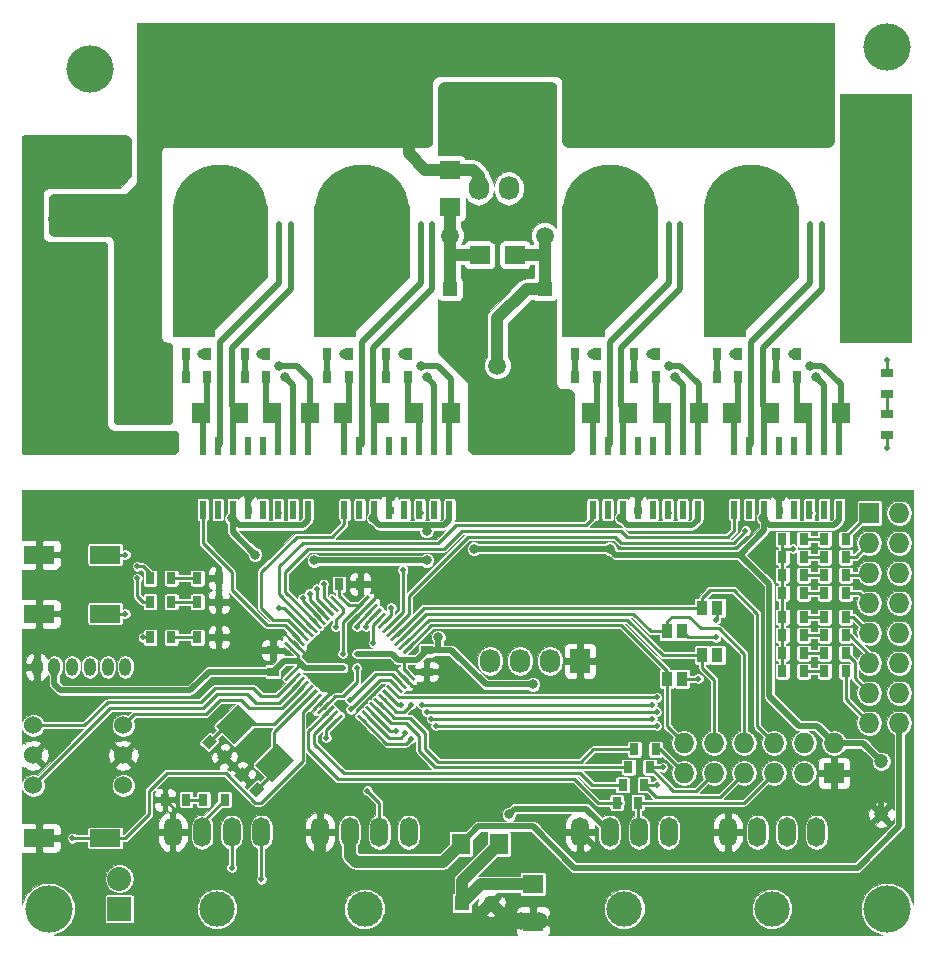
<source format=gbr>
G04 #@! TF.FileFunction,Copper,L1,Top,Signal*
%FSLAX46Y46*%
G04 Gerber Fmt 4.6, Leading zero omitted, Abs format (unit mm)*
G04 Created by KiCad (PCBNEW 4.0.5) date 03/14/17 16:25:11*
%MOMM*%
%LPD*%
G01*
G04 APERTURE LIST*
%ADD10C,0.100000*%
%ADD11C,1.700000*%
%ADD12R,1.700000X1.700000*%
%ADD13R,0.600000X1.500000*%
%ADD14C,1.300000*%
%ADD15R,1.300000X1.300000*%
%ADD16R,1.600000X1.800000*%
%ADD17R,2.032000X2.032000*%
%ADD18O,2.032000X2.032000*%
%ADD19R,1.800000X1.600000*%
%ADD20R,0.800000X1.000000*%
%ADD21R,1.000000X0.800000*%
%ADD22C,1.200000*%
%ADD23R,1.727200X2.032000*%
%ADD24O,1.727200X2.032000*%
%ADD25R,1.727200X1.727200*%
%ADD26O,1.727200X1.727200*%
%ADD27R,2.600000X1.500000*%
%ADD28O,1.000000X1.524000*%
%ADD29C,1.524000*%
%ADD30C,2.000000*%
%ADD31C,4.000000*%
%ADD32O,1.500000X2.500000*%
%ADD33C,3.000000*%
%ADD34R,3.000000X6.500000*%
%ADD35R,6.451600X3.000000*%
%ADD36C,1.000000*%
%ADD37R,0.965200X1.270000*%
%ADD38C,8.000000*%
%ADD39R,4.000000X4.000000*%
%ADD40C,1.500000*%
%ADD41C,0.800000*%
%ADD42C,0.500000*%
%ADD43C,0.250000*%
%ADD44C,0.500000*%
%ADD45C,1.000000*%
%ADD46C,0.026000*%
G04 APERTURE END LIST*
D10*
D11*
X44000000Y-9000000D03*
D12*
X44000000Y-4000000D03*
D13*
X27555000Y-41700000D03*
X28825000Y-41700000D03*
X30095000Y-41700000D03*
X31365000Y-41700000D03*
X32635000Y-41700000D03*
X33905000Y-41700000D03*
X35175000Y-41700000D03*
X36445000Y-41700000D03*
X36445000Y-36300000D03*
X35175000Y-36300000D03*
X33905000Y-36300000D03*
X32635000Y-36300000D03*
X31365000Y-36300000D03*
X30095000Y-36300000D03*
X28825000Y-36300000D03*
X27555000Y-36300000D03*
D10*
G36*
X22608311Y-56179379D02*
X22431534Y-56002602D01*
X23350773Y-55083363D01*
X23527550Y-55260140D01*
X22608311Y-56179379D01*
X22608311Y-56179379D01*
G37*
G36*
X22961864Y-56532932D02*
X22785087Y-56356155D01*
X23704326Y-55436916D01*
X23881103Y-55613693D01*
X22961864Y-56532932D01*
X22961864Y-56532932D01*
G37*
G36*
X23315418Y-56886486D02*
X23138641Y-56709709D01*
X24057880Y-55790470D01*
X24234657Y-55967247D01*
X23315418Y-56886486D01*
X23315418Y-56886486D01*
G37*
G36*
X23668971Y-57240039D02*
X23492194Y-57063262D01*
X24411433Y-56144023D01*
X24588210Y-56320800D01*
X23668971Y-57240039D01*
X23668971Y-57240039D01*
G37*
G36*
X24022524Y-57593592D02*
X23845747Y-57416815D01*
X24764986Y-56497576D01*
X24941763Y-56674353D01*
X24022524Y-57593592D01*
X24022524Y-57593592D01*
G37*
G36*
X24376078Y-57947146D02*
X24199301Y-57770369D01*
X25118540Y-56851130D01*
X25295317Y-57027907D01*
X24376078Y-57947146D01*
X24376078Y-57947146D01*
G37*
G36*
X24729631Y-58300699D02*
X24552854Y-58123922D01*
X25472093Y-57204683D01*
X25648870Y-57381460D01*
X24729631Y-58300699D01*
X24729631Y-58300699D01*
G37*
G36*
X25083185Y-58654253D02*
X24906408Y-58477476D01*
X25825647Y-57558237D01*
X26002424Y-57735014D01*
X25083185Y-58654253D01*
X25083185Y-58654253D01*
G37*
G36*
X25436738Y-59007806D02*
X25259961Y-58831029D01*
X26179200Y-57911790D01*
X26355977Y-58088567D01*
X25436738Y-59007806D01*
X25436738Y-59007806D01*
G37*
G36*
X25790291Y-59361359D02*
X25613514Y-59184582D01*
X26532753Y-58265343D01*
X26709530Y-58442120D01*
X25790291Y-59361359D01*
X25790291Y-59361359D01*
G37*
G36*
X26143845Y-59714913D02*
X25967068Y-59538136D01*
X26886307Y-58618897D01*
X27063084Y-58795674D01*
X26143845Y-59714913D01*
X26143845Y-59714913D01*
G37*
G36*
X26497398Y-60068466D02*
X26320621Y-59891689D01*
X27239860Y-58972450D01*
X27416637Y-59149227D01*
X26497398Y-60068466D01*
X26497398Y-60068466D01*
G37*
G36*
X29679379Y-59891689D02*
X29502602Y-60068466D01*
X28583363Y-59149227D01*
X28760140Y-58972450D01*
X29679379Y-59891689D01*
X29679379Y-59891689D01*
G37*
G36*
X30032932Y-59538136D02*
X29856155Y-59714913D01*
X28936916Y-58795674D01*
X29113693Y-58618897D01*
X30032932Y-59538136D01*
X30032932Y-59538136D01*
G37*
G36*
X30386486Y-59184582D02*
X30209709Y-59361359D01*
X29290470Y-58442120D01*
X29467247Y-58265343D01*
X30386486Y-59184582D01*
X30386486Y-59184582D01*
G37*
G36*
X30740039Y-58831029D02*
X30563262Y-59007806D01*
X29644023Y-58088567D01*
X29820800Y-57911790D01*
X30740039Y-58831029D01*
X30740039Y-58831029D01*
G37*
G36*
X31093592Y-58477476D02*
X30916815Y-58654253D01*
X29997576Y-57735014D01*
X30174353Y-57558237D01*
X31093592Y-58477476D01*
X31093592Y-58477476D01*
G37*
G36*
X31447146Y-58123922D02*
X31270369Y-58300699D01*
X30351130Y-57381460D01*
X30527907Y-57204683D01*
X31447146Y-58123922D01*
X31447146Y-58123922D01*
G37*
G36*
X31800699Y-57770369D02*
X31623922Y-57947146D01*
X30704683Y-57027907D01*
X30881460Y-56851130D01*
X31800699Y-57770369D01*
X31800699Y-57770369D01*
G37*
G36*
X32154253Y-57416815D02*
X31977476Y-57593592D01*
X31058237Y-56674353D01*
X31235014Y-56497576D01*
X32154253Y-57416815D01*
X32154253Y-57416815D01*
G37*
G36*
X32507806Y-57063262D02*
X32331029Y-57240039D01*
X31411790Y-56320800D01*
X31588567Y-56144023D01*
X32507806Y-57063262D01*
X32507806Y-57063262D01*
G37*
G36*
X32861359Y-56709709D02*
X32684582Y-56886486D01*
X31765343Y-55967247D01*
X31942120Y-55790470D01*
X32861359Y-56709709D01*
X32861359Y-56709709D01*
G37*
G36*
X33214913Y-56356155D02*
X33038136Y-56532932D01*
X32118897Y-55613693D01*
X32295674Y-55436916D01*
X33214913Y-56356155D01*
X33214913Y-56356155D01*
G37*
G36*
X33568466Y-56002602D02*
X33391689Y-56179379D01*
X32472450Y-55260140D01*
X32649227Y-55083363D01*
X33568466Y-56002602D01*
X33568466Y-56002602D01*
G37*
G36*
X32649227Y-53916637D02*
X32472450Y-53739860D01*
X33391689Y-52820621D01*
X33568466Y-52997398D01*
X32649227Y-53916637D01*
X32649227Y-53916637D01*
G37*
G36*
X32295674Y-53563084D02*
X32118897Y-53386307D01*
X33038136Y-52467068D01*
X33214913Y-52643845D01*
X32295674Y-53563084D01*
X32295674Y-53563084D01*
G37*
G36*
X31942120Y-53209530D02*
X31765343Y-53032753D01*
X32684582Y-52113514D01*
X32861359Y-52290291D01*
X31942120Y-53209530D01*
X31942120Y-53209530D01*
G37*
G36*
X31588567Y-52855977D02*
X31411790Y-52679200D01*
X32331029Y-51759961D01*
X32507806Y-51936738D01*
X31588567Y-52855977D01*
X31588567Y-52855977D01*
G37*
G36*
X31235014Y-52502424D02*
X31058237Y-52325647D01*
X31977476Y-51406408D01*
X32154253Y-51583185D01*
X31235014Y-52502424D01*
X31235014Y-52502424D01*
G37*
G36*
X30881460Y-52148870D02*
X30704683Y-51972093D01*
X31623922Y-51052854D01*
X31800699Y-51229631D01*
X30881460Y-52148870D01*
X30881460Y-52148870D01*
G37*
G36*
X30527907Y-51795317D02*
X30351130Y-51618540D01*
X31270369Y-50699301D01*
X31447146Y-50876078D01*
X30527907Y-51795317D01*
X30527907Y-51795317D01*
G37*
G36*
X30174353Y-51441763D02*
X29997576Y-51264986D01*
X30916815Y-50345747D01*
X31093592Y-50522524D01*
X30174353Y-51441763D01*
X30174353Y-51441763D01*
G37*
G36*
X29820800Y-51088210D02*
X29644023Y-50911433D01*
X30563262Y-49992194D01*
X30740039Y-50168971D01*
X29820800Y-51088210D01*
X29820800Y-51088210D01*
G37*
G36*
X29467247Y-50734657D02*
X29290470Y-50557880D01*
X30209709Y-49638641D01*
X30386486Y-49815418D01*
X29467247Y-50734657D01*
X29467247Y-50734657D01*
G37*
G36*
X29113693Y-50381103D02*
X28936916Y-50204326D01*
X29856155Y-49285087D01*
X30032932Y-49461864D01*
X29113693Y-50381103D01*
X29113693Y-50381103D01*
G37*
G36*
X28760140Y-50027550D02*
X28583363Y-49850773D01*
X29502602Y-48931534D01*
X29679379Y-49108311D01*
X28760140Y-50027550D01*
X28760140Y-50027550D01*
G37*
G36*
X27416637Y-49850773D02*
X27239860Y-50027550D01*
X26320621Y-49108311D01*
X26497398Y-48931534D01*
X27416637Y-49850773D01*
X27416637Y-49850773D01*
G37*
G36*
X27063084Y-50204326D02*
X26886307Y-50381103D01*
X25967068Y-49461864D01*
X26143845Y-49285087D01*
X27063084Y-50204326D01*
X27063084Y-50204326D01*
G37*
G36*
X26709530Y-50557880D02*
X26532753Y-50734657D01*
X25613514Y-49815418D01*
X25790291Y-49638641D01*
X26709530Y-50557880D01*
X26709530Y-50557880D01*
G37*
G36*
X26355977Y-50911433D02*
X26179200Y-51088210D01*
X25259961Y-50168971D01*
X25436738Y-49992194D01*
X26355977Y-50911433D01*
X26355977Y-50911433D01*
G37*
G36*
X26002424Y-51264986D02*
X25825647Y-51441763D01*
X24906408Y-50522524D01*
X25083185Y-50345747D01*
X26002424Y-51264986D01*
X26002424Y-51264986D01*
G37*
G36*
X25648870Y-51618540D02*
X25472093Y-51795317D01*
X24552854Y-50876078D01*
X24729631Y-50699301D01*
X25648870Y-51618540D01*
X25648870Y-51618540D01*
G37*
G36*
X25295317Y-51972093D02*
X25118540Y-52148870D01*
X24199301Y-51229631D01*
X24376078Y-51052854D01*
X25295317Y-51972093D01*
X25295317Y-51972093D01*
G37*
G36*
X24941763Y-52325647D02*
X24764986Y-52502424D01*
X23845747Y-51583185D01*
X24022524Y-51406408D01*
X24941763Y-52325647D01*
X24941763Y-52325647D01*
G37*
G36*
X24588210Y-52679200D02*
X24411433Y-52855977D01*
X23492194Y-51936738D01*
X23668971Y-51759961D01*
X24588210Y-52679200D01*
X24588210Y-52679200D01*
G37*
G36*
X24234657Y-53032753D02*
X24057880Y-53209530D01*
X23138641Y-52290291D01*
X23315418Y-52113514D01*
X24234657Y-53032753D01*
X24234657Y-53032753D01*
G37*
G36*
X23881103Y-53386307D02*
X23704326Y-53563084D01*
X22785087Y-52643845D01*
X22961864Y-52467068D01*
X23881103Y-53386307D01*
X23881103Y-53386307D01*
G37*
G36*
X23527550Y-53739860D02*
X23350773Y-53916637D01*
X22431534Y-52997398D01*
X22608311Y-52820621D01*
X23527550Y-53739860D01*
X23527550Y-53739860D01*
G37*
D14*
X40000000Y-75000000D03*
D15*
X37500000Y-75000000D03*
D16*
X27400000Y-33500000D03*
X30600000Y-33500000D03*
X33400000Y-33500000D03*
X36600000Y-33500000D03*
X15400000Y-33500000D03*
X18600000Y-33500000D03*
X21400000Y-33500000D03*
X24600000Y-33500000D03*
X60400000Y-33500000D03*
X63600000Y-33500000D03*
X66400000Y-33500000D03*
X69600000Y-33500000D03*
X48400000Y-33500000D03*
X51600000Y-33500000D03*
X54400000Y-33500000D03*
X57600000Y-33500000D03*
D17*
X8500000Y-75500000D03*
D18*
X8500000Y-72960000D03*
D13*
X15555000Y-41700000D03*
X16825000Y-41700000D03*
X18095000Y-41700000D03*
X19365000Y-41700000D03*
X20635000Y-41700000D03*
X21905000Y-41700000D03*
X23175000Y-41700000D03*
X24445000Y-41700000D03*
X24445000Y-36300000D03*
X23175000Y-36300000D03*
X21905000Y-36300000D03*
X20635000Y-36300000D03*
X19365000Y-36300000D03*
X18095000Y-36300000D03*
X16825000Y-36300000D03*
X15555000Y-36300000D03*
X60555000Y-41700000D03*
X61825000Y-41700000D03*
X63095000Y-41700000D03*
X64365000Y-41700000D03*
X65635000Y-41700000D03*
X66905000Y-41700000D03*
X68175000Y-41700000D03*
X69445000Y-41700000D03*
X69445000Y-36300000D03*
X68175000Y-36300000D03*
X66905000Y-36300000D03*
X65635000Y-36300000D03*
X64365000Y-36300000D03*
X63095000Y-36300000D03*
X61825000Y-36300000D03*
X60555000Y-36300000D03*
X48555000Y-41700000D03*
X49825000Y-41700000D03*
X51095000Y-41700000D03*
X52365000Y-41700000D03*
X53635000Y-41700000D03*
X54905000Y-41700000D03*
X56175000Y-41700000D03*
X57445000Y-41700000D03*
X57445000Y-36300000D03*
X56175000Y-36300000D03*
X54905000Y-36300000D03*
X53635000Y-36300000D03*
X52365000Y-36300000D03*
X51095000Y-36300000D03*
X49825000Y-36300000D03*
X48555000Y-36300000D03*
D19*
X39000000Y-20100000D03*
X39000000Y-16900000D03*
X42000000Y-20100000D03*
X42000000Y-16900000D03*
D10*
G36*
X15477208Y-61434315D02*
X16184315Y-60727208D01*
X16750000Y-61292893D01*
X16042893Y-62000000D01*
X15477208Y-61434315D01*
X15477208Y-61434315D01*
G37*
G36*
X16750000Y-62707107D02*
X17457107Y-62000000D01*
X18022792Y-62565685D01*
X17315685Y-63272792D01*
X16750000Y-62707107D01*
X16750000Y-62707107D01*
G37*
G36*
X20772792Y-65315685D02*
X20065685Y-66022792D01*
X19500000Y-65457107D01*
X20207107Y-64750000D01*
X20772792Y-65315685D01*
X20772792Y-65315685D01*
G37*
G36*
X19500000Y-64042893D02*
X18792893Y-64750000D01*
X18227208Y-64184315D01*
X18934315Y-63477208D01*
X19500000Y-64042893D01*
X19500000Y-64042893D01*
G37*
D20*
X28900000Y-48000000D03*
X27100000Y-48000000D03*
D21*
X21500000Y-53600000D03*
X21500000Y-55400000D03*
D20*
X15100000Y-49500000D03*
X16900000Y-49500000D03*
D21*
X34500000Y-55400000D03*
X34500000Y-53600000D03*
D20*
X15100000Y-52500000D03*
X16900000Y-52500000D03*
X14150000Y-66250000D03*
X12350000Y-66250000D03*
D21*
X73500000Y-33600000D03*
X73500000Y-35400000D03*
D20*
X27900000Y-28500000D03*
X26100000Y-28500000D03*
X15900000Y-28500000D03*
X14100000Y-28500000D03*
X32900000Y-28500000D03*
X31100000Y-28500000D03*
X60900000Y-28500000D03*
X59100000Y-28500000D03*
X48900000Y-28500000D03*
X47100000Y-28500000D03*
X53900000Y-28500000D03*
X52100000Y-28500000D03*
X20900000Y-28500000D03*
X19100000Y-28500000D03*
X65900000Y-28500000D03*
X64100000Y-28500000D03*
X15100000Y-47500000D03*
X16900000Y-47500000D03*
X11100000Y-49500000D03*
X12900000Y-49500000D03*
X11100000Y-52500000D03*
X12900000Y-52500000D03*
X17400000Y-66250000D03*
X15600000Y-66250000D03*
D21*
X73500000Y-30100000D03*
X73500000Y-31900000D03*
D20*
X11100000Y-47500000D03*
X12900000Y-47500000D03*
D19*
X43500000Y-73400000D03*
X43500000Y-76600000D03*
D22*
X73000000Y-63000000D03*
X73000000Y-67500000D03*
D23*
X47500000Y-54500000D03*
D24*
X44960000Y-54500000D03*
X42420000Y-54500000D03*
X39880000Y-54500000D03*
D25*
X69000000Y-64000000D03*
D26*
X69000000Y-61460000D03*
X66460000Y-64000000D03*
X66460000Y-61460000D03*
X63920000Y-64000000D03*
X63920000Y-61460000D03*
X61380000Y-64000000D03*
X61380000Y-61460000D03*
X58840000Y-64000000D03*
X58840000Y-61460000D03*
X56300000Y-64000000D03*
X56300000Y-61460000D03*
D23*
X44000000Y-14500000D03*
D24*
X41460000Y-14500000D03*
X38920000Y-14500000D03*
D27*
X1700000Y-69500000D03*
X7300000Y-69500000D03*
X1700000Y-45500000D03*
X7300000Y-45500000D03*
X1700000Y-50500000D03*
X7300000Y-50500000D03*
D28*
X1500000Y-55000000D03*
X3000000Y-55000000D03*
X4500000Y-55000000D03*
X6000000Y-55000000D03*
X7500000Y-55000000D03*
X9000000Y-55000000D03*
D29*
X8810000Y-65040000D03*
X8810000Y-62500000D03*
X8810000Y-59960000D03*
X1190000Y-59960000D03*
X1190000Y-62500000D03*
X1190000Y-65040000D03*
D10*
G36*
X16676598Y-60015075D02*
X18515075Y-58176598D01*
X20070710Y-59732233D01*
X18232233Y-61570710D01*
X16676598Y-60015075D01*
X16676598Y-60015075D01*
G37*
G36*
X20000000Y-63338478D02*
X21838478Y-61500000D01*
X23252692Y-62914214D01*
X21414214Y-64752692D01*
X20000000Y-63338478D01*
X20000000Y-63338478D01*
G37*
D30*
X8540000Y-12000000D03*
X8540000Y-17080000D03*
X3460000Y-12000000D03*
X3460000Y-17080000D03*
D31*
X6000000Y-4380000D03*
D32*
X13000000Y-69000000D03*
X15500000Y-69000000D03*
X18000000Y-69000000D03*
X20500000Y-69000000D03*
D33*
X16750000Y-75500000D03*
D32*
X25500000Y-69000000D03*
X28000000Y-69000000D03*
X30500000Y-69000000D03*
X33000000Y-69000000D03*
D33*
X29250000Y-75500000D03*
D34*
X9800000Y-22500000D03*
D35*
X4100000Y-22900000D03*
D34*
X11300000Y-31000000D03*
D35*
X4100000Y-31900000D03*
D20*
X26100000Y-30500000D03*
X27900000Y-30500000D03*
X14100000Y-30500000D03*
X15900000Y-30500000D03*
X59100000Y-30500000D03*
X60900000Y-30500000D03*
X47100000Y-30500000D03*
X48900000Y-30500000D03*
X31100000Y-30500000D03*
X32900000Y-30500000D03*
X19100000Y-30500000D03*
X20900000Y-30500000D03*
X64100000Y-30500000D03*
X65900000Y-30500000D03*
X52100000Y-30500000D03*
X53900000Y-30500000D03*
D36*
X44000000Y-31500000D03*
D20*
X69988000Y-55364000D03*
X68188000Y-55364000D03*
X69988000Y-53840000D03*
X68188000Y-53840000D03*
X69988000Y-52316000D03*
X68188000Y-52316000D03*
X69988000Y-50792000D03*
X68188000Y-50792000D03*
X64632000Y-55364000D03*
X66432000Y-55364000D03*
X64632000Y-53840000D03*
X66432000Y-53840000D03*
X64632000Y-52316000D03*
X66432000Y-52316000D03*
X64632000Y-50792000D03*
X66432000Y-50792000D03*
X69988000Y-48760000D03*
X68188000Y-48760000D03*
X69988000Y-47236000D03*
X68188000Y-47236000D03*
X69988000Y-45712000D03*
X68188000Y-45712000D03*
X69988000Y-44188000D03*
X68188000Y-44188000D03*
D37*
X59135000Y-50000000D03*
X57865000Y-50000000D03*
X56135000Y-52000000D03*
X54865000Y-52000000D03*
X59135000Y-54000000D03*
X57865000Y-54000000D03*
X56135000Y-56000000D03*
X54865000Y-56000000D03*
D20*
X64632000Y-48760000D03*
X66432000Y-48760000D03*
X64632000Y-47236000D03*
X66432000Y-47236000D03*
X64632000Y-45712000D03*
X66432000Y-45712000D03*
X64632000Y-44188000D03*
X66432000Y-44188000D03*
D25*
X72000000Y-42000000D03*
D26*
X74540000Y-42000000D03*
X72000000Y-44540000D03*
X74540000Y-44540000D03*
X72000000Y-47080000D03*
X74540000Y-47080000D03*
X72000000Y-49620000D03*
X74540000Y-49620000D03*
X72000000Y-52160000D03*
X74540000Y-52160000D03*
X72000000Y-54700000D03*
X74540000Y-54700000D03*
X72000000Y-57240000D03*
X74540000Y-57240000D03*
X72000000Y-59780000D03*
X74540000Y-59780000D03*
D32*
X47500000Y-69000000D03*
X50000000Y-69000000D03*
X52500000Y-69000000D03*
X55000000Y-69000000D03*
D33*
X51250000Y-75500000D03*
D32*
X60000000Y-69000000D03*
X62500000Y-69000000D03*
X65000000Y-69000000D03*
X67500000Y-69000000D03*
D33*
X63750000Y-75500000D03*
D14*
X36500000Y-25500000D03*
D15*
X36500000Y-23000000D03*
D14*
X44500000Y-25500000D03*
D15*
X44500000Y-23000000D03*
D16*
X37400000Y-70000000D03*
X40600000Y-70000000D03*
D19*
X36500000Y-12900000D03*
X36500000Y-16100000D03*
D20*
X50600000Y-66500000D03*
X52400000Y-66500000D03*
X51100000Y-65000000D03*
X52900000Y-65000000D03*
X51600000Y-63500000D03*
X53400000Y-63500000D03*
X52100000Y-62000000D03*
X53900000Y-62000000D03*
D38*
X17000000Y-16500000D03*
D39*
X17000000Y-16500000D03*
D38*
X29000000Y-16500000D03*
D39*
X29000000Y-16500000D03*
D38*
X50000000Y-16500000D03*
D39*
X50000000Y-16500000D03*
D38*
X62000000Y-16500000D03*
D39*
X62000000Y-16500000D03*
D31*
X2500000Y-75500000D03*
X73500000Y-75500000D03*
X73500000Y-2500000D03*
D40*
X45500000Y-73500000D03*
X47000000Y-73500000D03*
X42500000Y-76500000D03*
X44000000Y-76500000D03*
X45500000Y-76500000D03*
X47000000Y-76500000D03*
X47000000Y-75000000D03*
X45500000Y-75000000D03*
D41*
X47000000Y-41000000D03*
X45500000Y-41000000D03*
X44000000Y-41000000D03*
X42500000Y-41000000D03*
X41000000Y-41000000D03*
X39500000Y-41000000D03*
X38000000Y-41000000D03*
X1500000Y-41000000D03*
X3000000Y-41000000D03*
X4500000Y-41000000D03*
X6000000Y-41000000D03*
X7500000Y-41000000D03*
X9000000Y-41000000D03*
X10500000Y-41000000D03*
X12000000Y-41000000D03*
X13500000Y-41000000D03*
D42*
X37000000Y-55250000D03*
X21500000Y-52500000D03*
X33500000Y-63000000D03*
X29000000Y-63000000D03*
X1600000Y-68000000D03*
X29500000Y-55000000D03*
X27500000Y-56000000D03*
X26500000Y-54000000D03*
X28500000Y-53000000D03*
D41*
X19500000Y-40600000D03*
X31500000Y-40600000D03*
X52500000Y-40600000D03*
X64500000Y-40600000D03*
D42*
X26000000Y-40600000D03*
X59000000Y-40600000D03*
X4500000Y-69500000D03*
D41*
X35500000Y-52500000D03*
D42*
X10500000Y-52500000D03*
D41*
X43500000Y-56500000D03*
D42*
X27400000Y-53900000D03*
X28600000Y-53900000D03*
X27424998Y-55100000D03*
X28600000Y-55100000D03*
D41*
X34500000Y-43500000D03*
X34500000Y-46000000D03*
X25000000Y-46000000D03*
X20000000Y-45500000D03*
X38500000Y-45000000D03*
X50000000Y-45000000D03*
X63000000Y-42400000D03*
X51000000Y-42400000D03*
X30000000Y-42400000D03*
X18000000Y-42400000D03*
D42*
X65500000Y-45000000D03*
D40*
X40500000Y-23000000D03*
X42500000Y-27500000D03*
X42500000Y-26000000D03*
X38500000Y-27500000D03*
X38500000Y-26000000D03*
X38500000Y-24500000D03*
X38500000Y-23000000D03*
X45500000Y-33000000D03*
X45500000Y-34500000D03*
X45500000Y-36000000D03*
X44000000Y-36000000D03*
X42500000Y-36000000D03*
X41000000Y-36000000D03*
X39500000Y-36000000D03*
X39500000Y-34500000D03*
X41000000Y-34500000D03*
X42500000Y-34500000D03*
X44000000Y-34500000D03*
X44000000Y-33000000D03*
X42500000Y-33000000D03*
X41000000Y-33000000D03*
X39500000Y-33000000D03*
X8000000Y-36000000D03*
X9500000Y-36000000D03*
X11000000Y-36000000D03*
X12500000Y-36000000D03*
X6500000Y-34500000D03*
X6500000Y-36000000D03*
X5000000Y-36000000D03*
X5000000Y-34500000D03*
X3500000Y-34500000D03*
X3500000Y-36000000D03*
X2000000Y-36000000D03*
X2000000Y-34500000D03*
X2000000Y-28000000D03*
X3500000Y-28000000D03*
X5000000Y-28000000D03*
X5000000Y-26500000D03*
X3500000Y-26500000D03*
X2000000Y-26500000D03*
X2000000Y-25000000D03*
X3500000Y-25000000D03*
X5000000Y-25000000D03*
X6500000Y-25000000D03*
X6500000Y-26500000D03*
X6500000Y-28000000D03*
X6500000Y-29500000D03*
X5000000Y-29500000D03*
X3500000Y-29500000D03*
X2000000Y-29500000D03*
X6500000Y-20000000D03*
X5000000Y-20000000D03*
X3500000Y-20000000D03*
X2000000Y-20000000D03*
X5000000Y-12000000D03*
X6500000Y-12000000D03*
X8000000Y-13500000D03*
X6500000Y-13500000D03*
X5000000Y-13500000D03*
X3500000Y-13500000D03*
X2000000Y-13500000D03*
X2000000Y-12000000D03*
X36500000Y-9000000D03*
X38000000Y-9000000D03*
X39500000Y-9000000D03*
X41000000Y-9000000D03*
X42500000Y-9000000D03*
X44000000Y-7500000D03*
X42500000Y-7500000D03*
X41000000Y-7500000D03*
X39500000Y-7500000D03*
X38000000Y-7500000D03*
X36500000Y-7500000D03*
D41*
X22000000Y-29500000D03*
X34000000Y-29500000D03*
X55000000Y-29500000D03*
X67000000Y-29500000D03*
D42*
X73500000Y-36500000D03*
D40*
X40500000Y-18500000D03*
X17000000Y-24500000D03*
X17000000Y-23000000D03*
X17000000Y-21500000D03*
X18500000Y-23000000D03*
X18500000Y-21500000D03*
X20000000Y-21500000D03*
X20000000Y-20000000D03*
X18500000Y-20000000D03*
X14000000Y-18500000D03*
X14000000Y-17000000D03*
X14000000Y-15500000D03*
X17000000Y-20000000D03*
X15500000Y-20000000D03*
X14000000Y-20000000D03*
X14000000Y-26000000D03*
X15500000Y-26000000D03*
X15500000Y-24500000D03*
X14000000Y-24500000D03*
X14000000Y-23000000D03*
X15500000Y-23000000D03*
X15500000Y-21500000D03*
X14000000Y-21500000D03*
D42*
X23000000Y-17500000D03*
X23000000Y-18500000D03*
D40*
X53000000Y-20000000D03*
X51500000Y-20000000D03*
X50000000Y-24500000D03*
X50000000Y-23000000D03*
X51500000Y-23000000D03*
X51500000Y-21500000D03*
X50000000Y-21500000D03*
X53000000Y-21500000D03*
X47000000Y-18500000D03*
X47000000Y-17000000D03*
X47000000Y-15500000D03*
X47000000Y-24500000D03*
X47000000Y-23000000D03*
X48500000Y-23000000D03*
X48500000Y-21500000D03*
X47000000Y-21500000D03*
X47000000Y-20000000D03*
X48500000Y-20000000D03*
X50000000Y-20000000D03*
X47000000Y-26000000D03*
X48500000Y-26000000D03*
X48500000Y-24500000D03*
D42*
X56000000Y-17500000D03*
X56000000Y-18500000D03*
D40*
X11000000Y-19000000D03*
X9500000Y-19000000D03*
X11000000Y-17500000D03*
X11000000Y-16000000D03*
X5000000Y-17500000D03*
X6500000Y-17500000D03*
X6500000Y-16000000D03*
X5000000Y-16000000D03*
X45500000Y-3000000D03*
X35000000Y-3000000D03*
X36500000Y-3000000D03*
X38000000Y-3000000D03*
X39500000Y-3000000D03*
X41000000Y-3000000D03*
X42500000Y-3000000D03*
X56000000Y-3000000D03*
X56000000Y-4500000D03*
X56000000Y-6000000D03*
X56000000Y-7500000D03*
X56000000Y-9000000D03*
X57500000Y-9000000D03*
X57500000Y-7500000D03*
X57500000Y-6000000D03*
X57500000Y-4500000D03*
X57500000Y-3000000D03*
X23000000Y-3000000D03*
X23000000Y-4500000D03*
X23000000Y-6000000D03*
X23000000Y-7500000D03*
X23000000Y-9000000D03*
X24500000Y-9000000D03*
X24500000Y-7500000D03*
X24500000Y-6000000D03*
X24500000Y-4500000D03*
X24500000Y-3000000D03*
X11000000Y-3000000D03*
X11000000Y-4500000D03*
X11000000Y-6000000D03*
X11000000Y-7500000D03*
X11000000Y-9000000D03*
X12500000Y-9000000D03*
X12500000Y-7500000D03*
X12500000Y-6000000D03*
X12500000Y-4500000D03*
X12500000Y-3000000D03*
X57500000Y-1500000D03*
X59000000Y-1500000D03*
X60500000Y-1500000D03*
X62000000Y-1500000D03*
X63500000Y-1500000D03*
X65000000Y-1500000D03*
X66500000Y-1500000D03*
X68000000Y-1500000D03*
X45500000Y-1500000D03*
X47000000Y-1500000D03*
X48500000Y-1500000D03*
X50000000Y-1500000D03*
X51500000Y-1500000D03*
X53000000Y-1500000D03*
X54500000Y-1500000D03*
X56000000Y-1500000D03*
X33500000Y-1500000D03*
X35000000Y-1500000D03*
X36500000Y-1500000D03*
X38000000Y-1500000D03*
X39500000Y-1500000D03*
X41000000Y-1500000D03*
X42500000Y-1500000D03*
X44000000Y-1500000D03*
X11000000Y-1500000D03*
X12500000Y-1500000D03*
X14000000Y-1500000D03*
X15500000Y-1500000D03*
X17000000Y-1500000D03*
X18500000Y-1500000D03*
X20000000Y-1500000D03*
X21500000Y-1500000D03*
X23000000Y-1500000D03*
X24500000Y-1500000D03*
X26000000Y-1500000D03*
X27500000Y-1500000D03*
X29000000Y-1500000D03*
X30500000Y-1500000D03*
X32000000Y-1500000D03*
D42*
X54000000Y-65000000D03*
X54500000Y-63500000D03*
X20500000Y-73000000D03*
X29500000Y-65500000D03*
X18000000Y-72000000D03*
X28000000Y-57800000D03*
X28100000Y-58600000D03*
X28600000Y-51600000D03*
X26800000Y-51600000D03*
D40*
X32000000Y-21500000D03*
X32000000Y-20000000D03*
X30500000Y-20000000D03*
X29000000Y-24500000D03*
X29000000Y-23000000D03*
X30500000Y-23000000D03*
X30500000Y-21500000D03*
X29000000Y-21500000D03*
X26000000Y-18500000D03*
X26000000Y-17000000D03*
X26000000Y-15500000D03*
X26000000Y-26000000D03*
X27500000Y-26000000D03*
X27500000Y-24500000D03*
X26000000Y-24500000D03*
X26000000Y-23000000D03*
X27500000Y-23000000D03*
X27500000Y-21500000D03*
X26000000Y-21500000D03*
X26000000Y-20000000D03*
X27500000Y-20000000D03*
X29000000Y-20000000D03*
D42*
X35000000Y-18500000D03*
X35000000Y-17500000D03*
D40*
X63500000Y-20000000D03*
X65000000Y-20000000D03*
X65000000Y-21500000D03*
X62000000Y-24500000D03*
X62000000Y-23000000D03*
X62000000Y-21500000D03*
X63500000Y-21500000D03*
X63500000Y-23000000D03*
X59000000Y-18500000D03*
X59000000Y-17000000D03*
X59000000Y-15500000D03*
X59000000Y-26000000D03*
X60500000Y-26000000D03*
X60500000Y-24500000D03*
X59000000Y-24500000D03*
X59000000Y-23000000D03*
X60500000Y-23000000D03*
X60500000Y-21500000D03*
X59000000Y-21500000D03*
X59000000Y-20000000D03*
X60500000Y-20000000D03*
X62000000Y-20000000D03*
D42*
X68000000Y-18500000D03*
X68000000Y-17500000D03*
X22000000Y-50000000D03*
X34000000Y-42000000D03*
X22000000Y-42000000D03*
X67000000Y-42000000D03*
X55000000Y-42000000D03*
X30000000Y-53000000D03*
X29400000Y-51600000D03*
D41*
X32500000Y-28500000D03*
X27500000Y-28500000D03*
X20500000Y-28500000D03*
X15500000Y-28500000D03*
D42*
X73500000Y-29000000D03*
D41*
X65500000Y-28500000D03*
X60500000Y-28500000D03*
X53500000Y-28500000D03*
X48500000Y-28500000D03*
D40*
X40500000Y-29500000D03*
X44500000Y-18500000D03*
D42*
X26000000Y-61000000D03*
D40*
X36500000Y-18500000D03*
D41*
X41500000Y-67500000D03*
D42*
X33200000Y-58200000D03*
X32300000Y-58200000D03*
X25200000Y-48400000D03*
X10000000Y-47500000D03*
X25800000Y-48000000D03*
X10000000Y-46500000D03*
X9000000Y-45500000D03*
X24600000Y-48800000D03*
X9000000Y-50500000D03*
X24000000Y-49200000D03*
X32500000Y-46800000D03*
X32635000Y-41700000D03*
X20635000Y-41700000D03*
X61500000Y-43500000D03*
X65635000Y-41700000D03*
X53635000Y-41700000D03*
X33200000Y-61100000D03*
X34900000Y-59400000D03*
X53600000Y-59400000D03*
X54000000Y-58800000D03*
X34500000Y-58800000D03*
X32700000Y-60600000D03*
X53600000Y-58200000D03*
X31900000Y-60400000D03*
X34100000Y-58200000D03*
X54000000Y-57600000D03*
X31500000Y-50000000D03*
X54000000Y-60000000D03*
X35300000Y-60000000D03*
X59000000Y-51000000D03*
X59000000Y-52500000D03*
X59000000Y-54000000D03*
X57500000Y-56000000D03*
X50600000Y-66500000D03*
X51100000Y-65000000D03*
X51600000Y-63500000D03*
X52100000Y-62000000D03*
X34000000Y-17500000D03*
X34000000Y-18500000D03*
D41*
X34500000Y-30500000D03*
D42*
X22000000Y-18500000D03*
X22000000Y-17500000D03*
D41*
X22500000Y-30500000D03*
D42*
X67000000Y-18500000D03*
X67000000Y-17500000D03*
D41*
X67500000Y-30500000D03*
D42*
X55000000Y-18500000D03*
X55000000Y-17500000D03*
D41*
X55500000Y-30500000D03*
D43*
X45500000Y-73500000D02*
X47000000Y-73500000D01*
X42500000Y-76500000D02*
X44000000Y-76500000D01*
X45500000Y-76500000D02*
X47000000Y-76500000D01*
X47000000Y-75000000D02*
X45500000Y-75000000D01*
X47000000Y-40400000D02*
X47000000Y-41000000D01*
X45500000Y-41000000D02*
X47000000Y-41000000D01*
X42500000Y-41000000D02*
X44000000Y-41000000D01*
X39500000Y-41000000D02*
X41000000Y-41000000D01*
X47000000Y-40400000D02*
X47000000Y-40500000D01*
X47000000Y-40500000D02*
X47000000Y-40400000D01*
X1700000Y-45500000D02*
X1500000Y-45300000D01*
X1500000Y-45300000D02*
X1500000Y-41000000D01*
X3000000Y-41000000D02*
X4500000Y-41000000D01*
X6000000Y-41000000D02*
X7500000Y-41000000D01*
X9000000Y-41000000D02*
X10500000Y-41000000D01*
X12000000Y-41000000D02*
X13500000Y-41000000D01*
X34500000Y-55400000D02*
X36850000Y-55400000D01*
X36850000Y-55400000D02*
X37000000Y-55250000D01*
X26500000Y-54500000D02*
X24818019Y-54500000D01*
X24818019Y-54500000D02*
X23333095Y-53015076D01*
X21500000Y-52500000D02*
X21500000Y-53600000D01*
D44*
X73000000Y-67500000D02*
X73000000Y-65500000D01*
X71500000Y-64000000D02*
X69000000Y-64000000D01*
X73000000Y-65500000D02*
X71500000Y-64000000D01*
D43*
X1700000Y-50500000D02*
X1500000Y-50700000D01*
X1500000Y-50700000D02*
X1500000Y-53500000D01*
X1700000Y-45500000D02*
X1700000Y-50500000D01*
X33000000Y-63500000D02*
X33500000Y-63000000D01*
X29500000Y-63500000D02*
X33000000Y-63500000D01*
X29000000Y-63000000D02*
X29500000Y-63500000D01*
D45*
X40000000Y-75000000D02*
X38500000Y-76500000D01*
X25500000Y-71500000D02*
X25500000Y-69000000D01*
X27000000Y-73000000D02*
X25500000Y-71500000D01*
X32000000Y-73000000D02*
X27000000Y-73000000D01*
X35500000Y-76500000D02*
X32000000Y-73000000D01*
X38500000Y-76500000D02*
X35500000Y-76500000D01*
X40000000Y-75000000D02*
X41600000Y-76600000D01*
X41600000Y-76600000D02*
X43500000Y-76600000D01*
D43*
X16900000Y-52500000D02*
X16900000Y-54500000D01*
X16900000Y-54500000D02*
X17000000Y-54500000D01*
X16900000Y-49500000D02*
X16900000Y-52500000D01*
X16900000Y-47500000D02*
X16900000Y-49500000D01*
D44*
X1500000Y-53500000D02*
X10500000Y-53500000D01*
X10500000Y-53500000D02*
X11500000Y-54500000D01*
X11500000Y-54500000D02*
X17000000Y-54500000D01*
X20400000Y-53600000D02*
X21500000Y-53600000D01*
X17000000Y-54500000D02*
X19500000Y-54500000D01*
X19500000Y-54500000D02*
X20400000Y-53600000D01*
X1500000Y-55000000D02*
X1500000Y-53500000D01*
D43*
X1600000Y-68000000D02*
X1600000Y-66400000D01*
X7310000Y-64000000D02*
X8810000Y-62500000D01*
X4000000Y-64000000D02*
X7310000Y-64000000D01*
X1600000Y-66400000D02*
X4000000Y-64000000D01*
X1600000Y-68000000D02*
X1600000Y-69400000D01*
X1600000Y-69400000D02*
X1700000Y-69500000D01*
X1700000Y-69500000D02*
X3500000Y-69500000D01*
X11000000Y-69000000D02*
X13000000Y-69000000D01*
X9000000Y-71000000D02*
X11000000Y-69000000D01*
X5000000Y-71000000D02*
X9000000Y-71000000D01*
X3500000Y-69500000D02*
X5000000Y-71000000D01*
X1500000Y-68000000D02*
X1700000Y-68000000D01*
X1700000Y-68000000D02*
X1600000Y-68000000D01*
X13000000Y-69000000D02*
X13000000Y-66900000D01*
X13000000Y-66900000D02*
X12350000Y-66250000D01*
X17386396Y-62636396D02*
X16522792Y-63500000D01*
X9810000Y-63500000D02*
X8810000Y-62500000D01*
X12500000Y-63500000D02*
X9810000Y-63500000D01*
X16522792Y-63500000D02*
X12500000Y-63500000D01*
X17386396Y-62636396D02*
X18863604Y-64113604D01*
X28000000Y-53000000D02*
X28500000Y-53000000D01*
X26500000Y-54000000D02*
X26500000Y-54500000D01*
D44*
X69000000Y-64000000D02*
X69000000Y-70000000D01*
D43*
X28900000Y-48000000D02*
X29700000Y-48000000D01*
X30100000Y-49218019D02*
X29484924Y-49833095D01*
X30100000Y-48400000D02*
X30100000Y-49218019D01*
X29700000Y-48000000D02*
X30100000Y-48400000D01*
X21500000Y-53600000D02*
X21500000Y-52900000D01*
X34500000Y-55400000D02*
X34500000Y-56100000D01*
X33281981Y-56600000D02*
X32666905Y-55984924D01*
X34000000Y-56600000D02*
X33281981Y-56600000D01*
X34500000Y-56100000D02*
X34000000Y-56600000D01*
X25454416Y-58106245D02*
X26560661Y-57000000D01*
X28000000Y-56100000D02*
X28000000Y-54500000D01*
X27100000Y-57000000D02*
X28000000Y-56100000D01*
X26560661Y-57000000D02*
X27100000Y-57000000D01*
X28000000Y-54500000D02*
X26500000Y-54500000D01*
X32666905Y-55984924D02*
X31181981Y-54500000D01*
X31181981Y-54500000D02*
X28000000Y-54500000D01*
X29484924Y-49833095D02*
X28000000Y-51318019D01*
X28000000Y-51318019D02*
X28000000Y-53000000D01*
X28000000Y-53000000D02*
X28000000Y-54500000D01*
D44*
X19365000Y-41700000D02*
X19365000Y-40735000D01*
X19365000Y-40735000D02*
X19500000Y-40600000D01*
X31365000Y-41700000D02*
X31365000Y-40735000D01*
X31365000Y-40735000D02*
X31500000Y-40600000D01*
X52365000Y-41700000D02*
X52365000Y-40735000D01*
X52365000Y-40735000D02*
X52500000Y-40600000D01*
X64365000Y-41700000D02*
X64365000Y-40735000D01*
X64365000Y-40735000D02*
X64500000Y-40600000D01*
X26000000Y-40600000D02*
X26000000Y-40400000D01*
X59000000Y-40600000D02*
X59000000Y-40400000D01*
X64365000Y-41700000D02*
X64365000Y-40865000D01*
X59000000Y-40400000D02*
X52400000Y-40400000D01*
X63900000Y-40400000D02*
X59000000Y-40400000D01*
X64365000Y-40865000D02*
X63900000Y-40400000D01*
X52365000Y-41700000D02*
X52365000Y-40400000D01*
X52400000Y-40500000D02*
X52400000Y-40400000D01*
X52400000Y-40435000D02*
X52400000Y-40500000D01*
X52365000Y-40400000D02*
X52400000Y-40435000D01*
X31365000Y-41700000D02*
X31365000Y-40400000D01*
X31400000Y-40500000D02*
X31400000Y-40400000D01*
X31400000Y-40435000D02*
X31400000Y-40500000D01*
X31365000Y-40400000D02*
X31400000Y-40435000D01*
X19365000Y-40935000D02*
X19365000Y-41700000D01*
X19900000Y-40400000D02*
X19365000Y-40935000D01*
X51400000Y-40400000D02*
X47500000Y-40400000D01*
X47500000Y-40400000D02*
X47000000Y-40400000D01*
X47000000Y-40400000D02*
X31400000Y-40400000D01*
X31400000Y-40400000D02*
X26000000Y-40400000D01*
X26000000Y-40400000D02*
X19900000Y-40400000D01*
X60000000Y-69000000D02*
X60000000Y-71000000D01*
X47500000Y-69000000D02*
X49500000Y-71000000D01*
X49500000Y-71000000D02*
X60000000Y-71000000D01*
X60000000Y-71000000D02*
X68000000Y-71000000D01*
X68000000Y-71000000D02*
X69000000Y-70000000D01*
X68000000Y-71000000D02*
X69000000Y-70000000D01*
X52400000Y-40400000D02*
X51400000Y-40400000D01*
D43*
X7300000Y-69500000D02*
X9000000Y-69500000D01*
X24000000Y-58853553D02*
X25100862Y-57752691D01*
X24000000Y-63000000D02*
X24000000Y-58853553D01*
X20500000Y-66500000D02*
X24000000Y-63000000D01*
X20000000Y-66500000D02*
X20500000Y-66500000D01*
X17500000Y-64000000D02*
X20000000Y-66500000D01*
X12500000Y-64000000D02*
X17500000Y-64000000D01*
X11000000Y-65500000D02*
X12500000Y-64000000D01*
X11000000Y-67500000D02*
X11000000Y-65500000D01*
X9000000Y-69500000D02*
X11000000Y-67500000D01*
X7300000Y-69500000D02*
X4500000Y-69500000D01*
X18373654Y-59873654D02*
X21565685Y-59873654D01*
X21565685Y-59873654D02*
X24393755Y-57045584D01*
X18373654Y-59873654D02*
X17603554Y-59873654D01*
X17603554Y-59873654D02*
X16113604Y-61363604D01*
X24747309Y-57399138D02*
X21626346Y-60520101D01*
X21626346Y-60520101D02*
X21626346Y-63126346D01*
X21626346Y-63126346D02*
X21626346Y-63896446D01*
X21626346Y-63896446D02*
X20136396Y-65386396D01*
D44*
X35500000Y-53600000D02*
X35500000Y-52500000D01*
X69000000Y-61460000D02*
X71460000Y-61460000D01*
X71460000Y-61460000D02*
X73000000Y-63000000D01*
X61000000Y-45500000D02*
X63500000Y-48000000D01*
X67540000Y-60000000D02*
X69000000Y-61460000D01*
X66000000Y-60000000D02*
X67540000Y-60000000D01*
X63500000Y-57500000D02*
X66000000Y-60000000D01*
X63500000Y-48000000D02*
X63500000Y-57500000D01*
X3000000Y-55000000D02*
X3000000Y-56500000D01*
X16100000Y-55400000D02*
X21500000Y-55400000D01*
X14500000Y-57000000D02*
X16100000Y-55400000D01*
X3500000Y-57000000D02*
X14500000Y-57000000D01*
X3000000Y-56500000D02*
X3500000Y-57000000D01*
D43*
X11100000Y-52500000D02*
X10500000Y-52500000D01*
D44*
X21400000Y-55500000D02*
X21500000Y-55400000D01*
X34500000Y-53600000D02*
X35500000Y-53600000D01*
X35500000Y-53600000D02*
X36600000Y-53600000D01*
X36600000Y-53600000D02*
X39500000Y-56500000D01*
X39500000Y-56500000D02*
X43500000Y-56500000D01*
D43*
X29131371Y-49479542D02*
X28810913Y-49800000D01*
X28810913Y-49800000D02*
X27900000Y-49800000D01*
X27100000Y-49000000D02*
X27100000Y-48000000D01*
X27900000Y-49800000D02*
X27100000Y-49000000D01*
X29131371Y-49479542D02*
X27400000Y-51210913D01*
X27400000Y-51210913D02*
X27400000Y-53900000D01*
X33020458Y-55631371D02*
X32600000Y-55210913D01*
X32600000Y-55210913D02*
X32600000Y-54400000D01*
D44*
X28600000Y-53900000D02*
X31600000Y-53900000D01*
X33700000Y-54400000D02*
X34500000Y-53600000D01*
X32100000Y-54400000D02*
X32600000Y-54400000D01*
X32600000Y-54400000D02*
X33700000Y-54400000D01*
X31600000Y-53900000D02*
X32100000Y-54400000D01*
X23600000Y-54500000D02*
X24200000Y-55100000D01*
X24200000Y-55100000D02*
X27424998Y-55100000D01*
X21500000Y-55400000D02*
X22400000Y-54500000D01*
X22400000Y-54500000D02*
X23600000Y-54500000D01*
D43*
X22979542Y-53368629D02*
X23600000Y-53989087D01*
X23600000Y-55010913D02*
X22979542Y-55631371D01*
X23600000Y-53989087D02*
X23600000Y-54500000D01*
X23600000Y-54500000D02*
X23600000Y-55010913D01*
X26767767Y-57500000D02*
X27400000Y-57500000D01*
X27400000Y-57500000D02*
X28600000Y-56300000D01*
X28600000Y-56300000D02*
X28600000Y-55100000D01*
X25807969Y-58459798D02*
X26767767Y-57500000D01*
D44*
X34500000Y-43500000D02*
X34500000Y-43000000D01*
X50000000Y-45000000D02*
X38500000Y-45000000D01*
X18095000Y-43595000D02*
X20000000Y-45500000D01*
X34500000Y-46000000D02*
X25000000Y-46000000D01*
X18095000Y-43595000D02*
X18095000Y-41700000D01*
X50000000Y-45000000D02*
X50500000Y-45500000D01*
X50500000Y-45500000D02*
X61000000Y-45500000D01*
X63095000Y-41700000D02*
X63095000Y-43405000D01*
X63095000Y-43405000D02*
X61000000Y-45500000D01*
X63095000Y-41700000D02*
X63095000Y-42595000D01*
X69445000Y-42555000D02*
X69445000Y-41700000D01*
X69000000Y-43000000D02*
X69445000Y-42555000D01*
X63500000Y-43000000D02*
X69000000Y-43000000D01*
X63095000Y-42595000D02*
X63500000Y-43000000D01*
X51095000Y-41700000D02*
X51095000Y-42595000D01*
X57445000Y-42555000D02*
X57445000Y-41700000D01*
X57000000Y-43000000D02*
X57445000Y-42555000D01*
X51500000Y-43000000D02*
X57000000Y-43000000D01*
X51095000Y-42595000D02*
X51500000Y-43000000D01*
X30095000Y-41700000D02*
X30095000Y-42595000D01*
X30500000Y-43000000D02*
X34500000Y-43000000D01*
X30095000Y-42595000D02*
X30500000Y-43000000D01*
X34500000Y-43000000D02*
X36000000Y-43000000D01*
X36000000Y-43000000D02*
X36445000Y-42555000D01*
X36445000Y-42555000D02*
X36445000Y-41700000D01*
X24445000Y-41700000D02*
X24445000Y-42555000D01*
X24445000Y-42555000D02*
X24000000Y-43000000D01*
X24000000Y-43000000D02*
X18600000Y-43000000D01*
X18600000Y-43000000D02*
X18095000Y-42495000D01*
X18095000Y-42495000D02*
X18095000Y-41700000D01*
X63000000Y-42400000D02*
X63095000Y-42305000D01*
X63095000Y-42305000D02*
X63095000Y-41700000D01*
X51000000Y-42400000D02*
X51095000Y-42305000D01*
X51095000Y-42305000D02*
X51095000Y-41700000D01*
X30000000Y-42400000D02*
X30095000Y-42305000D01*
X30095000Y-42305000D02*
X30095000Y-41700000D01*
X18000000Y-42400000D02*
X18095000Y-42305000D01*
X18095000Y-42305000D02*
X18095000Y-41700000D01*
X27555000Y-36300000D02*
X27555000Y-33655000D01*
X27555000Y-33655000D02*
X27400000Y-33500000D01*
X27900000Y-30500000D02*
X27900000Y-33000000D01*
X27900000Y-33000000D02*
X27400000Y-33500000D01*
D43*
X15500000Y-69000000D02*
X15500000Y-68150000D01*
X15500000Y-68150000D02*
X17400000Y-66250000D01*
X65500000Y-45000000D02*
X64632000Y-45000000D01*
X64632000Y-45000000D02*
X64750000Y-45000000D01*
X64750000Y-45000000D02*
X64632000Y-45000000D01*
D44*
X74540000Y-59780000D02*
X74540000Y-68460000D01*
X38900000Y-68500000D02*
X43500000Y-68500000D01*
X43500000Y-68500000D02*
X47000000Y-72000000D01*
X47000000Y-72000000D02*
X71000000Y-72000000D01*
X71000000Y-72000000D02*
X74540000Y-68460000D01*
X38900000Y-68500000D02*
X37400000Y-70000000D01*
D43*
X64632000Y-53840000D02*
X64632000Y-55364000D01*
X64632000Y-52316000D02*
X64632000Y-53840000D01*
X64632000Y-50792000D02*
X64632000Y-52316000D01*
X64632000Y-48760000D02*
X64632000Y-50792000D01*
X64632000Y-47236000D02*
X64632000Y-48760000D01*
X64632000Y-45712000D02*
X64632000Y-47236000D01*
X64632000Y-44188000D02*
X64632000Y-45000000D01*
X64632000Y-45000000D02*
X64632000Y-45712000D01*
D45*
X37400000Y-70000000D02*
X35900000Y-71500000D01*
X35900000Y-71500000D02*
X28500000Y-71500000D01*
X28500000Y-71500000D02*
X28000000Y-71000000D01*
X28000000Y-71000000D02*
X28000000Y-69000000D01*
D43*
X42500000Y-27500000D02*
X42500000Y-26000000D01*
X38500000Y-27500000D02*
X38500000Y-26000000D01*
X38500000Y-24500000D02*
X38500000Y-23000000D01*
X44000000Y-31500000D02*
X44000000Y-26000000D01*
X44000000Y-26000000D02*
X44500000Y-25500000D01*
X45500000Y-33000000D02*
X45500000Y-34500000D01*
X45500000Y-36000000D02*
X44000000Y-36000000D01*
X42500000Y-36000000D02*
X41000000Y-36000000D01*
X39500000Y-36000000D02*
X39500000Y-34500000D01*
X41000000Y-34500000D02*
X42500000Y-34500000D01*
X44000000Y-34500000D02*
X44000000Y-33000000D01*
X42500000Y-33000000D02*
X41000000Y-33000000D01*
X6500000Y-36000000D02*
X8000000Y-36000000D01*
X9500000Y-36000000D02*
X11000000Y-36000000D01*
X4100000Y-31900000D02*
X4100000Y-32100000D01*
X4100000Y-32100000D02*
X6500000Y-34500000D01*
X6500000Y-36000000D02*
X5000000Y-36000000D01*
X5000000Y-34500000D02*
X3500000Y-34500000D01*
X3500000Y-36000000D02*
X2000000Y-36000000D01*
X2000000Y-28000000D02*
X3500000Y-28000000D01*
X5000000Y-28000000D02*
X5000000Y-26500000D01*
X3500000Y-26500000D02*
X2000000Y-26500000D01*
X2000000Y-25000000D02*
X3500000Y-25000000D01*
X4100000Y-22900000D02*
X4400000Y-22900000D01*
X4400000Y-22900000D02*
X6500000Y-25000000D01*
X6500000Y-26500000D02*
X6500000Y-28000000D01*
X6500000Y-29500000D02*
X5000000Y-29500000D01*
X3500000Y-29500000D02*
X2000000Y-29500000D01*
X4100000Y-22900000D02*
X4100000Y-22400000D01*
X4100000Y-22400000D02*
X6500000Y-20000000D01*
X5000000Y-20000000D02*
X3500000Y-20000000D01*
X5000000Y-12000000D02*
X6500000Y-12000000D01*
X8000000Y-13500000D02*
X6500000Y-13500000D01*
X5000000Y-13500000D02*
X3500000Y-13500000D01*
X2000000Y-13500000D02*
X2000000Y-12000000D01*
X36500000Y-7500000D02*
X36500000Y-9000000D01*
X38000000Y-9000000D02*
X39500000Y-9000000D01*
X41000000Y-9000000D02*
X42500000Y-9000000D01*
X44000000Y-9000000D02*
X44000000Y-7500000D01*
X42500000Y-7500000D02*
X41000000Y-7500000D01*
X39500000Y-7500000D02*
X38000000Y-7500000D01*
D44*
X24600000Y-33500000D02*
X24600000Y-30600000D01*
X23500000Y-29500000D02*
X22000000Y-29500000D01*
X24600000Y-30600000D02*
X23500000Y-29500000D01*
X36600000Y-33500000D02*
X36600000Y-30600000D01*
X35500000Y-29500000D02*
X34000000Y-29500000D01*
X36600000Y-30600000D02*
X35500000Y-29500000D01*
X57600000Y-33500000D02*
X57600000Y-31100000D01*
X56000000Y-29500000D02*
X55000000Y-29500000D01*
X57600000Y-31100000D02*
X56000000Y-29500000D01*
X69600000Y-33500000D02*
X69600000Y-31100000D01*
X68000000Y-29500000D02*
X67000000Y-29500000D01*
X69600000Y-31100000D02*
X68000000Y-29500000D01*
X36445000Y-36300000D02*
X36445000Y-33655000D01*
X36445000Y-33655000D02*
X36600000Y-33500000D01*
X69445000Y-36300000D02*
X69445000Y-33655000D01*
X69445000Y-33655000D02*
X69600000Y-33500000D01*
X57445000Y-36300000D02*
X57445000Y-33655000D01*
X57445000Y-33655000D02*
X57600000Y-33500000D01*
D43*
X73500000Y-35400000D02*
X73500000Y-36500000D01*
D44*
X24445000Y-36300000D02*
X24445000Y-33655000D01*
X24445000Y-33655000D02*
X24600000Y-33500000D01*
D45*
X40500000Y-16900000D02*
X40500000Y-18500000D01*
X42000000Y-16900000D02*
X43600000Y-16900000D01*
X44000000Y-16500000D02*
X44000000Y-14500000D01*
X43600000Y-16900000D02*
X44000000Y-16500000D01*
X39000000Y-16900000D02*
X40500000Y-16900000D01*
X40500000Y-16900000D02*
X42000000Y-16900000D01*
D44*
X15900000Y-30500000D02*
X15900000Y-33000000D01*
X15900000Y-33000000D02*
X15400000Y-33500000D01*
X15555000Y-36300000D02*
X15555000Y-33655000D01*
X15555000Y-33655000D02*
X15400000Y-33500000D01*
X15400000Y-33500000D02*
X15900000Y-33000000D01*
D43*
X17000000Y-24500000D02*
X17000000Y-23000000D01*
X17000000Y-21500000D02*
X18500000Y-23000000D01*
X18500000Y-21500000D02*
X20000000Y-21500000D01*
X20000000Y-20000000D02*
X18500000Y-20000000D01*
D44*
X23000000Y-18500000D02*
X23000000Y-23000000D01*
X23000000Y-23000000D02*
X18000000Y-28000000D01*
D43*
X14000000Y-20000000D02*
X14000000Y-18500000D01*
X14000000Y-17000000D02*
X14000000Y-15500000D01*
X17000000Y-14000000D02*
X18500000Y-14000000D01*
X17000000Y-16500000D02*
X17000000Y-20000000D01*
X15500000Y-21500000D02*
X15500000Y-20000000D01*
X15500000Y-26000000D02*
X15500000Y-24500000D01*
X14000000Y-24500000D02*
X14000000Y-23000000D01*
X15500000Y-23000000D02*
X15500000Y-21500000D01*
D44*
X18600000Y-33500000D02*
X18000000Y-32900000D01*
X18000000Y-32900000D02*
X18000000Y-28000000D01*
X23000000Y-17500000D02*
X23000000Y-18500000D01*
X18095000Y-36300000D02*
X18095000Y-34005000D01*
X18095000Y-34005000D02*
X18600000Y-33500000D01*
X60555000Y-36300000D02*
X60555000Y-33655000D01*
X60555000Y-33655000D02*
X60400000Y-33500000D01*
X60900000Y-30500000D02*
X60900000Y-33000000D01*
X60900000Y-33000000D02*
X60400000Y-33500000D01*
X48555000Y-36300000D02*
X48555000Y-33655000D01*
X48555000Y-33655000D02*
X48400000Y-33500000D01*
X48900000Y-30500000D02*
X48900000Y-33000000D01*
X48900000Y-33000000D02*
X48400000Y-33500000D01*
D43*
X53000000Y-20000000D02*
X51500000Y-20000000D01*
X50000000Y-24500000D02*
X50000000Y-23000000D01*
X51500000Y-23000000D02*
X51500000Y-21500000D01*
X50000000Y-21500000D02*
X53000000Y-21500000D01*
D44*
X56000000Y-18500000D02*
X56000000Y-23000000D01*
X56000000Y-23000000D02*
X51000000Y-28000000D01*
D43*
X47000000Y-18500000D02*
X47000000Y-17000000D01*
X47000000Y-15500000D02*
X50000000Y-16500000D01*
X47000000Y-24500000D02*
X47000000Y-23000000D01*
X48500000Y-23000000D02*
X48500000Y-21500000D01*
X47000000Y-21500000D02*
X47000000Y-20000000D01*
X48500000Y-20000000D02*
X50000000Y-20000000D01*
X48500000Y-26000000D02*
X48500000Y-24500000D01*
D44*
X51095000Y-36300000D02*
X51095000Y-34005000D01*
X51095000Y-34005000D02*
X51600000Y-33500000D01*
X51000000Y-28000000D02*
X51000000Y-32900000D01*
X51000000Y-32900000D02*
X51600000Y-33500000D01*
X56000000Y-17500000D02*
X56000000Y-18500000D01*
D43*
X11000000Y-19000000D02*
X9500000Y-19000000D01*
X11000000Y-17500000D02*
X11000000Y-16000000D01*
X5000000Y-17500000D02*
X6500000Y-17500000D01*
X6500000Y-16000000D02*
X5000000Y-16000000D01*
X35000000Y-3000000D02*
X36500000Y-3000000D01*
X38000000Y-3000000D02*
X39500000Y-3000000D01*
X41000000Y-3000000D02*
X42500000Y-3000000D01*
X56000000Y-3000000D02*
X56000000Y-4500000D01*
X56000000Y-6000000D02*
X56000000Y-7500000D01*
X56000000Y-9000000D02*
X57500000Y-9000000D01*
X57500000Y-7500000D02*
X57500000Y-6000000D01*
X57500000Y-4500000D02*
X57500000Y-3000000D01*
X24500000Y-3000000D02*
X23000000Y-3000000D01*
X23000000Y-4500000D02*
X23000000Y-6000000D01*
X23000000Y-7500000D02*
X23000000Y-9000000D01*
X24500000Y-9000000D02*
X24500000Y-7500000D01*
X24500000Y-6000000D02*
X24500000Y-4500000D01*
X11000000Y-3000000D02*
X11000000Y-4500000D01*
X11000000Y-6000000D02*
X11000000Y-7500000D01*
X11000000Y-9000000D02*
X12500000Y-9000000D01*
X12500000Y-7500000D02*
X12500000Y-6000000D01*
X12500000Y-4500000D02*
X12500000Y-3000000D01*
X57500000Y-1500000D02*
X59000000Y-1500000D01*
X60500000Y-1500000D02*
X62000000Y-1500000D01*
X63500000Y-1500000D02*
X65000000Y-1500000D01*
X66500000Y-1500000D02*
X68000000Y-1500000D01*
X45500000Y-1500000D02*
X47000000Y-1500000D01*
X48500000Y-1500000D02*
X50000000Y-1500000D01*
X51500000Y-1500000D02*
X53000000Y-1500000D01*
X54500000Y-1500000D02*
X56000000Y-1500000D01*
X33500000Y-1500000D02*
X35000000Y-1500000D01*
X36500000Y-1500000D02*
X38000000Y-1500000D01*
X39500000Y-1500000D02*
X41000000Y-1500000D01*
X42500000Y-1500000D02*
X44000000Y-1500000D01*
X12500000Y-1500000D02*
X14000000Y-1500000D01*
X15500000Y-1500000D02*
X17000000Y-1500000D01*
X18500000Y-1500000D02*
X20000000Y-1500000D01*
X21500000Y-1500000D02*
X23000000Y-1500000D01*
X24500000Y-1500000D02*
X26000000Y-1500000D01*
X27500000Y-1500000D02*
X29000000Y-1500000D01*
X30500000Y-1500000D02*
X32000000Y-1500000D01*
D45*
X36500000Y-12900000D02*
X38400000Y-12900000D01*
X38920000Y-13420000D02*
X38920000Y-14500000D01*
X38400000Y-12900000D02*
X38920000Y-13420000D01*
X36500000Y-12900000D02*
X34400000Y-12900000D01*
X33500000Y-4000000D02*
X44000000Y-4000000D01*
X33000000Y-4500000D02*
X33500000Y-4000000D01*
X33000000Y-11500000D02*
X33000000Y-4500000D01*
X34400000Y-12900000D02*
X33000000Y-11500000D01*
D43*
X15100000Y-49500000D02*
X12900000Y-49500000D01*
X52900000Y-65000000D02*
X54000000Y-65000000D01*
X52900000Y-65000000D02*
X53900000Y-66000000D01*
X59380000Y-66000000D02*
X61380000Y-64000000D01*
X53900000Y-66000000D02*
X59380000Y-66000000D01*
X52400000Y-66500000D02*
X61420000Y-66500000D01*
X61420000Y-66500000D02*
X63920000Y-64000000D01*
X52400000Y-66500000D02*
X52400000Y-68900000D01*
X52400000Y-68900000D02*
X52500000Y-69000000D01*
X53900000Y-62000000D02*
X54300000Y-62000000D01*
X54300000Y-62000000D02*
X56300000Y-64000000D01*
X53400000Y-63500000D02*
X54500000Y-63500000D01*
X53400000Y-63500000D02*
X55400000Y-65500000D01*
X57340000Y-65500000D02*
X58840000Y-64000000D01*
X55400000Y-65500000D02*
X57340000Y-65500000D01*
X20500000Y-69000000D02*
X20500000Y-73000000D01*
X30500000Y-69000000D02*
X30500000Y-66500000D01*
X30500000Y-66500000D02*
X29500000Y-65500000D01*
X18000000Y-69000000D02*
X18000000Y-72000000D01*
X32313351Y-56338478D02*
X31574873Y-55600000D01*
X30200000Y-55600000D02*
X28000000Y-57800000D01*
X31574873Y-55600000D02*
X30200000Y-55600000D01*
X31959798Y-56692031D02*
X31367767Y-56100000D01*
X30600000Y-56100000D02*
X28100000Y-58600000D01*
X31367767Y-56100000D02*
X30600000Y-56100000D01*
X28600000Y-51425127D02*
X29838478Y-50186649D01*
X28600000Y-51425127D02*
X28600000Y-51600000D01*
X27400000Y-50010913D02*
X27400000Y-50400000D01*
X27400000Y-50400000D02*
X26800000Y-51000000D01*
X26800000Y-51000000D02*
X26800000Y-51600000D01*
X26868629Y-49479542D02*
X27400000Y-50010913D01*
X30500000Y-21500000D02*
X32000000Y-21500000D01*
X32000000Y-20000000D02*
X30500000Y-20000000D01*
X29000000Y-24500000D02*
X29000000Y-23000000D01*
X30500000Y-23000000D02*
X30500000Y-21500000D01*
D44*
X35000000Y-18500000D02*
X35000000Y-23000000D01*
X35000000Y-23000000D02*
X30000000Y-28000000D01*
D43*
X26000000Y-18500000D02*
X26000000Y-17000000D01*
X26000000Y-15500000D02*
X29000000Y-16500000D01*
X26000000Y-26000000D02*
X27500000Y-26000000D01*
X27500000Y-24500000D02*
X26000000Y-24500000D01*
X26000000Y-23000000D02*
X27500000Y-23000000D01*
X27500000Y-21500000D02*
X26000000Y-21500000D01*
X26000000Y-20000000D02*
X27500000Y-20000000D01*
X29000000Y-20000000D02*
X29000000Y-16500000D01*
D44*
X30095000Y-36300000D02*
X30095000Y-34005000D01*
X30095000Y-34005000D02*
X30600000Y-33500000D01*
X30600000Y-33500000D02*
X30000000Y-32900000D01*
X30000000Y-32900000D02*
X30000000Y-28000000D01*
X35000000Y-17500000D02*
X35000000Y-18500000D01*
D43*
X63500000Y-21500000D02*
X63500000Y-20000000D01*
X65000000Y-20000000D02*
X65000000Y-21500000D01*
X62000000Y-24500000D02*
X62000000Y-23000000D01*
X62000000Y-21500000D02*
X63500000Y-21500000D01*
D44*
X68000000Y-18500000D02*
X68000000Y-23000000D01*
X68000000Y-23000000D02*
X63000000Y-28000000D01*
D43*
X59000000Y-18500000D02*
X59000000Y-17000000D01*
X59000000Y-15500000D02*
X62000000Y-16500000D01*
X60500000Y-26000000D02*
X60500000Y-24500000D01*
X59000000Y-24500000D02*
X59000000Y-23000000D01*
X60500000Y-23000000D02*
X60500000Y-21500000D01*
X59000000Y-21500000D02*
X59000000Y-20000000D01*
X60500000Y-20000000D02*
X62000000Y-20000000D01*
D44*
X63095000Y-36300000D02*
X63095000Y-34005000D01*
X63095000Y-34005000D02*
X63600000Y-33500000D01*
X63600000Y-33500000D02*
X63000000Y-32900000D01*
X63000000Y-32900000D02*
X63000000Y-28000000D01*
X68000000Y-17500000D02*
X68000000Y-18500000D01*
D43*
X24393755Y-51954416D02*
X22439339Y-50000000D01*
X22439339Y-50000000D02*
X22000000Y-50000000D01*
X34000000Y-42000000D02*
X33905000Y-41905000D01*
X33905000Y-41905000D02*
X33905000Y-41700000D01*
X22000000Y-42000000D02*
X21905000Y-41905000D01*
X21905000Y-41905000D02*
X21905000Y-41700000D01*
X67000000Y-42000000D02*
X66905000Y-41905000D01*
X66905000Y-41905000D02*
X66905000Y-41700000D01*
X66905000Y-42305000D02*
X66905000Y-41700000D01*
X55000000Y-42000000D02*
X54905000Y-41905000D01*
X54905000Y-41905000D02*
X54905000Y-41700000D01*
X54905000Y-42305000D02*
X54905000Y-41700000D01*
X30000000Y-51439339D02*
X30000000Y-53000000D01*
X30545584Y-50893755D02*
X30000000Y-51439339D01*
X30545584Y-50893755D02*
X30000000Y-51439339D01*
X24040202Y-52307969D02*
X22732233Y-51000000D01*
X20500000Y-47000000D02*
X23500000Y-44000000D01*
X20500000Y-50000000D02*
X20500000Y-47000000D01*
X21500000Y-51000000D02*
X20500000Y-50000000D01*
X22732233Y-51000000D02*
X21500000Y-51000000D01*
X27555000Y-42945000D02*
X27555000Y-41700000D01*
X23500000Y-44000000D02*
X26500000Y-44000000D01*
X26500000Y-44000000D02*
X27555000Y-42945000D01*
X23686649Y-52661522D02*
X22525127Y-51500000D01*
X18000000Y-48500000D02*
X18000000Y-46974873D01*
X21000000Y-51500000D02*
X18000000Y-48500000D01*
X22525127Y-51500000D02*
X21000000Y-51500000D01*
X15555000Y-41700000D02*
X15555000Y-44529873D01*
X15555000Y-44529873D02*
X18000000Y-46974873D01*
X51000000Y-43500000D02*
X37500000Y-43500000D01*
X22500000Y-48646447D02*
X22500000Y-47000000D01*
X22500000Y-47000000D02*
X24500000Y-45000000D01*
X24500000Y-45000000D02*
X36000000Y-45000000D01*
X60000000Y-44000000D02*
X60555000Y-43445000D01*
X60555000Y-41700000D02*
X60555000Y-43445000D01*
X22500000Y-48646447D02*
X25100862Y-51247309D01*
X36000000Y-45000000D02*
X37500000Y-43500000D01*
X51000000Y-43500000D02*
X51500000Y-44000000D01*
X51500000Y-44000000D02*
X60000000Y-44000000D01*
X48555000Y-41700000D02*
X48555000Y-42445000D01*
X48555000Y-42445000D02*
X48000000Y-43000000D01*
X37000000Y-43000000D02*
X48000000Y-43000000D01*
X35500000Y-44500000D02*
X37000000Y-43000000D01*
X35500000Y-44500000D02*
X24000000Y-44500000D01*
X22000000Y-48853553D02*
X24747309Y-51600862D01*
X22000000Y-46500000D02*
X22000000Y-48853553D01*
X24000000Y-44500000D02*
X22000000Y-46500000D01*
X30192031Y-50540202D02*
X29400000Y-51332233D01*
X29400000Y-51332233D02*
X29400000Y-51600000D01*
X32900000Y-28500000D02*
X32500000Y-28500000D01*
X27900000Y-28500000D02*
X27500000Y-28500000D01*
X20900000Y-28500000D02*
X20500000Y-28500000D01*
X15900000Y-28500000D02*
X15500000Y-28500000D01*
X73500000Y-29000000D02*
X73500000Y-30100000D01*
D44*
X65900000Y-28500000D02*
X65500000Y-28500000D01*
X60900000Y-28500000D02*
X60500000Y-28500000D01*
X53900000Y-28500000D02*
X53500000Y-28500000D01*
X48900000Y-28500000D02*
X48500000Y-28500000D01*
D45*
X42000000Y-20100000D02*
X44500000Y-20100000D01*
X44500000Y-20100000D02*
X44500000Y-20000000D01*
X40500000Y-29500000D02*
X40500000Y-25500000D01*
X44500000Y-18500000D02*
X44500000Y-20000000D01*
X44500000Y-20000000D02*
X44500000Y-23000000D01*
X44500000Y-23000000D02*
X43000000Y-23000000D01*
X43000000Y-23000000D02*
X40500000Y-25500000D01*
D44*
X33905000Y-36300000D02*
X33905000Y-34005000D01*
X33905000Y-34005000D02*
X33400000Y-33500000D01*
X32900000Y-30500000D02*
X32900000Y-33000000D01*
X32900000Y-33000000D02*
X33400000Y-33500000D01*
X20900000Y-30500000D02*
X20900000Y-33000000D01*
X20900000Y-33000000D02*
X21400000Y-33500000D01*
X21400000Y-33500000D02*
X21905000Y-34005000D01*
X21905000Y-34005000D02*
X21905000Y-36300000D01*
X66905000Y-36300000D02*
X66905000Y-34005000D01*
X66905000Y-34005000D02*
X66400000Y-33500000D01*
X65900000Y-30500000D02*
X65900000Y-33000000D01*
X65900000Y-33000000D02*
X66400000Y-33500000D01*
X54905000Y-36300000D02*
X54905000Y-34005000D01*
X54905000Y-34005000D02*
X54400000Y-33500000D01*
X53900000Y-30500000D02*
X53900000Y-33000000D01*
X53900000Y-33000000D02*
X54400000Y-33500000D01*
D43*
X12900000Y-52500000D02*
X15100000Y-52500000D01*
X14150000Y-66250000D02*
X15600000Y-66250000D01*
X73500000Y-31900000D02*
X73500000Y-33600000D01*
D44*
X26100000Y-28500000D02*
X26100000Y-30500000D01*
X14100000Y-28500000D02*
X14100000Y-30500000D01*
X59100000Y-28500000D02*
X59100000Y-30500000D01*
X47100000Y-28500000D02*
X47100000Y-30500000D01*
X31100000Y-28500000D02*
X31100000Y-30500000D01*
X19100000Y-28500000D02*
X19100000Y-30500000D01*
X64100000Y-28500000D02*
X64100000Y-30500000D01*
X52100000Y-28500000D02*
X52100000Y-30500000D01*
D43*
X8810000Y-59960000D02*
X9770000Y-59000000D01*
X9770000Y-59000000D02*
X15800000Y-59000000D01*
X15800000Y-59000000D02*
X17000000Y-57800000D01*
X24040202Y-56692031D02*
X22232233Y-58500000D01*
X18800000Y-57800000D02*
X17000000Y-57800000D01*
X19500000Y-58500000D02*
X18800000Y-57800000D01*
X22232233Y-58500000D02*
X19500000Y-58500000D01*
X26868629Y-59520458D02*
X26000000Y-60389087D01*
X26000000Y-60389087D02*
X26000000Y-61000000D01*
X7500000Y-58000000D02*
X15400000Y-58000000D01*
X15400000Y-58000000D02*
X16600000Y-56800000D01*
X1190000Y-59960000D02*
X5540000Y-59960000D01*
X21818019Y-57500000D02*
X23333095Y-55984924D01*
X20500000Y-57500000D02*
X21818019Y-57500000D01*
X19800000Y-56800000D02*
X20500000Y-57500000D01*
X16600000Y-56800000D02*
X19800000Y-56800000D01*
X5540000Y-59960000D02*
X7500000Y-58000000D01*
D45*
X43500000Y-73400000D02*
X39100000Y-73400000D01*
X39100000Y-73400000D02*
X37500000Y-75000000D01*
X40600000Y-70000000D02*
X37500000Y-73100000D01*
X37500000Y-73100000D02*
X37500000Y-75000000D01*
D43*
X12900000Y-47500000D02*
X15100000Y-47500000D01*
D45*
X39000000Y-20100000D02*
X36500000Y-20100000D01*
X36500000Y-20100000D02*
X36500000Y-20500000D01*
X36500000Y-16100000D02*
X36500000Y-18500000D01*
X36500000Y-18500000D02*
X36500000Y-20500000D01*
X36500000Y-20500000D02*
X36500000Y-23000000D01*
D44*
X48000000Y-67000000D02*
X50000000Y-69000000D01*
X42000000Y-67000000D02*
X48000000Y-67000000D01*
X41500000Y-67500000D02*
X42000000Y-67000000D01*
D43*
X30899138Y-57752691D02*
X31946447Y-58800000D01*
X31946447Y-58800000D02*
X32600000Y-58800000D01*
X32600000Y-58800000D02*
X33200000Y-58200000D01*
X31252691Y-57399138D02*
X32053553Y-58200000D01*
X32053553Y-58200000D02*
X32300000Y-58200000D01*
X25200000Y-49225127D02*
X25200000Y-48400000D01*
X26161522Y-50186649D02*
X25200000Y-49225127D01*
X10500000Y-49500000D02*
X11100000Y-49500000D01*
X10000000Y-49000000D02*
X10500000Y-49500000D01*
X10000000Y-47500000D02*
X10000000Y-49000000D01*
X25800000Y-49118019D02*
X25800000Y-48000000D01*
X26515076Y-49833095D02*
X25800000Y-49118019D01*
X10500000Y-46500000D02*
X11100000Y-47100000D01*
X10000000Y-46500000D02*
X10500000Y-46500000D01*
X11100000Y-47100000D02*
X11100000Y-47500000D01*
X7300000Y-45500000D02*
X9000000Y-45500000D01*
X24600000Y-49332233D02*
X24600000Y-48800000D01*
X25807969Y-50540202D02*
X24600000Y-49332233D01*
X7300000Y-50500000D02*
X9000000Y-50500000D01*
X25454416Y-50893755D02*
X24000000Y-49439339D01*
X24000000Y-49439339D02*
X24000000Y-49200000D01*
X7730000Y-58500000D02*
X15600000Y-58500000D01*
X15600000Y-58500000D02*
X16800000Y-57300000D01*
X19300000Y-57300000D02*
X16800000Y-57300000D01*
X23686649Y-56338478D02*
X21975129Y-58049998D01*
X20049998Y-58049998D02*
X19300000Y-57300000D01*
X21975129Y-58049998D02*
X20049998Y-58049998D01*
X7730000Y-58500000D02*
X1190000Y-65040000D01*
X31252691Y-51600862D02*
X32500000Y-50353553D01*
X32500000Y-50353553D02*
X32500000Y-46800000D01*
X31606245Y-51954416D02*
X33000000Y-50560661D01*
X33000000Y-49000000D02*
X38000000Y-44000000D01*
X33000000Y-50560661D02*
X33000000Y-49000000D01*
X38000000Y-44000000D02*
X50500000Y-44000000D01*
X51000000Y-44500000D02*
X60500000Y-44500000D01*
X50500000Y-44000000D02*
X51000000Y-44500000D01*
X61500000Y-43500000D02*
X60500000Y-44500000D01*
X34900000Y-59400000D02*
X53600000Y-59400000D01*
X31110913Y-61500000D02*
X32800000Y-61500000D01*
X32800000Y-61500000D02*
X33200000Y-61100000D01*
X29131371Y-59520458D02*
X31110913Y-61500000D01*
X34500000Y-58800000D02*
X54000000Y-58800000D01*
X32300000Y-61000000D02*
X32700000Y-60600000D01*
X29484924Y-59166905D02*
X31318019Y-61000000D01*
X31318019Y-61000000D02*
X32300000Y-61000000D01*
X34100000Y-58200000D02*
X53600000Y-58200000D01*
X29838478Y-58813351D02*
X31425127Y-60400000D01*
X31425127Y-60400000D02*
X31900000Y-60400000D01*
X31606245Y-57045584D02*
X32160661Y-57600000D01*
X32160661Y-57600000D02*
X54000000Y-57600000D01*
X30899138Y-51247309D02*
X31500000Y-50646447D01*
X31500000Y-50646447D02*
X31500000Y-50000000D01*
X35300000Y-60000000D02*
X54000000Y-60000000D01*
X69988000Y-44188000D02*
X69988000Y-44012000D01*
X69988000Y-44012000D02*
X72000000Y-42000000D01*
X66432000Y-55364000D02*
X68188000Y-55364000D01*
X69988000Y-45712000D02*
X70828000Y-45712000D01*
X70828000Y-45712000D02*
X72000000Y-44540000D01*
X66432000Y-53840000D02*
X68188000Y-53840000D01*
X69988000Y-47236000D02*
X71844000Y-47236000D01*
X71844000Y-47236000D02*
X72000000Y-47080000D01*
X68188000Y-52316000D02*
X66432000Y-52316000D01*
X69988000Y-48760000D02*
X71140000Y-48760000D01*
X71140000Y-48760000D02*
X72000000Y-49620000D01*
X66432000Y-50792000D02*
X68188000Y-50792000D01*
X31959798Y-52307969D02*
X34267767Y-50000000D01*
X34267767Y-50000000D02*
X57865000Y-50000000D01*
X57865000Y-50000000D02*
X57865000Y-49135000D01*
X62500000Y-60040000D02*
X63920000Y-61460000D01*
X62500000Y-50500000D02*
X62500000Y-60040000D01*
X60500000Y-48500000D02*
X62500000Y-50500000D01*
X58500000Y-48500000D02*
X60500000Y-48500000D01*
X57865000Y-49135000D02*
X58500000Y-48500000D01*
X54865000Y-52000000D02*
X53500000Y-52000000D01*
X34474873Y-50500000D02*
X32313351Y-52661522D01*
X52000000Y-50500000D02*
X34474873Y-50500000D01*
X53500000Y-52000000D02*
X52000000Y-50500000D01*
X61380000Y-61460000D02*
X61380000Y-53880000D01*
X54865000Y-51135000D02*
X54865000Y-52000000D01*
X55250000Y-50750000D02*
X54865000Y-51135000D01*
X56750000Y-50750000D02*
X55250000Y-50750000D01*
X57750000Y-51750000D02*
X56750000Y-50750000D01*
X59250000Y-51750000D02*
X57750000Y-51750000D01*
X61380000Y-53880000D02*
X59250000Y-51750000D01*
X54665000Y-51800000D02*
X54865000Y-52000000D01*
X32666905Y-53015076D02*
X34681981Y-51000000D01*
X51500000Y-51000000D02*
X54500000Y-54000000D01*
X34681981Y-51000000D02*
X51500000Y-51000000D01*
X57865000Y-54000000D02*
X54500000Y-54000000D01*
X58840000Y-61460000D02*
X58840000Y-56090000D01*
X57865000Y-55115000D02*
X57865000Y-54000000D01*
X58840000Y-56090000D02*
X57865000Y-55115000D01*
X57865000Y-54000000D02*
X57865000Y-54615000D01*
X33020458Y-53368629D02*
X34889087Y-51500000D01*
X51000000Y-51500000D02*
X54865000Y-55365000D01*
X34889087Y-51500000D02*
X51000000Y-51500000D01*
X54865000Y-55365000D02*
X54865000Y-56000000D01*
X56300000Y-61460000D02*
X54865000Y-60025000D01*
X54865000Y-60025000D02*
X54865000Y-56000000D01*
X69988000Y-50792000D02*
X70632000Y-50792000D01*
X70632000Y-50792000D02*
X72000000Y-52160000D01*
X66432000Y-48760000D02*
X68188000Y-48760000D01*
X69988000Y-52316000D02*
X70316000Y-52316000D01*
X70316000Y-52316000D02*
X72000000Y-54000000D01*
X72000000Y-54000000D02*
X72000000Y-54700000D01*
X66432000Y-47236000D02*
X68188000Y-47236000D01*
X69988000Y-53840000D02*
X70750000Y-54602000D01*
X70750000Y-55990000D02*
X72000000Y-57240000D01*
X70750000Y-54602000D02*
X70750000Y-55990000D01*
X66432000Y-45712000D02*
X68188000Y-45712000D01*
X69988000Y-55364000D02*
X69988000Y-57768000D01*
X69988000Y-57768000D02*
X72000000Y-59780000D01*
X66432000Y-44188000D02*
X68188000Y-44188000D01*
X59000000Y-51000000D02*
X59135000Y-50865000D01*
X59135000Y-50865000D02*
X59135000Y-50000000D01*
X56635000Y-52500000D02*
X56135000Y-52000000D01*
X59000000Y-52500000D02*
X56635000Y-52500000D01*
X59000000Y-54000000D02*
X59135000Y-54000000D01*
X57500000Y-56000000D02*
X56135000Y-56000000D01*
X50600000Y-66500000D02*
X49000000Y-66500000D01*
X49000000Y-66500000D02*
X47000000Y-64500000D01*
X47000000Y-64500000D02*
X27000000Y-64500000D01*
X24500000Y-60474873D02*
X26161522Y-58813351D01*
X24500000Y-62000000D02*
X24500000Y-60474873D01*
X27000000Y-64500000D02*
X24500000Y-62000000D01*
X51000000Y-66500000D02*
X50400000Y-66500000D01*
X50500000Y-66600000D02*
X50400000Y-66500000D01*
X51100000Y-65000000D02*
X48500000Y-65000000D01*
X48500000Y-65000000D02*
X47500000Y-64000000D01*
X26515076Y-59166905D02*
X25000000Y-60681981D01*
X27500000Y-64000000D02*
X47500000Y-64000000D01*
X25000000Y-61500000D02*
X27500000Y-64000000D01*
X25000000Y-60681981D02*
X25000000Y-61500000D01*
X51600000Y-63500000D02*
X35232233Y-63500000D01*
X33900000Y-62167767D02*
X35232233Y-63500000D01*
X31532233Y-59800000D02*
X32800000Y-59800000D01*
X32800000Y-59800000D02*
X33900000Y-60900000D01*
X33900000Y-60900000D02*
X33900000Y-62167767D01*
X31532233Y-59800000D02*
X30192031Y-58459798D01*
X52100000Y-62000000D02*
X48600000Y-62000000D01*
X35489337Y-63049998D02*
X34400000Y-61960661D01*
X47550002Y-63049998D02*
X35489337Y-63049998D01*
X31739339Y-59300000D02*
X33100000Y-59300000D01*
X33100000Y-59300000D02*
X34400000Y-60600000D01*
X34400000Y-60600000D02*
X34400000Y-61960661D01*
X31739339Y-59300000D02*
X30545584Y-58106245D01*
X48600000Y-62000000D02*
X47550002Y-63049998D01*
D44*
X34000000Y-18500000D02*
X34000000Y-22500000D01*
X34000000Y-22500000D02*
X29000000Y-27500000D01*
X28825000Y-36300000D02*
X29000000Y-36125000D01*
X29000000Y-36125000D02*
X29000000Y-27500000D01*
X34000000Y-17500000D02*
X34000000Y-18500000D01*
X35175000Y-36300000D02*
X35175000Y-31175000D01*
X35175000Y-31175000D02*
X34500000Y-30500000D01*
X22000000Y-18500000D02*
X22000000Y-22500000D01*
X22000000Y-22500000D02*
X17000000Y-27500000D01*
X16825000Y-36300000D02*
X17000000Y-36125000D01*
X17000000Y-36125000D02*
X17000000Y-27500000D01*
X22000000Y-17500000D02*
X22000000Y-18500000D01*
X23175000Y-36300000D02*
X23175000Y-31175000D01*
X23175000Y-31175000D02*
X22500000Y-30500000D01*
X67000000Y-18500000D02*
X67000000Y-22500000D01*
X67000000Y-22500000D02*
X62000000Y-27500000D01*
X67000000Y-18500000D02*
X67000000Y-18505024D01*
X61825000Y-36300000D02*
X62000000Y-36125000D01*
X62000000Y-36125000D02*
X62000000Y-27500000D01*
X67000000Y-18505024D02*
X67000000Y-18505024D01*
X67000000Y-17500000D02*
X67000000Y-18505024D01*
X68175000Y-36300000D02*
X68175000Y-31175000D01*
X68175000Y-31175000D02*
X67500000Y-30500000D01*
X55000000Y-18500000D02*
X55000000Y-22500000D01*
X55000000Y-22500000D02*
X50000000Y-27500000D01*
X49825000Y-36300000D02*
X50000000Y-36125000D01*
X50000000Y-36125000D02*
X50000000Y-27500000D01*
X55000000Y-17500000D02*
X55000000Y-18500000D01*
X56175000Y-36300000D02*
X56175000Y-31175000D01*
X56175000Y-31175000D02*
X55500000Y-30500000D01*
D46*
G36*
X45186270Y-5550306D02*
X45344181Y-5655819D01*
X45449694Y-5813730D01*
X45487000Y-6001279D01*
X45487000Y-17843238D01*
X45486519Y-17842074D01*
X45159647Y-17514631D01*
X44732350Y-17337202D01*
X44269680Y-17336798D01*
X43842074Y-17513481D01*
X43514631Y-17840353D01*
X43337202Y-18267650D01*
X43336798Y-18730320D01*
X43513481Y-19157926D01*
X43542504Y-19187000D01*
X43299829Y-19187000D01*
X43292293Y-19146951D01*
X43201841Y-19006386D01*
X43063828Y-18912085D01*
X42900000Y-18878909D01*
X41100000Y-18878909D01*
X40946951Y-18907707D01*
X40806386Y-18998159D01*
X40712085Y-19136172D01*
X40678909Y-19300000D01*
X40678909Y-20900000D01*
X40707707Y-21053049D01*
X40798159Y-21193614D01*
X40936172Y-21287915D01*
X41100000Y-21321091D01*
X42900000Y-21321091D01*
X43053049Y-21292293D01*
X43193614Y-21201841D01*
X43287915Y-21063828D01*
X43298208Y-21013000D01*
X43587000Y-21013000D01*
X43587000Y-22028459D01*
X43556386Y-22048159D01*
X43529847Y-22087000D01*
X43000000Y-22087000D01*
X42650610Y-22156498D01*
X42354412Y-22354411D01*
X39854412Y-24854412D01*
X39656498Y-25150610D01*
X39587000Y-25500000D01*
X39587000Y-28768110D01*
X39514631Y-28840353D01*
X39337202Y-29267650D01*
X39336798Y-29730320D01*
X39513481Y-30157926D01*
X39840353Y-30485369D01*
X40267650Y-30662798D01*
X40730320Y-30663202D01*
X41157926Y-30486519D01*
X41485369Y-30159647D01*
X41662798Y-29732350D01*
X41663202Y-29269680D01*
X41486519Y-28842074D01*
X41413000Y-28768427D01*
X41413000Y-25878176D01*
X43378177Y-23913000D01*
X43528459Y-23913000D01*
X43548159Y-23943614D01*
X43686172Y-24037915D01*
X43850000Y-24071091D01*
X45150000Y-24071091D01*
X45303049Y-24042293D01*
X45443614Y-23951841D01*
X45487000Y-23888344D01*
X45487000Y-31000000D01*
X45487250Y-31002536D01*
X45525310Y-31193878D01*
X45527251Y-31198564D01*
X45635638Y-31360775D01*
X45639225Y-31364362D01*
X45801436Y-31472749D01*
X45806122Y-31474690D01*
X45997464Y-31512750D01*
X46000000Y-31513000D01*
X46498721Y-31513000D01*
X46686270Y-31550306D01*
X46844181Y-31655819D01*
X46949694Y-31813730D01*
X46987000Y-32001279D01*
X46987000Y-36498721D01*
X46949694Y-36686270D01*
X46844181Y-36844181D01*
X46686270Y-36949694D01*
X46498721Y-36987000D01*
X38501279Y-36987000D01*
X38313730Y-36949694D01*
X38155819Y-36844181D01*
X38050306Y-36686270D01*
X38013000Y-36498721D01*
X38013000Y-31207107D01*
X38012750Y-31204571D01*
X37974690Y-31013229D01*
X37972749Y-31008543D01*
X37864362Y-30846331D01*
X37862745Y-30844361D01*
X35656545Y-28638161D01*
X35550306Y-28479163D01*
X35513000Y-28291614D01*
X35513000Y-23888976D01*
X35548159Y-23943614D01*
X35686172Y-24037915D01*
X35850000Y-24071091D01*
X37150000Y-24071091D01*
X37303049Y-24042293D01*
X37443614Y-23951841D01*
X37537915Y-23813828D01*
X37571091Y-23650000D01*
X37571091Y-22350000D01*
X37542293Y-22196951D01*
X37451841Y-22056386D01*
X37413000Y-22029847D01*
X37413000Y-21013000D01*
X37700171Y-21013000D01*
X37707707Y-21053049D01*
X37798159Y-21193614D01*
X37936172Y-21287915D01*
X38100000Y-21321091D01*
X39900000Y-21321091D01*
X40053049Y-21292293D01*
X40193614Y-21201841D01*
X40287915Y-21063828D01*
X40321091Y-20900000D01*
X40321091Y-19300000D01*
X40292293Y-19146951D01*
X40201841Y-19006386D01*
X40063828Y-18912085D01*
X39900000Y-18878909D01*
X38100000Y-18878909D01*
X37946951Y-18907707D01*
X37806386Y-18998159D01*
X37712085Y-19136172D01*
X37701792Y-19187000D01*
X37457968Y-19187000D01*
X37485369Y-19159647D01*
X37662798Y-18732350D01*
X37663202Y-18269680D01*
X37486519Y-17842074D01*
X37413000Y-17768427D01*
X37413000Y-17318645D01*
X37553049Y-17292293D01*
X37693614Y-17201841D01*
X37787915Y-17063828D01*
X37821091Y-16900000D01*
X37821091Y-15300000D01*
X37818323Y-15285288D01*
X38017307Y-15583089D01*
X38431466Y-15859821D01*
X38920000Y-15956996D01*
X39408534Y-15859821D01*
X39822693Y-15583089D01*
X40099425Y-15168930D01*
X40190000Y-14713577D01*
X40280575Y-15168930D01*
X40557307Y-15583089D01*
X40971466Y-15859821D01*
X41460000Y-15956996D01*
X41948534Y-15859821D01*
X42362693Y-15583089D01*
X42639425Y-15168930D01*
X42736600Y-14680396D01*
X42736600Y-14319604D01*
X42639425Y-13831070D01*
X42362693Y-13416911D01*
X41948534Y-13140179D01*
X41460000Y-13043004D01*
X40971466Y-13140179D01*
X40557307Y-13416911D01*
X40280575Y-13831070D01*
X40190000Y-14286423D01*
X40099425Y-13831070D01*
X39833000Y-13432337D01*
X39833000Y-13420000D01*
X39763502Y-13070610D01*
X39649504Y-12900000D01*
X39565588Y-12774411D01*
X39045588Y-12254412D01*
X38749390Y-12056498D01*
X38400000Y-11987000D01*
X37799829Y-11987000D01*
X37792293Y-11946951D01*
X37701841Y-11806386D01*
X37563828Y-11712085D01*
X37400000Y-11678909D01*
X35600000Y-11678909D01*
X35513000Y-11695279D01*
X35513000Y-6001279D01*
X35550306Y-5813730D01*
X35655819Y-5655819D01*
X35813730Y-5550306D01*
X36001279Y-5513000D01*
X44998721Y-5513000D01*
X45186270Y-5550306D01*
X45186270Y-5550306D01*
G37*
X45186270Y-5550306D02*
X45344181Y-5655819D01*
X45449694Y-5813730D01*
X45487000Y-6001279D01*
X45487000Y-17843238D01*
X45486519Y-17842074D01*
X45159647Y-17514631D01*
X44732350Y-17337202D01*
X44269680Y-17336798D01*
X43842074Y-17513481D01*
X43514631Y-17840353D01*
X43337202Y-18267650D01*
X43336798Y-18730320D01*
X43513481Y-19157926D01*
X43542504Y-19187000D01*
X43299829Y-19187000D01*
X43292293Y-19146951D01*
X43201841Y-19006386D01*
X43063828Y-18912085D01*
X42900000Y-18878909D01*
X41100000Y-18878909D01*
X40946951Y-18907707D01*
X40806386Y-18998159D01*
X40712085Y-19136172D01*
X40678909Y-19300000D01*
X40678909Y-20900000D01*
X40707707Y-21053049D01*
X40798159Y-21193614D01*
X40936172Y-21287915D01*
X41100000Y-21321091D01*
X42900000Y-21321091D01*
X43053049Y-21292293D01*
X43193614Y-21201841D01*
X43287915Y-21063828D01*
X43298208Y-21013000D01*
X43587000Y-21013000D01*
X43587000Y-22028459D01*
X43556386Y-22048159D01*
X43529847Y-22087000D01*
X43000000Y-22087000D01*
X42650610Y-22156498D01*
X42354412Y-22354411D01*
X39854412Y-24854412D01*
X39656498Y-25150610D01*
X39587000Y-25500000D01*
X39587000Y-28768110D01*
X39514631Y-28840353D01*
X39337202Y-29267650D01*
X39336798Y-29730320D01*
X39513481Y-30157926D01*
X39840353Y-30485369D01*
X40267650Y-30662798D01*
X40730320Y-30663202D01*
X41157926Y-30486519D01*
X41485369Y-30159647D01*
X41662798Y-29732350D01*
X41663202Y-29269680D01*
X41486519Y-28842074D01*
X41413000Y-28768427D01*
X41413000Y-25878176D01*
X43378177Y-23913000D01*
X43528459Y-23913000D01*
X43548159Y-23943614D01*
X43686172Y-24037915D01*
X43850000Y-24071091D01*
X45150000Y-24071091D01*
X45303049Y-24042293D01*
X45443614Y-23951841D01*
X45487000Y-23888344D01*
X45487000Y-31000000D01*
X45487250Y-31002536D01*
X45525310Y-31193878D01*
X45527251Y-31198564D01*
X45635638Y-31360775D01*
X45639225Y-31364362D01*
X45801436Y-31472749D01*
X45806122Y-31474690D01*
X45997464Y-31512750D01*
X46000000Y-31513000D01*
X46498721Y-31513000D01*
X46686270Y-31550306D01*
X46844181Y-31655819D01*
X46949694Y-31813730D01*
X46987000Y-32001279D01*
X46987000Y-36498721D01*
X46949694Y-36686270D01*
X46844181Y-36844181D01*
X46686270Y-36949694D01*
X46498721Y-36987000D01*
X38501279Y-36987000D01*
X38313730Y-36949694D01*
X38155819Y-36844181D01*
X38050306Y-36686270D01*
X38013000Y-36498721D01*
X38013000Y-31207107D01*
X38012750Y-31204571D01*
X37974690Y-31013229D01*
X37972749Y-31008543D01*
X37864362Y-30846331D01*
X37862745Y-30844361D01*
X35656545Y-28638161D01*
X35550306Y-28479163D01*
X35513000Y-28291614D01*
X35513000Y-23888976D01*
X35548159Y-23943614D01*
X35686172Y-24037915D01*
X35850000Y-24071091D01*
X37150000Y-24071091D01*
X37303049Y-24042293D01*
X37443614Y-23951841D01*
X37537915Y-23813828D01*
X37571091Y-23650000D01*
X37571091Y-22350000D01*
X37542293Y-22196951D01*
X37451841Y-22056386D01*
X37413000Y-22029847D01*
X37413000Y-21013000D01*
X37700171Y-21013000D01*
X37707707Y-21053049D01*
X37798159Y-21193614D01*
X37936172Y-21287915D01*
X38100000Y-21321091D01*
X39900000Y-21321091D01*
X40053049Y-21292293D01*
X40193614Y-21201841D01*
X40287915Y-21063828D01*
X40321091Y-20900000D01*
X40321091Y-19300000D01*
X40292293Y-19146951D01*
X40201841Y-19006386D01*
X40063828Y-18912085D01*
X39900000Y-18878909D01*
X38100000Y-18878909D01*
X37946951Y-18907707D01*
X37806386Y-18998159D01*
X37712085Y-19136172D01*
X37701792Y-19187000D01*
X37457968Y-19187000D01*
X37485369Y-19159647D01*
X37662798Y-18732350D01*
X37663202Y-18269680D01*
X37486519Y-17842074D01*
X37413000Y-17768427D01*
X37413000Y-17318645D01*
X37553049Y-17292293D01*
X37693614Y-17201841D01*
X37787915Y-17063828D01*
X37821091Y-16900000D01*
X37821091Y-15300000D01*
X37818323Y-15285288D01*
X38017307Y-15583089D01*
X38431466Y-15859821D01*
X38920000Y-15956996D01*
X39408534Y-15859821D01*
X39822693Y-15583089D01*
X40099425Y-15168930D01*
X40190000Y-14713577D01*
X40280575Y-15168930D01*
X40557307Y-15583089D01*
X40971466Y-15859821D01*
X41460000Y-15956996D01*
X41948534Y-15859821D01*
X42362693Y-15583089D01*
X42639425Y-15168930D01*
X42736600Y-14680396D01*
X42736600Y-14319604D01*
X42639425Y-13831070D01*
X42362693Y-13416911D01*
X41948534Y-13140179D01*
X41460000Y-13043004D01*
X40971466Y-13140179D01*
X40557307Y-13416911D01*
X40280575Y-13831070D01*
X40190000Y-14286423D01*
X40099425Y-13831070D01*
X39833000Y-13432337D01*
X39833000Y-13420000D01*
X39763502Y-13070610D01*
X39649504Y-12900000D01*
X39565588Y-12774411D01*
X39045588Y-12254412D01*
X38749390Y-12056498D01*
X38400000Y-11987000D01*
X37799829Y-11987000D01*
X37792293Y-11946951D01*
X37701841Y-11806386D01*
X37563828Y-11712085D01*
X37400000Y-11678909D01*
X35600000Y-11678909D01*
X35513000Y-11695279D01*
X35513000Y-6001279D01*
X35550306Y-5813730D01*
X35655819Y-5655819D01*
X35813730Y-5550306D01*
X36001279Y-5513000D01*
X44998721Y-5513000D01*
X45186270Y-5550306D01*
G36*
X68987000Y-501024D02*
X68987000Y-10498721D01*
X68949694Y-10686270D01*
X68844181Y-10844181D01*
X68686270Y-10949694D01*
X68498721Y-10987000D01*
X46501279Y-10987000D01*
X46313730Y-10949694D01*
X46155819Y-10844181D01*
X46050306Y-10686270D01*
X46013000Y-10498721D01*
X46013000Y-5500000D01*
X46012750Y-5497464D01*
X45974690Y-5306122D01*
X45972749Y-5301436D01*
X45864362Y-5139225D01*
X45860775Y-5135638D01*
X45698564Y-5027251D01*
X45693878Y-5025310D01*
X45502536Y-4987250D01*
X45500000Y-4987000D01*
X35500000Y-4987000D01*
X35497464Y-4987250D01*
X35306122Y-5025310D01*
X35301436Y-5027251D01*
X35139225Y-5135638D01*
X35135638Y-5139225D01*
X35027251Y-5301436D01*
X35025310Y-5306122D01*
X34987250Y-5497464D01*
X34987000Y-5500000D01*
X34987000Y-10498721D01*
X34949694Y-10686270D01*
X34844181Y-10844181D01*
X34686270Y-10949694D01*
X34498721Y-10987000D01*
X12500000Y-10987000D01*
X12497464Y-10987250D01*
X12306122Y-11025310D01*
X12301436Y-11027251D01*
X12139225Y-11135638D01*
X12135638Y-11139225D01*
X12027251Y-11301436D01*
X12025310Y-11306122D01*
X11987250Y-11497464D01*
X11987000Y-11500000D01*
X11987000Y-27000000D01*
X11987250Y-27002536D01*
X12025310Y-27193878D01*
X12027251Y-27198564D01*
X12135638Y-27360775D01*
X12139225Y-27364362D01*
X12301436Y-27472749D01*
X12306122Y-27474690D01*
X12686270Y-27550306D01*
X12844181Y-27655819D01*
X12949694Y-27813730D01*
X12987000Y-28001279D01*
X12987000Y-33998721D01*
X12949694Y-34186270D01*
X12844181Y-34344181D01*
X12686270Y-34449694D01*
X12498721Y-34487000D01*
X8501279Y-34487000D01*
X8313730Y-34449694D01*
X8155819Y-34344181D01*
X8050306Y-34186270D01*
X8013000Y-33998721D01*
X8013000Y-19000000D01*
X8012750Y-18997464D01*
X7974690Y-18806122D01*
X7972749Y-18801436D01*
X7864362Y-18639225D01*
X7860775Y-18635638D01*
X7698564Y-18527251D01*
X7693878Y-18525310D01*
X7502536Y-18487250D01*
X7500000Y-18487000D01*
X3001279Y-18487000D01*
X2813730Y-18449694D01*
X2655819Y-18344181D01*
X2550306Y-18186270D01*
X2513000Y-17998721D01*
X2513000Y-15501279D01*
X2550306Y-15313730D01*
X2655819Y-15155819D01*
X2813730Y-15050306D01*
X3001279Y-15013000D01*
X8792893Y-15013000D01*
X8794590Y-15012889D01*
X8924000Y-14995852D01*
X8927278Y-14994973D01*
X9047868Y-14945023D01*
X9050807Y-14943327D01*
X9154361Y-14863867D01*
X9155639Y-14862745D01*
X9862745Y-14155639D01*
X9863867Y-14154361D01*
X9943327Y-14050807D01*
X9945023Y-14047868D01*
X9994973Y-13927278D01*
X9995852Y-13924000D01*
X10012889Y-13794590D01*
X10013000Y-13792893D01*
X10013000Y-501024D01*
X10015063Y-488000D01*
X68984937Y-488000D01*
X68987000Y-501024D01*
X68987000Y-501024D01*
G37*
X68987000Y-501024D02*
X68987000Y-10498721D01*
X68949694Y-10686270D01*
X68844181Y-10844181D01*
X68686270Y-10949694D01*
X68498721Y-10987000D01*
X46501279Y-10987000D01*
X46313730Y-10949694D01*
X46155819Y-10844181D01*
X46050306Y-10686270D01*
X46013000Y-10498721D01*
X46013000Y-5500000D01*
X46012750Y-5497464D01*
X45974690Y-5306122D01*
X45972749Y-5301436D01*
X45864362Y-5139225D01*
X45860775Y-5135638D01*
X45698564Y-5027251D01*
X45693878Y-5025310D01*
X45502536Y-4987250D01*
X45500000Y-4987000D01*
X35500000Y-4987000D01*
X35497464Y-4987250D01*
X35306122Y-5025310D01*
X35301436Y-5027251D01*
X35139225Y-5135638D01*
X35135638Y-5139225D01*
X35027251Y-5301436D01*
X35025310Y-5306122D01*
X34987250Y-5497464D01*
X34987000Y-5500000D01*
X34987000Y-10498721D01*
X34949694Y-10686270D01*
X34844181Y-10844181D01*
X34686270Y-10949694D01*
X34498721Y-10987000D01*
X12500000Y-10987000D01*
X12497464Y-10987250D01*
X12306122Y-11025310D01*
X12301436Y-11027251D01*
X12139225Y-11135638D01*
X12135638Y-11139225D01*
X12027251Y-11301436D01*
X12025310Y-11306122D01*
X11987250Y-11497464D01*
X11987000Y-11500000D01*
X11987000Y-27000000D01*
X11987250Y-27002536D01*
X12025310Y-27193878D01*
X12027251Y-27198564D01*
X12135638Y-27360775D01*
X12139225Y-27364362D01*
X12301436Y-27472749D01*
X12306122Y-27474690D01*
X12686270Y-27550306D01*
X12844181Y-27655819D01*
X12949694Y-27813730D01*
X12987000Y-28001279D01*
X12987000Y-33998721D01*
X12949694Y-34186270D01*
X12844181Y-34344181D01*
X12686270Y-34449694D01*
X12498721Y-34487000D01*
X8501279Y-34487000D01*
X8313730Y-34449694D01*
X8155819Y-34344181D01*
X8050306Y-34186270D01*
X8013000Y-33998721D01*
X8013000Y-19000000D01*
X8012750Y-18997464D01*
X7974690Y-18806122D01*
X7972749Y-18801436D01*
X7864362Y-18639225D01*
X7860775Y-18635638D01*
X7698564Y-18527251D01*
X7693878Y-18525310D01*
X7502536Y-18487250D01*
X7500000Y-18487000D01*
X3001279Y-18487000D01*
X2813730Y-18449694D01*
X2655819Y-18344181D01*
X2550306Y-18186270D01*
X2513000Y-17998721D01*
X2513000Y-15501279D01*
X2550306Y-15313730D01*
X2655819Y-15155819D01*
X2813730Y-15050306D01*
X3001279Y-15013000D01*
X8792893Y-15013000D01*
X8794590Y-15012889D01*
X8924000Y-14995852D01*
X8927278Y-14994973D01*
X9047868Y-14945023D01*
X9050807Y-14943327D01*
X9154361Y-14863867D01*
X9155639Y-14862745D01*
X9862745Y-14155639D01*
X9863867Y-14154361D01*
X9943327Y-14050807D01*
X9945023Y-14047868D01*
X9994973Y-13927278D01*
X9995852Y-13924000D01*
X10012889Y-13794590D01*
X10013000Y-13792893D01*
X10013000Y-501024D01*
X10015063Y-488000D01*
X68984937Y-488000D01*
X68987000Y-501024D01*
G36*
X75712000Y-75058391D02*
X75377184Y-74248074D01*
X74755200Y-73625004D01*
X73942124Y-73287385D01*
X73061738Y-73286617D01*
X72248074Y-73622816D01*
X71625004Y-74244800D01*
X71287385Y-75057876D01*
X71286617Y-75938262D01*
X71622816Y-76751926D01*
X72244800Y-77374996D01*
X73056395Y-77712000D01*
X44824805Y-77712000D01*
X44841683Y-77695122D01*
X44921000Y-77503633D01*
X44921000Y-76971250D01*
X44790750Y-76841000D01*
X43741000Y-76841000D01*
X43741000Y-76861000D01*
X43259000Y-76861000D01*
X43259000Y-76841000D01*
X42209250Y-76841000D01*
X42079000Y-76971250D01*
X42079000Y-77503633D01*
X42158317Y-77695122D01*
X42175195Y-77712000D01*
X2941609Y-77712000D01*
X3751926Y-77377184D01*
X4374996Y-76755200D01*
X4712615Y-75942124D01*
X4713383Y-75061738D01*
X4474667Y-74484000D01*
X7266828Y-74484000D01*
X7266828Y-76516000D01*
X7281680Y-76594933D01*
X7328329Y-76667428D01*
X7399508Y-76716062D01*
X7484000Y-76733172D01*
X9516000Y-76733172D01*
X9594933Y-76718320D01*
X9667428Y-76671671D01*
X9716062Y-76600492D01*
X9733172Y-76516000D01*
X9733172Y-75839242D01*
X15036703Y-75839242D01*
X15296942Y-76469069D01*
X15778396Y-76951364D01*
X16407768Y-77212702D01*
X17089242Y-77213297D01*
X17719069Y-76953058D01*
X18201364Y-76471604D01*
X18462702Y-75842232D01*
X18462704Y-75839242D01*
X27536703Y-75839242D01*
X27796942Y-76469069D01*
X28278396Y-76951364D01*
X28907768Y-77212702D01*
X29589242Y-77213297D01*
X30219069Y-76953058D01*
X30701364Y-76471604D01*
X30937470Y-75902997D01*
X39437829Y-75902997D01*
X39507638Y-76087692D01*
X39961359Y-76193316D01*
X40420962Y-76117267D01*
X40492362Y-76087692D01*
X40562171Y-75902997D01*
X40355542Y-75696367D01*
X42079000Y-75696367D01*
X42079000Y-76228750D01*
X42209250Y-76359000D01*
X43259000Y-76359000D01*
X43259000Y-75409250D01*
X43741000Y-75409250D01*
X43741000Y-76359000D01*
X44790750Y-76359000D01*
X44921000Y-76228750D01*
X44921000Y-75839242D01*
X49536703Y-75839242D01*
X49796942Y-76469069D01*
X50278396Y-76951364D01*
X50907768Y-77212702D01*
X51589242Y-77213297D01*
X52219069Y-76953058D01*
X52701364Y-76471604D01*
X52962702Y-75842232D01*
X52962704Y-75839242D01*
X62036703Y-75839242D01*
X62296942Y-76469069D01*
X62778396Y-76951364D01*
X63407768Y-77212702D01*
X64089242Y-77213297D01*
X64719069Y-76953058D01*
X65201364Y-76471604D01*
X65462702Y-75842232D01*
X65463297Y-75160758D01*
X65203058Y-74530931D01*
X64721604Y-74048636D01*
X64092232Y-73787298D01*
X63410758Y-73786703D01*
X62780931Y-74046942D01*
X62298636Y-74528396D01*
X62037298Y-75157768D01*
X62036703Y-75839242D01*
X52962704Y-75839242D01*
X52963297Y-75160758D01*
X52703058Y-74530931D01*
X52221604Y-74048636D01*
X51592232Y-73787298D01*
X50910758Y-73786703D01*
X50280931Y-74046942D01*
X49798636Y-74528396D01*
X49537298Y-75157768D01*
X49536703Y-75839242D01*
X44921000Y-75839242D01*
X44921000Y-75696367D01*
X44841683Y-75504878D01*
X44695123Y-75358318D01*
X44503634Y-75279000D01*
X43871250Y-75279000D01*
X43741000Y-75409250D01*
X43259000Y-75409250D01*
X43128750Y-75279000D01*
X42496366Y-75279000D01*
X42304877Y-75358318D01*
X42158317Y-75504878D01*
X42079000Y-75696367D01*
X40355542Y-75696367D01*
X40000000Y-75340825D01*
X39437829Y-75902997D01*
X30937470Y-75902997D01*
X30962702Y-75842232D01*
X30963297Y-75160758D01*
X30703058Y-74530931D01*
X30221604Y-74048636D01*
X29592232Y-73787298D01*
X28910758Y-73786703D01*
X28280931Y-74046942D01*
X27798636Y-74528396D01*
X27537298Y-75157768D01*
X27536703Y-75839242D01*
X18462704Y-75839242D01*
X18463297Y-75160758D01*
X18203058Y-74530931D01*
X17721604Y-74048636D01*
X17092232Y-73787298D01*
X16410758Y-73786703D01*
X15780931Y-74046942D01*
X15298636Y-74528396D01*
X15037298Y-75157768D01*
X15036703Y-75839242D01*
X9733172Y-75839242D01*
X9733172Y-74484000D01*
X9718320Y-74405067D01*
X9671671Y-74332572D01*
X9600492Y-74283938D01*
X9516000Y-74266828D01*
X7484000Y-74266828D01*
X7405067Y-74281680D01*
X7332572Y-74328329D01*
X7283938Y-74399508D01*
X7266828Y-74484000D01*
X4474667Y-74484000D01*
X4377184Y-74248074D01*
X3755200Y-73625004D01*
X2942124Y-73287385D01*
X2061738Y-73286617D01*
X1248074Y-73622816D01*
X625004Y-74244800D01*
X288000Y-75056395D01*
X288000Y-72960000D01*
X7246922Y-72960000D01*
X7340474Y-73430318D01*
X7606888Y-73829034D01*
X8005604Y-74095448D01*
X8475922Y-74189000D01*
X8524078Y-74189000D01*
X8994396Y-74095448D01*
X9393112Y-73829034D01*
X9659526Y-73430318D01*
X9753078Y-72960000D01*
X9659526Y-72489682D01*
X9393112Y-72090966D01*
X8994396Y-71824552D01*
X8524078Y-71731000D01*
X8475922Y-71731000D01*
X8005604Y-71824552D01*
X7606888Y-72090966D01*
X7340474Y-72489682D01*
X7246922Y-72960000D01*
X288000Y-72960000D01*
X288000Y-70767534D01*
X296367Y-70771000D01*
X1328750Y-70771000D01*
X1459000Y-70640750D01*
X1459000Y-69741000D01*
X1941000Y-69741000D01*
X1941000Y-70640750D01*
X2071250Y-70771000D01*
X3103633Y-70771000D01*
X3295122Y-70691683D01*
X3441682Y-70545123D01*
X3521000Y-70353634D01*
X3521000Y-69871250D01*
X3390750Y-69741000D01*
X1941000Y-69741000D01*
X1459000Y-69741000D01*
X1439000Y-69741000D01*
X1439000Y-69259000D01*
X1459000Y-69259000D01*
X1459000Y-68359250D01*
X1941000Y-68359250D01*
X1941000Y-69259000D01*
X3390750Y-69259000D01*
X3521000Y-69128750D01*
X3521000Y-68646366D01*
X3441682Y-68454877D01*
X3295122Y-68308317D01*
X3103633Y-68229000D01*
X2071250Y-68229000D01*
X1941000Y-68359250D01*
X1459000Y-68359250D01*
X1328750Y-68229000D01*
X296367Y-68229000D01*
X288000Y-68232466D01*
X288000Y-65410170D01*
X362954Y-65591571D01*
X636986Y-65866082D01*
X995210Y-66014830D01*
X1383089Y-66015169D01*
X1741571Y-65867046D01*
X2016082Y-65593014D01*
X2164830Y-65234790D01*
X2164831Y-65233089D01*
X7834831Y-65233089D01*
X7982954Y-65591571D01*
X8256986Y-65866082D01*
X8615210Y-66014830D01*
X9003089Y-66015169D01*
X9361571Y-65867046D01*
X9636082Y-65593014D01*
X9784830Y-65234790D01*
X9785169Y-64846911D01*
X9637046Y-64488429D01*
X9363014Y-64213918D01*
X9004790Y-64065170D01*
X8616911Y-64064831D01*
X8258429Y-64212954D01*
X7983918Y-64486986D01*
X7835170Y-64845210D01*
X7834831Y-65233089D01*
X2164831Y-65233089D01*
X2165169Y-64846911D01*
X2076262Y-64631742D01*
X3222320Y-63485684D01*
X8165142Y-63485684D01*
X8249232Y-63681844D01*
X8744190Y-63806478D01*
X9249167Y-63732213D01*
X9370768Y-63681844D01*
X9454858Y-63485684D01*
X8810000Y-62840825D01*
X8165142Y-63485684D01*
X3222320Y-63485684D01*
X4273814Y-62434190D01*
X7503522Y-62434190D01*
X7577787Y-62939167D01*
X7628156Y-63060768D01*
X7824316Y-63144858D01*
X8469175Y-62500000D01*
X9150825Y-62500000D01*
X9795684Y-63144858D01*
X9991844Y-63060768D01*
X10106993Y-62603474D01*
X16229000Y-62603474D01*
X16229000Y-62810741D01*
X16308318Y-63002230D01*
X16430918Y-63124830D01*
X16615119Y-63124830D01*
X17074562Y-62665387D01*
X17016580Y-62607405D01*
X17698230Y-62607405D01*
X18115953Y-63025128D01*
X18300155Y-63025128D01*
X18464475Y-62860808D01*
X18543792Y-62669318D01*
X18543792Y-62462051D01*
X18464474Y-62270562D01*
X18341874Y-62147962D01*
X18157673Y-62147962D01*
X17698230Y-62607405D01*
X17016580Y-62607405D01*
X16656839Y-62247664D01*
X16472637Y-62247664D01*
X16308317Y-62411984D01*
X16229000Y-62603474D01*
X10106993Y-62603474D01*
X10116478Y-62565810D01*
X10042213Y-62060833D01*
X9991844Y-61939232D01*
X9795684Y-61855142D01*
X9150825Y-62500000D01*
X8469175Y-62500000D01*
X7824316Y-61855142D01*
X7628156Y-61939232D01*
X7503522Y-62434190D01*
X4273814Y-62434190D01*
X5193688Y-61514316D01*
X8165142Y-61514316D01*
X8810000Y-62159175D01*
X9454858Y-61514316D01*
X9370768Y-61318156D01*
X8875810Y-61193522D01*
X8370833Y-61267787D01*
X8249232Y-61318156D01*
X8165142Y-61514316D01*
X5193688Y-61514316D01*
X7870004Y-58838000D01*
X9453996Y-58838000D01*
X9218207Y-59073789D01*
X9004790Y-58985170D01*
X8616911Y-58984831D01*
X8258429Y-59132954D01*
X7983918Y-59406986D01*
X7835170Y-59765210D01*
X7834831Y-60153089D01*
X7982954Y-60511571D01*
X8256986Y-60786082D01*
X8615210Y-60934830D01*
X9003089Y-60935169D01*
X9361571Y-60787046D01*
X9636082Y-60513014D01*
X9784830Y-60154790D01*
X9785169Y-59766911D01*
X9696262Y-59551742D01*
X9910004Y-59338000D01*
X15800000Y-59338000D01*
X15929347Y-59312271D01*
X16039002Y-59239002D01*
X17140004Y-58138000D01*
X18246545Y-58138000D01*
X16523034Y-59861511D01*
X16477722Y-59927827D01*
X16459447Y-60012075D01*
X16475388Y-60096795D01*
X16523034Y-60168639D01*
X16676800Y-60322405D01*
X16381720Y-60617485D01*
X16337879Y-60573644D01*
X16271563Y-60528332D01*
X16187315Y-60510057D01*
X16102595Y-60525998D01*
X16030751Y-60573644D01*
X15323644Y-61280751D01*
X15278332Y-61347067D01*
X15260057Y-61431315D01*
X15275998Y-61516035D01*
X15323644Y-61587879D01*
X15889329Y-62153564D01*
X15955645Y-62198876D01*
X16039893Y-62217151D01*
X16124613Y-62201210D01*
X16196457Y-62153564D01*
X16627384Y-61722637D01*
X16997664Y-61722637D01*
X16997664Y-61906839D01*
X17415387Y-62324562D01*
X17874830Y-61865119D01*
X17874830Y-61680918D01*
X17752230Y-61558318D01*
X17560741Y-61479000D01*
X17353474Y-61479000D01*
X17161984Y-61558317D01*
X16997664Y-61722637D01*
X16627384Y-61722637D01*
X16903564Y-61446457D01*
X16948876Y-61380141D01*
X16967151Y-61295893D01*
X16951210Y-61211173D01*
X16903564Y-61139329D01*
X16859724Y-61095489D01*
X17154804Y-60800409D01*
X18078669Y-61724274D01*
X18144985Y-61769586D01*
X18229233Y-61787861D01*
X18313953Y-61771920D01*
X18385797Y-61724274D01*
X19898417Y-60211654D01*
X21456789Y-60211654D01*
X21387344Y-60281099D01*
X21314075Y-60390754D01*
X21288346Y-60520101D01*
X21288346Y-61743004D01*
X19846436Y-63184914D01*
X19801124Y-63251230D01*
X19782849Y-63335478D01*
X19798790Y-63420198D01*
X19846436Y-63492042D01*
X20699591Y-64345197D01*
X20404512Y-64640277D01*
X20360671Y-64596436D01*
X20294355Y-64551124D01*
X20210107Y-64532849D01*
X20125387Y-64548790D01*
X20053543Y-64596436D01*
X19346436Y-65303543D01*
X19320096Y-65342092D01*
X19128852Y-65150848D01*
X19252336Y-65027363D01*
X19252336Y-64843161D01*
X18834613Y-64425438D01*
X18820471Y-64439581D01*
X18537628Y-64156738D01*
X18551770Y-64142595D01*
X18493788Y-64084613D01*
X19175438Y-64084613D01*
X19593161Y-64502336D01*
X19777363Y-64502336D01*
X19941683Y-64338016D01*
X20021000Y-64146526D01*
X20021000Y-63939259D01*
X19941682Y-63747770D01*
X19819082Y-63625170D01*
X19634881Y-63625170D01*
X19175438Y-64084613D01*
X18493788Y-64084613D01*
X18134047Y-63724872D01*
X17949845Y-63724872D01*
X17826361Y-63848357D01*
X17739002Y-63760998D01*
X17634267Y-63691016D01*
X17775128Y-63550155D01*
X17775128Y-63365953D01*
X17609020Y-63199845D01*
X18474872Y-63199845D01*
X18474872Y-63384047D01*
X18892595Y-63801770D01*
X19352038Y-63342327D01*
X19352038Y-63158126D01*
X19229438Y-63035526D01*
X19037949Y-62956208D01*
X18830682Y-62956208D01*
X18639192Y-63035525D01*
X18474872Y-63199845D01*
X17609020Y-63199845D01*
X17357405Y-62948230D01*
X16897962Y-63407673D01*
X16897962Y-63591874D01*
X16968088Y-63662000D01*
X12500000Y-63662000D01*
X12370653Y-63687729D01*
X12260998Y-63760998D01*
X10760998Y-65260998D01*
X10687729Y-65370653D01*
X10662000Y-65500000D01*
X10662000Y-67359996D01*
X8859996Y-69162000D01*
X8817172Y-69162000D01*
X8817172Y-68750000D01*
X8802320Y-68671067D01*
X8755671Y-68598572D01*
X8684492Y-68549938D01*
X8600000Y-68532828D01*
X6000000Y-68532828D01*
X5921067Y-68547680D01*
X5848572Y-68594329D01*
X5799938Y-68665508D01*
X5782828Y-68750000D01*
X5782828Y-69162000D01*
X4816800Y-69162000D01*
X4762611Y-69107716D01*
X4592500Y-69037080D01*
X4408308Y-69036920D01*
X4238074Y-69107259D01*
X4107716Y-69237389D01*
X4037080Y-69407500D01*
X4036920Y-69591692D01*
X4107259Y-69761926D01*
X4237389Y-69892284D01*
X4407500Y-69962920D01*
X4591692Y-69963080D01*
X4761926Y-69892741D01*
X4816763Y-69838000D01*
X5782828Y-69838000D01*
X5782828Y-70250000D01*
X5797680Y-70328933D01*
X5844329Y-70401428D01*
X5915508Y-70450062D01*
X6000000Y-70467172D01*
X8600000Y-70467172D01*
X8678933Y-70452320D01*
X8751428Y-70405671D01*
X8800062Y-70334492D01*
X8817172Y-70250000D01*
X8817172Y-69838000D01*
X9000000Y-69838000D01*
X9129347Y-69812271D01*
X9239002Y-69739002D01*
X9737004Y-69241000D01*
X11729000Y-69241000D01*
X11729000Y-69741000D01*
X11917976Y-70209046D01*
X12271680Y-70569146D01*
X12566746Y-70694877D01*
X12759000Y-70615002D01*
X12759000Y-69241000D01*
X13241000Y-69241000D01*
X13241000Y-70615002D01*
X13433254Y-70694877D01*
X13728320Y-70569146D01*
X14082024Y-70209046D01*
X14271000Y-69741000D01*
X14271000Y-69241000D01*
X13241000Y-69241000D01*
X12759000Y-69241000D01*
X11729000Y-69241000D01*
X9737004Y-69241000D01*
X10719004Y-68259000D01*
X11729000Y-68259000D01*
X11729000Y-68759000D01*
X12759000Y-68759000D01*
X12759000Y-67384998D01*
X13241000Y-67384998D01*
X13241000Y-68759000D01*
X14271000Y-68759000D01*
X14271000Y-68471338D01*
X14537000Y-68471338D01*
X14537000Y-69528662D01*
X14610304Y-69897186D01*
X14819056Y-70209606D01*
X15131476Y-70418358D01*
X15500000Y-70491662D01*
X15868524Y-70418358D01*
X16180944Y-70209606D01*
X16389696Y-69897186D01*
X16463000Y-69528662D01*
X16463000Y-68471338D01*
X17037000Y-68471338D01*
X17037000Y-69528662D01*
X17110304Y-69897186D01*
X17319056Y-70209606D01*
X17631476Y-70418358D01*
X17662000Y-70424430D01*
X17662000Y-71683200D01*
X17607716Y-71737389D01*
X17537080Y-71907500D01*
X17536920Y-72091692D01*
X17607259Y-72261926D01*
X17737389Y-72392284D01*
X17907500Y-72462920D01*
X18091692Y-72463080D01*
X18261926Y-72392741D01*
X18392284Y-72262611D01*
X18462920Y-72092500D01*
X18463080Y-71908308D01*
X18392741Y-71738074D01*
X18338000Y-71683237D01*
X18338000Y-70424430D01*
X18368524Y-70418358D01*
X18680944Y-70209606D01*
X18889696Y-69897186D01*
X18963000Y-69528662D01*
X18963000Y-68471338D01*
X19537000Y-68471338D01*
X19537000Y-69528662D01*
X19610304Y-69897186D01*
X19819056Y-70209606D01*
X20131476Y-70418358D01*
X20162000Y-70424430D01*
X20162000Y-72683200D01*
X20107716Y-72737389D01*
X20037080Y-72907500D01*
X20036920Y-73091692D01*
X20107259Y-73261926D01*
X20237389Y-73392284D01*
X20407500Y-73462920D01*
X20591692Y-73463080D01*
X20761926Y-73392741D01*
X20892284Y-73262611D01*
X20962920Y-73092500D01*
X20963080Y-72908308D01*
X20892741Y-72738074D01*
X20838000Y-72683237D01*
X20838000Y-70424430D01*
X20868524Y-70418358D01*
X21180944Y-70209606D01*
X21389696Y-69897186D01*
X21463000Y-69528662D01*
X21463000Y-69241000D01*
X24229000Y-69241000D01*
X24229000Y-69741000D01*
X24417976Y-70209046D01*
X24771680Y-70569146D01*
X25066746Y-70694877D01*
X25259000Y-70615002D01*
X25259000Y-69241000D01*
X25741000Y-69241000D01*
X25741000Y-70615002D01*
X25933254Y-70694877D01*
X26228320Y-70569146D01*
X26582024Y-70209046D01*
X26771000Y-69741000D01*
X26771000Y-69241000D01*
X25741000Y-69241000D01*
X25259000Y-69241000D01*
X24229000Y-69241000D01*
X21463000Y-69241000D01*
X21463000Y-68471338D01*
X21420764Y-68259000D01*
X24229000Y-68259000D01*
X24229000Y-68759000D01*
X25259000Y-68759000D01*
X25259000Y-67384998D01*
X25741000Y-67384998D01*
X25741000Y-68759000D01*
X26771000Y-68759000D01*
X26771000Y-68471338D01*
X27037000Y-68471338D01*
X27037000Y-69528662D01*
X27110304Y-69897186D01*
X27287000Y-70161631D01*
X27287000Y-71000000D01*
X27341274Y-71272853D01*
X27495833Y-71504167D01*
X27995833Y-72004167D01*
X28227147Y-72158726D01*
X28500000Y-72213000D01*
X35900000Y-72213000D01*
X36172853Y-72158726D01*
X36404167Y-72004167D01*
X37291162Y-71117172D01*
X38200000Y-71117172D01*
X38278933Y-71102320D01*
X38351428Y-71055671D01*
X38400062Y-70984492D01*
X38417172Y-70900000D01*
X38417172Y-69637608D01*
X39091781Y-68963000D01*
X39635815Y-68963000D01*
X39599938Y-69015508D01*
X39582828Y-69100000D01*
X39582828Y-70008838D01*
X36995833Y-72595833D01*
X36841274Y-72827147D01*
X36787000Y-73100000D01*
X36787000Y-74144682D01*
X36771067Y-74147680D01*
X36698572Y-74194329D01*
X36649938Y-74265508D01*
X36632828Y-74350000D01*
X36632828Y-75650000D01*
X36647680Y-75728933D01*
X36694329Y-75801428D01*
X36765508Y-75850062D01*
X36850000Y-75867172D01*
X38150000Y-75867172D01*
X38228933Y-75852320D01*
X38301428Y-75805671D01*
X38350062Y-75734492D01*
X38367172Y-75650000D01*
X38367172Y-75141162D01*
X38885488Y-74622846D01*
X38806684Y-74961359D01*
X38882733Y-75420962D01*
X38912308Y-75492362D01*
X39097003Y-75562171D01*
X39659175Y-75000000D01*
X40340825Y-75000000D01*
X40902997Y-75562171D01*
X41087692Y-75492362D01*
X41193316Y-75038641D01*
X41117267Y-74579038D01*
X41087692Y-74507638D01*
X40902997Y-74437829D01*
X40340825Y-75000000D01*
X39659175Y-75000000D01*
X39645032Y-74985858D01*
X39985858Y-74645032D01*
X40000000Y-74659175D01*
X40546174Y-74113000D01*
X42382828Y-74113000D01*
X42382828Y-74200000D01*
X42397680Y-74278933D01*
X42444329Y-74351428D01*
X42515508Y-74400062D01*
X42600000Y-74417172D01*
X44400000Y-74417172D01*
X44478933Y-74402320D01*
X44551428Y-74355671D01*
X44600062Y-74284492D01*
X44617172Y-74200000D01*
X44617172Y-72600000D01*
X44602320Y-72521067D01*
X44555671Y-72448572D01*
X44484492Y-72399938D01*
X44400000Y-72382828D01*
X42600000Y-72382828D01*
X42521067Y-72397680D01*
X42448572Y-72444329D01*
X42399938Y-72515508D01*
X42382828Y-72600000D01*
X42382828Y-72687000D01*
X39100000Y-72687000D01*
X38876971Y-72731363D01*
X40491162Y-71117172D01*
X41400000Y-71117172D01*
X41478933Y-71102320D01*
X41551428Y-71055671D01*
X41600062Y-70984492D01*
X41617172Y-70900000D01*
X41617172Y-69100000D01*
X41602320Y-69021067D01*
X41564955Y-68963000D01*
X43308220Y-68963000D01*
X46672609Y-72327390D01*
X46770414Y-72392741D01*
X46822818Y-72427756D01*
X47000000Y-72463000D01*
X71000000Y-72463000D01*
X71147786Y-72433603D01*
X71177183Y-72427756D01*
X71327390Y-72327390D01*
X74867390Y-68787390D01*
X74967756Y-68637183D01*
X74981953Y-68565809D01*
X75003000Y-68460000D01*
X75003000Y-60754663D01*
X75322363Y-60541271D01*
X75555741Y-60191997D01*
X75637692Y-59780000D01*
X75555741Y-59368003D01*
X75322363Y-59018729D01*
X74973089Y-58785351D01*
X74561092Y-58703400D01*
X74518908Y-58703400D01*
X74106911Y-58785351D01*
X73757637Y-59018729D01*
X73524259Y-59368003D01*
X73442308Y-59780000D01*
X73524259Y-60191997D01*
X73757637Y-60541271D01*
X74077000Y-60754663D01*
X74077000Y-67151161D01*
X74065809Y-67087188D01*
X74045543Y-67038261D01*
X73865936Y-66974890D01*
X73340825Y-67500000D01*
X73865936Y-68025110D01*
X74045543Y-67961739D01*
X74077000Y-67820749D01*
X74077000Y-68268220D01*
X70808220Y-71537000D01*
X47191781Y-71537000D01*
X44895781Y-69241000D01*
X46229000Y-69241000D01*
X46229000Y-69741000D01*
X46417976Y-70209046D01*
X46771680Y-70569146D01*
X47066746Y-70694877D01*
X47259000Y-70615002D01*
X47259000Y-69241000D01*
X47741000Y-69241000D01*
X47741000Y-70615002D01*
X47933254Y-70694877D01*
X48228320Y-70569146D01*
X48582024Y-70209046D01*
X48771000Y-69741000D01*
X48771000Y-69241000D01*
X47741000Y-69241000D01*
X47259000Y-69241000D01*
X46229000Y-69241000D01*
X44895781Y-69241000D01*
X43827390Y-68172610D01*
X43677183Y-68072244D01*
X43647786Y-68066397D01*
X43500000Y-68037000D01*
X41805589Y-68037000D01*
X41846783Y-68019979D01*
X42019373Y-67847690D01*
X42112893Y-67622468D01*
X42112963Y-67541817D01*
X42191781Y-67463000D01*
X46740105Y-67463000D01*
X46417976Y-67790954D01*
X46229000Y-68259000D01*
X46229000Y-68759000D01*
X47259000Y-68759000D01*
X47259000Y-68739000D01*
X47741000Y-68739000D01*
X47741000Y-68759000D01*
X48771000Y-68759000D01*
X48771000Y-68425781D01*
X49037000Y-68691781D01*
X49037000Y-69528662D01*
X49110304Y-69897186D01*
X49319056Y-70209606D01*
X49631476Y-70418358D01*
X50000000Y-70491662D01*
X50368524Y-70418358D01*
X50680944Y-70209606D01*
X50889696Y-69897186D01*
X50963000Y-69528662D01*
X50963000Y-68471338D01*
X51537000Y-68471338D01*
X51537000Y-69528662D01*
X51610304Y-69897186D01*
X51819056Y-70209606D01*
X52131476Y-70418358D01*
X52500000Y-70491662D01*
X52868524Y-70418358D01*
X53180944Y-70209606D01*
X53389696Y-69897186D01*
X53463000Y-69528662D01*
X53463000Y-68471338D01*
X54037000Y-68471338D01*
X54037000Y-69528662D01*
X54110304Y-69897186D01*
X54319056Y-70209606D01*
X54631476Y-70418358D01*
X55000000Y-70491662D01*
X55368524Y-70418358D01*
X55680944Y-70209606D01*
X55889696Y-69897186D01*
X55963000Y-69528662D01*
X55963000Y-69241000D01*
X58729000Y-69241000D01*
X58729000Y-69741000D01*
X58917976Y-70209046D01*
X59271680Y-70569146D01*
X59566746Y-70694877D01*
X59759000Y-70615002D01*
X59759000Y-69241000D01*
X60241000Y-69241000D01*
X60241000Y-70615002D01*
X60433254Y-70694877D01*
X60728320Y-70569146D01*
X61082024Y-70209046D01*
X61271000Y-69741000D01*
X61271000Y-69241000D01*
X60241000Y-69241000D01*
X59759000Y-69241000D01*
X58729000Y-69241000D01*
X55963000Y-69241000D01*
X55963000Y-68471338D01*
X55920764Y-68259000D01*
X58729000Y-68259000D01*
X58729000Y-68759000D01*
X59759000Y-68759000D01*
X59759000Y-67384998D01*
X60241000Y-67384998D01*
X60241000Y-68759000D01*
X61271000Y-68759000D01*
X61271000Y-68471338D01*
X61537000Y-68471338D01*
X61537000Y-69528662D01*
X61610304Y-69897186D01*
X61819056Y-70209606D01*
X62131476Y-70418358D01*
X62500000Y-70491662D01*
X62868524Y-70418358D01*
X63180944Y-70209606D01*
X63389696Y-69897186D01*
X63463000Y-69528662D01*
X63463000Y-68471338D01*
X64037000Y-68471338D01*
X64037000Y-69528662D01*
X64110304Y-69897186D01*
X64319056Y-70209606D01*
X64631476Y-70418358D01*
X65000000Y-70491662D01*
X65368524Y-70418358D01*
X65680944Y-70209606D01*
X65889696Y-69897186D01*
X65963000Y-69528662D01*
X65963000Y-68471338D01*
X66537000Y-68471338D01*
X66537000Y-69528662D01*
X66610304Y-69897186D01*
X66819056Y-70209606D01*
X67131476Y-70418358D01*
X67500000Y-70491662D01*
X67868524Y-70418358D01*
X68180944Y-70209606D01*
X68389696Y-69897186D01*
X68463000Y-69528662D01*
X68463000Y-68471338D01*
X68442035Y-68365936D01*
X72474890Y-68365936D01*
X72538261Y-68545543D01*
X72973521Y-68642656D01*
X73412812Y-68565809D01*
X73461739Y-68545543D01*
X73525110Y-68365936D01*
X73000000Y-67840825D01*
X72474890Y-68365936D01*
X68442035Y-68365936D01*
X68389696Y-68102814D01*
X68180944Y-67790394D01*
X67868524Y-67581642D01*
X67500000Y-67508338D01*
X67131476Y-67581642D01*
X66819056Y-67790394D01*
X66610304Y-68102814D01*
X66537000Y-68471338D01*
X65963000Y-68471338D01*
X65889696Y-68102814D01*
X65680944Y-67790394D01*
X65368524Y-67581642D01*
X65000000Y-67508338D01*
X64631476Y-67581642D01*
X64319056Y-67790394D01*
X64110304Y-68102814D01*
X64037000Y-68471338D01*
X63463000Y-68471338D01*
X63389696Y-68102814D01*
X63180944Y-67790394D01*
X62868524Y-67581642D01*
X62500000Y-67508338D01*
X62131476Y-67581642D01*
X61819056Y-67790394D01*
X61610304Y-68102814D01*
X61537000Y-68471338D01*
X61271000Y-68471338D01*
X61271000Y-68259000D01*
X61082024Y-67790954D01*
X60770230Y-67473521D01*
X71857344Y-67473521D01*
X71934191Y-67912812D01*
X71954457Y-67961739D01*
X72134064Y-68025110D01*
X72659175Y-67500000D01*
X72134064Y-66974890D01*
X71954457Y-67038261D01*
X71857344Y-67473521D01*
X60770230Y-67473521D01*
X60728320Y-67430854D01*
X60433254Y-67305123D01*
X60241000Y-67384998D01*
X59759000Y-67384998D01*
X59566746Y-67305123D01*
X59271680Y-67430854D01*
X58917976Y-67790954D01*
X58729000Y-68259000D01*
X55920764Y-68259000D01*
X55889696Y-68102814D01*
X55680944Y-67790394D01*
X55368524Y-67581642D01*
X55000000Y-67508338D01*
X54631476Y-67581642D01*
X54319056Y-67790394D01*
X54110304Y-68102814D01*
X54037000Y-68471338D01*
X53463000Y-68471338D01*
X53389696Y-68102814D01*
X53180944Y-67790394D01*
X52868524Y-67581642D01*
X52738000Y-67555679D01*
X52738000Y-67217172D01*
X52800000Y-67217172D01*
X52878933Y-67202320D01*
X52951428Y-67155671D01*
X53000062Y-67084492D01*
X53017172Y-67000000D01*
X53017172Y-66838000D01*
X61420000Y-66838000D01*
X61549347Y-66812271D01*
X61659002Y-66739002D01*
X61763940Y-66634064D01*
X72474890Y-66634064D01*
X73000000Y-67159175D01*
X73525110Y-66634064D01*
X73461739Y-66454457D01*
X73026479Y-66357344D01*
X72587188Y-66434191D01*
X72538261Y-66454457D01*
X72474890Y-66634064D01*
X61763940Y-66634064D01*
X63436823Y-64961181D01*
X63486911Y-64994649D01*
X63898908Y-65076600D01*
X63941092Y-65076600D01*
X64353089Y-64994649D01*
X64702363Y-64761271D01*
X64935741Y-64411997D01*
X65017692Y-64000000D01*
X65362308Y-64000000D01*
X65444259Y-64411997D01*
X65677637Y-64761271D01*
X66026911Y-64994649D01*
X66438908Y-65076600D01*
X66481092Y-65076600D01*
X66893089Y-64994649D01*
X67242363Y-64761271D01*
X67475741Y-64411997D01*
X67483846Y-64371250D01*
X67615400Y-64371250D01*
X67615400Y-64967234D01*
X67694718Y-65158723D01*
X67841278Y-65305283D01*
X68032767Y-65384600D01*
X68628750Y-65384600D01*
X68759000Y-65254350D01*
X68759000Y-64241000D01*
X69241000Y-64241000D01*
X69241000Y-65254350D01*
X69371250Y-65384600D01*
X69967233Y-65384600D01*
X70158722Y-65305283D01*
X70305282Y-65158723D01*
X70384600Y-64967234D01*
X70384600Y-64371250D01*
X70254350Y-64241000D01*
X69241000Y-64241000D01*
X68759000Y-64241000D01*
X67745650Y-64241000D01*
X67615400Y-64371250D01*
X67483846Y-64371250D01*
X67557692Y-64000000D01*
X67475741Y-63588003D01*
X67242363Y-63238729D01*
X66934119Y-63032766D01*
X67615400Y-63032766D01*
X67615400Y-63628750D01*
X67745650Y-63759000D01*
X68759000Y-63759000D01*
X68759000Y-62745650D01*
X69241000Y-62745650D01*
X69241000Y-63759000D01*
X70254350Y-63759000D01*
X70384600Y-63628750D01*
X70384600Y-63032766D01*
X70305282Y-62841277D01*
X70158722Y-62694717D01*
X69967233Y-62615400D01*
X69371250Y-62615400D01*
X69241000Y-62745650D01*
X68759000Y-62745650D01*
X68628750Y-62615400D01*
X68032767Y-62615400D01*
X67841278Y-62694717D01*
X67694718Y-62841277D01*
X67615400Y-63032766D01*
X66934119Y-63032766D01*
X66893089Y-63005351D01*
X66481092Y-62923400D01*
X66438908Y-62923400D01*
X66026911Y-63005351D01*
X65677637Y-63238729D01*
X65444259Y-63588003D01*
X65362308Y-64000000D01*
X65017692Y-64000000D01*
X64935741Y-63588003D01*
X64702363Y-63238729D01*
X64353089Y-63005351D01*
X63941092Y-62923400D01*
X63898908Y-62923400D01*
X63486911Y-63005351D01*
X63137637Y-63238729D01*
X62904259Y-63588003D01*
X62822308Y-64000000D01*
X62904259Y-64411997D01*
X62954623Y-64487373D01*
X61279996Y-66162000D01*
X59696004Y-66162000D01*
X60896823Y-64961181D01*
X60946911Y-64994649D01*
X61358908Y-65076600D01*
X61401092Y-65076600D01*
X61813089Y-64994649D01*
X62162363Y-64761271D01*
X62395741Y-64411997D01*
X62477692Y-64000000D01*
X62395741Y-63588003D01*
X62162363Y-63238729D01*
X61813089Y-63005351D01*
X61401092Y-62923400D01*
X61358908Y-62923400D01*
X60946911Y-63005351D01*
X60597637Y-63238729D01*
X60364259Y-63588003D01*
X60282308Y-64000000D01*
X60364259Y-64411997D01*
X60414623Y-64487373D01*
X59239996Y-65662000D01*
X57656004Y-65662000D01*
X58356823Y-64961181D01*
X58406911Y-64994649D01*
X58818908Y-65076600D01*
X58861092Y-65076600D01*
X59273089Y-64994649D01*
X59622363Y-64761271D01*
X59855741Y-64411997D01*
X59937692Y-64000000D01*
X59855741Y-63588003D01*
X59622363Y-63238729D01*
X59273089Y-63005351D01*
X58861092Y-62923400D01*
X58818908Y-62923400D01*
X58406911Y-63005351D01*
X58057637Y-63238729D01*
X57824259Y-63588003D01*
X57742308Y-64000000D01*
X57824259Y-64411997D01*
X57874623Y-64487373D01*
X57199996Y-65162000D01*
X55540004Y-65162000D01*
X54293649Y-63915645D01*
X54407500Y-63962920D01*
X54591692Y-63963080D01*
X54761926Y-63892741D01*
X54892284Y-63762611D01*
X54962920Y-63592500D01*
X54963080Y-63408308D01*
X54892741Y-63238074D01*
X54762611Y-63107716D01*
X54592500Y-63037080D01*
X54408308Y-63036920D01*
X54238074Y-63107259D01*
X54183237Y-63162000D01*
X54017172Y-63162000D01*
X54017172Y-63000000D01*
X54002320Y-62921067D01*
X53955671Y-62848572D01*
X53884492Y-62799938D01*
X53800000Y-62782828D01*
X53000000Y-62782828D01*
X52921067Y-62797680D01*
X52848572Y-62844329D01*
X52799938Y-62915508D01*
X52782828Y-63000000D01*
X52782828Y-64000000D01*
X52797680Y-64078933D01*
X52844329Y-64151428D01*
X52915508Y-64200062D01*
X53000000Y-64217172D01*
X53639168Y-64217172D01*
X53958960Y-64536964D01*
X53908308Y-64536920D01*
X53738074Y-64607259D01*
X53683237Y-64662000D01*
X53517172Y-64662000D01*
X53517172Y-64500000D01*
X53502320Y-64421067D01*
X53455671Y-64348572D01*
X53384492Y-64299938D01*
X53300000Y-64282828D01*
X52500000Y-64282828D01*
X52421067Y-64297680D01*
X52348572Y-64344329D01*
X52299938Y-64415508D01*
X52282828Y-64500000D01*
X52282828Y-65500000D01*
X52297680Y-65578933D01*
X52344329Y-65651428D01*
X52415508Y-65700062D01*
X52500000Y-65717172D01*
X53139168Y-65717172D01*
X53583996Y-66162000D01*
X53017172Y-66162000D01*
X53017172Y-66000000D01*
X53002320Y-65921067D01*
X52955671Y-65848572D01*
X52884492Y-65799938D01*
X52800000Y-65782828D01*
X52000000Y-65782828D01*
X51921067Y-65797680D01*
X51848572Y-65844329D01*
X51799938Y-65915508D01*
X51782828Y-66000000D01*
X51782828Y-67000000D01*
X51797680Y-67078933D01*
X51844329Y-67151428D01*
X51915508Y-67200062D01*
X52000000Y-67217172D01*
X52062000Y-67217172D01*
X52062000Y-67628064D01*
X51819056Y-67790394D01*
X51610304Y-68102814D01*
X51537000Y-68471338D01*
X50963000Y-68471338D01*
X50889696Y-68102814D01*
X50680944Y-67790394D01*
X50368524Y-67581642D01*
X50000000Y-67508338D01*
X49631476Y-67581642D01*
X49394659Y-67739878D01*
X48327390Y-66672610D01*
X48177183Y-66572244D01*
X48147786Y-66566397D01*
X48000000Y-66537000D01*
X42000000Y-66537000D01*
X41822818Y-66572244D01*
X41672610Y-66672609D01*
X41458256Y-66886964D01*
X41378602Y-66886894D01*
X41153217Y-66980021D01*
X40980627Y-67152310D01*
X40887107Y-67377532D01*
X40886894Y-67621398D01*
X40980021Y-67846783D01*
X41152310Y-68019373D01*
X41194761Y-68037000D01*
X38900000Y-68037000D01*
X38752214Y-68066397D01*
X38722817Y-68072244D01*
X38572609Y-68172610D01*
X37862391Y-68882828D01*
X36600000Y-68882828D01*
X36521067Y-68897680D01*
X36448572Y-68944329D01*
X36399938Y-69015508D01*
X36382828Y-69100000D01*
X36382828Y-70008838D01*
X35604666Y-70787000D01*
X28795334Y-70787000D01*
X28713000Y-70704666D01*
X28713000Y-70161631D01*
X28889696Y-69897186D01*
X28963000Y-69528662D01*
X28963000Y-68471338D01*
X28889696Y-68102814D01*
X28680944Y-67790394D01*
X28368524Y-67581642D01*
X28000000Y-67508338D01*
X27631476Y-67581642D01*
X27319056Y-67790394D01*
X27110304Y-68102814D01*
X27037000Y-68471338D01*
X26771000Y-68471338D01*
X26771000Y-68259000D01*
X26582024Y-67790954D01*
X26228320Y-67430854D01*
X25933254Y-67305123D01*
X25741000Y-67384998D01*
X25259000Y-67384998D01*
X25066746Y-67305123D01*
X24771680Y-67430854D01*
X24417976Y-67790954D01*
X24229000Y-68259000D01*
X21420764Y-68259000D01*
X21389696Y-68102814D01*
X21180944Y-67790394D01*
X20868524Y-67581642D01*
X20500000Y-67508338D01*
X20131476Y-67581642D01*
X19819056Y-67790394D01*
X19610304Y-68102814D01*
X19537000Y-68471338D01*
X18963000Y-68471338D01*
X18889696Y-68102814D01*
X18680944Y-67790394D01*
X18368524Y-67581642D01*
X18000000Y-67508338D01*
X17631476Y-67581642D01*
X17319056Y-67790394D01*
X17110304Y-68102814D01*
X17037000Y-68471338D01*
X16463000Y-68471338D01*
X16389696Y-68102814D01*
X16243696Y-67884308D01*
X17160832Y-66967172D01*
X17800000Y-66967172D01*
X17878933Y-66952320D01*
X17951428Y-66905671D01*
X18000062Y-66834492D01*
X18017172Y-66750000D01*
X18017172Y-65750000D01*
X18002320Y-65671067D01*
X17955671Y-65598572D01*
X17884492Y-65549938D01*
X17800000Y-65532828D01*
X17000000Y-65532828D01*
X16921067Y-65547680D01*
X16848572Y-65594329D01*
X16799938Y-65665508D01*
X16782828Y-65750000D01*
X16782828Y-66389168D01*
X15636505Y-67535491D01*
X15500000Y-67508338D01*
X15131476Y-67581642D01*
X14819056Y-67790394D01*
X14610304Y-68102814D01*
X14537000Y-68471338D01*
X14271000Y-68471338D01*
X14271000Y-68259000D01*
X14082024Y-67790954D01*
X13728320Y-67430854D01*
X13433254Y-67305123D01*
X13241000Y-67384998D01*
X12759000Y-67384998D01*
X12566746Y-67305123D01*
X12271680Y-67430854D01*
X11917976Y-67790954D01*
X11729000Y-68259000D01*
X10719004Y-68259000D01*
X11239002Y-67739002D01*
X11312271Y-67629347D01*
X11338000Y-67500000D01*
X11338000Y-66621250D01*
X11429000Y-66621250D01*
X11429000Y-66853634D01*
X11508318Y-67045123D01*
X11654878Y-67191683D01*
X11846367Y-67271000D01*
X12019750Y-67271000D01*
X12150000Y-67140750D01*
X12150000Y-66491000D01*
X12550000Y-66491000D01*
X12550000Y-67140750D01*
X12680250Y-67271000D01*
X12853633Y-67271000D01*
X13045122Y-67191683D01*
X13191682Y-67045123D01*
X13271000Y-66853634D01*
X13271000Y-66621250D01*
X13140750Y-66491000D01*
X12550000Y-66491000D01*
X12150000Y-66491000D01*
X11559250Y-66491000D01*
X11429000Y-66621250D01*
X11338000Y-66621250D01*
X11338000Y-65640004D01*
X11497846Y-65480158D01*
X11429000Y-65646366D01*
X11429000Y-65878750D01*
X11559250Y-66009000D01*
X12150000Y-66009000D01*
X12150000Y-65359250D01*
X12550000Y-65359250D01*
X12550000Y-66009000D01*
X13140750Y-66009000D01*
X13271000Y-65878750D01*
X13271000Y-65750000D01*
X13532828Y-65750000D01*
X13532828Y-66750000D01*
X13547680Y-66828933D01*
X13594329Y-66901428D01*
X13665508Y-66950062D01*
X13750000Y-66967172D01*
X14550000Y-66967172D01*
X14628933Y-66952320D01*
X14701428Y-66905671D01*
X14750062Y-66834492D01*
X14767172Y-66750000D01*
X14767172Y-66588000D01*
X14982828Y-66588000D01*
X14982828Y-66750000D01*
X14997680Y-66828933D01*
X15044329Y-66901428D01*
X15115508Y-66950062D01*
X15200000Y-66967172D01*
X16000000Y-66967172D01*
X16078933Y-66952320D01*
X16151428Y-66905671D01*
X16200062Y-66834492D01*
X16217172Y-66750000D01*
X16217172Y-65750000D01*
X16202320Y-65671067D01*
X16155671Y-65598572D01*
X16084492Y-65549938D01*
X16000000Y-65532828D01*
X15200000Y-65532828D01*
X15121067Y-65547680D01*
X15048572Y-65594329D01*
X14999938Y-65665508D01*
X14982828Y-65750000D01*
X14982828Y-65912000D01*
X14767172Y-65912000D01*
X14767172Y-65750000D01*
X14752320Y-65671067D01*
X14705671Y-65598572D01*
X14634492Y-65549938D01*
X14550000Y-65532828D01*
X13750000Y-65532828D01*
X13671067Y-65547680D01*
X13598572Y-65594329D01*
X13549938Y-65665508D01*
X13532828Y-65750000D01*
X13271000Y-65750000D01*
X13271000Y-65646366D01*
X13191682Y-65454877D01*
X13045122Y-65308317D01*
X12853633Y-65229000D01*
X12680250Y-65229000D01*
X12550000Y-65359250D01*
X12150000Y-65359250D01*
X12019750Y-65229000D01*
X11846367Y-65229000D01*
X11680158Y-65297846D01*
X12640004Y-64338000D01*
X17359996Y-64338000D01*
X19760998Y-66739002D01*
X19870653Y-66812271D01*
X20000000Y-66838000D01*
X20500000Y-66838000D01*
X20629347Y-66812271D01*
X20739002Y-66739002D01*
X21886312Y-65591692D01*
X29036920Y-65591692D01*
X29107259Y-65761926D01*
X29237389Y-65892284D01*
X29407500Y-65962920D01*
X29484983Y-65962987D01*
X30162000Y-66640004D01*
X30162000Y-67575570D01*
X30131476Y-67581642D01*
X29819056Y-67790394D01*
X29610304Y-68102814D01*
X29537000Y-68471338D01*
X29537000Y-69528662D01*
X29610304Y-69897186D01*
X29819056Y-70209606D01*
X30131476Y-70418358D01*
X30500000Y-70491662D01*
X30868524Y-70418358D01*
X31180944Y-70209606D01*
X31389696Y-69897186D01*
X31463000Y-69528662D01*
X31463000Y-68471338D01*
X32037000Y-68471338D01*
X32037000Y-69528662D01*
X32110304Y-69897186D01*
X32319056Y-70209606D01*
X32631476Y-70418358D01*
X33000000Y-70491662D01*
X33368524Y-70418358D01*
X33680944Y-70209606D01*
X33889696Y-69897186D01*
X33963000Y-69528662D01*
X33963000Y-68471338D01*
X33889696Y-68102814D01*
X33680944Y-67790394D01*
X33368524Y-67581642D01*
X33000000Y-67508338D01*
X32631476Y-67581642D01*
X32319056Y-67790394D01*
X32110304Y-68102814D01*
X32037000Y-68471338D01*
X31463000Y-68471338D01*
X31389696Y-68102814D01*
X31180944Y-67790394D01*
X30868524Y-67581642D01*
X30838000Y-67575570D01*
X30838000Y-66500000D01*
X30812271Y-66370653D01*
X30739002Y-66260998D01*
X29963013Y-65485009D01*
X29963080Y-65408308D01*
X29892741Y-65238074D01*
X29762611Y-65107716D01*
X29592500Y-65037080D01*
X29408308Y-65036920D01*
X29238074Y-65107259D01*
X29107716Y-65237389D01*
X29037080Y-65407500D01*
X29036920Y-65591692D01*
X21886312Y-65591692D01*
X24239002Y-63239002D01*
X24312271Y-63129347D01*
X24338000Y-63000000D01*
X24338000Y-62316004D01*
X26760998Y-64739002D01*
X26870653Y-64812271D01*
X27000000Y-64838000D01*
X46859996Y-64838000D01*
X48760998Y-66739002D01*
X48870653Y-66812271D01*
X49000000Y-66838000D01*
X49982828Y-66838000D01*
X49982828Y-67000000D01*
X49997680Y-67078933D01*
X50044329Y-67151428D01*
X50115508Y-67200062D01*
X50200000Y-67217172D01*
X51000000Y-67217172D01*
X51078933Y-67202320D01*
X51151428Y-67155671D01*
X51200062Y-67084492D01*
X51217172Y-67000000D01*
X51217172Y-66753588D01*
X51239002Y-66739002D01*
X51312271Y-66629347D01*
X51338000Y-66500000D01*
X51312271Y-66370653D01*
X51239002Y-66260998D01*
X51217172Y-66246412D01*
X51217172Y-66000000D01*
X51202320Y-65921067D01*
X51155671Y-65848572D01*
X51084492Y-65799938D01*
X51000000Y-65782828D01*
X50200000Y-65782828D01*
X50121067Y-65797680D01*
X50048572Y-65844329D01*
X49999938Y-65915508D01*
X49982828Y-66000000D01*
X49982828Y-66162000D01*
X49140004Y-66162000D01*
X47316004Y-64338000D01*
X47359996Y-64338000D01*
X48260998Y-65239002D01*
X48370653Y-65312271D01*
X48500000Y-65338000D01*
X50482828Y-65338000D01*
X50482828Y-65500000D01*
X50497680Y-65578933D01*
X50544329Y-65651428D01*
X50615508Y-65700062D01*
X50700000Y-65717172D01*
X51500000Y-65717172D01*
X51578933Y-65702320D01*
X51651428Y-65655671D01*
X51700062Y-65584492D01*
X51717172Y-65500000D01*
X51717172Y-64500000D01*
X51702320Y-64421067D01*
X51655671Y-64348572D01*
X51584492Y-64299938D01*
X51500000Y-64282828D01*
X50700000Y-64282828D01*
X50621067Y-64297680D01*
X50548572Y-64344329D01*
X50499938Y-64415508D01*
X50482828Y-64500000D01*
X50482828Y-64662000D01*
X48640004Y-64662000D01*
X47816004Y-63838000D01*
X50982828Y-63838000D01*
X50982828Y-64000000D01*
X50997680Y-64078933D01*
X51044329Y-64151428D01*
X51115508Y-64200062D01*
X51200000Y-64217172D01*
X52000000Y-64217172D01*
X52078933Y-64202320D01*
X52151428Y-64155671D01*
X52200062Y-64084492D01*
X52217172Y-64000000D01*
X52217172Y-63000000D01*
X52202320Y-62921067D01*
X52155671Y-62848572D01*
X52084492Y-62799938D01*
X52000000Y-62782828D01*
X51200000Y-62782828D01*
X51121067Y-62797680D01*
X51048572Y-62844329D01*
X50999938Y-62915508D01*
X50982828Y-63000000D01*
X50982828Y-63162000D01*
X47916004Y-63162000D01*
X48740004Y-62338000D01*
X51482828Y-62338000D01*
X51482828Y-62500000D01*
X51497680Y-62578933D01*
X51544329Y-62651428D01*
X51615508Y-62700062D01*
X51700000Y-62717172D01*
X52500000Y-62717172D01*
X52578933Y-62702320D01*
X52651428Y-62655671D01*
X52700062Y-62584492D01*
X52717172Y-62500000D01*
X52717172Y-61500000D01*
X53282828Y-61500000D01*
X53282828Y-62500000D01*
X53297680Y-62578933D01*
X53344329Y-62651428D01*
X53415508Y-62700062D01*
X53500000Y-62717172D01*
X54300000Y-62717172D01*
X54378933Y-62702320D01*
X54451428Y-62655671D01*
X54462079Y-62640083D01*
X55334623Y-63512627D01*
X55284259Y-63588003D01*
X55202308Y-64000000D01*
X55284259Y-64411997D01*
X55517637Y-64761271D01*
X55866911Y-64994649D01*
X56278908Y-65076600D01*
X56321092Y-65076600D01*
X56733089Y-64994649D01*
X57082363Y-64761271D01*
X57315741Y-64411997D01*
X57397692Y-64000000D01*
X57315741Y-63588003D01*
X57082363Y-63238729D01*
X56733089Y-63005351D01*
X56321092Y-62923400D01*
X56278908Y-62923400D01*
X55866911Y-63005351D01*
X55816823Y-63038819D01*
X54539002Y-61760998D01*
X54517172Y-61746412D01*
X54517172Y-61500000D01*
X54502320Y-61421067D01*
X54455671Y-61348572D01*
X54384492Y-61299938D01*
X54300000Y-61282828D01*
X53500000Y-61282828D01*
X53421067Y-61297680D01*
X53348572Y-61344329D01*
X53299938Y-61415508D01*
X53282828Y-61500000D01*
X52717172Y-61500000D01*
X52702320Y-61421067D01*
X52655671Y-61348572D01*
X52584492Y-61299938D01*
X52500000Y-61282828D01*
X51700000Y-61282828D01*
X51621067Y-61297680D01*
X51548572Y-61344329D01*
X51499938Y-61415508D01*
X51482828Y-61500000D01*
X51482828Y-61662000D01*
X48600000Y-61662000D01*
X48470653Y-61687729D01*
X48360998Y-61760998D01*
X47409998Y-62711998D01*
X35629341Y-62711998D01*
X34738000Y-61820657D01*
X34738000Y-60600000D01*
X34712271Y-60470653D01*
X34639002Y-60360998D01*
X33339002Y-59060998D01*
X33229347Y-58987729D01*
X33100000Y-58962000D01*
X32916004Y-58962000D01*
X33214991Y-58663013D01*
X33291692Y-58663080D01*
X33461926Y-58592741D01*
X33592284Y-58462611D01*
X33650055Y-58323482D01*
X33707259Y-58461926D01*
X33837389Y-58592284D01*
X34007500Y-58662920D01*
X34055574Y-58662962D01*
X34037080Y-58707500D01*
X34036920Y-58891692D01*
X34107259Y-59061926D01*
X34237389Y-59192284D01*
X34407500Y-59262920D01*
X34455574Y-59262962D01*
X34437080Y-59307500D01*
X34436920Y-59491692D01*
X34507259Y-59661926D01*
X34637389Y-59792284D01*
X34807500Y-59862920D01*
X34855574Y-59862962D01*
X34837080Y-59907500D01*
X34836920Y-60091692D01*
X34907259Y-60261926D01*
X35037389Y-60392284D01*
X35207500Y-60462920D01*
X35391692Y-60463080D01*
X35561926Y-60392741D01*
X35616763Y-60338000D01*
X53683200Y-60338000D01*
X53737389Y-60392284D01*
X53907500Y-60462920D01*
X54091692Y-60463080D01*
X54261926Y-60392741D01*
X54392284Y-60262611D01*
X54462920Y-60092500D01*
X54463080Y-59908308D01*
X54392741Y-59738074D01*
X54262611Y-59607716D01*
X54092500Y-59537080D01*
X54044426Y-59537038D01*
X54062920Y-59492500D01*
X54063080Y-59308308D01*
X54044375Y-59263039D01*
X54091692Y-59263080D01*
X54261926Y-59192741D01*
X54392284Y-59062611D01*
X54462920Y-58892500D01*
X54463080Y-58708308D01*
X54392741Y-58538074D01*
X54262611Y-58407716D01*
X54092500Y-58337080D01*
X54044426Y-58337038D01*
X54062920Y-58292500D01*
X54063080Y-58108308D01*
X54044375Y-58063039D01*
X54091692Y-58063080D01*
X54261926Y-57992741D01*
X54392284Y-57862611D01*
X54462920Y-57692500D01*
X54463080Y-57508308D01*
X54392741Y-57338074D01*
X54262611Y-57207716D01*
X54092500Y-57137080D01*
X53908308Y-57136920D01*
X53738074Y-57207259D01*
X53683237Y-57262000D01*
X32616196Y-57262000D01*
X32661370Y-57216826D01*
X32706682Y-57150510D01*
X32718350Y-57096719D01*
X32766302Y-57087696D01*
X32838146Y-57040050D01*
X32856552Y-57021644D01*
X32934502Y-57053932D01*
X33141769Y-57053932D01*
X33333258Y-56974615D01*
X33358632Y-56949241D01*
X33358632Y-56765040D01*
X32793124Y-56199531D01*
X32748930Y-56243725D01*
X32408104Y-55902899D01*
X32452298Y-55858705D01*
X31886789Y-55293197D01*
X31712403Y-55293197D01*
X31704220Y-55287729D01*
X31574873Y-55262000D01*
X30200000Y-55262000D01*
X30070653Y-55287729D01*
X29960998Y-55360998D01*
X28917143Y-56404853D01*
X28938000Y-56300000D01*
X28938000Y-55416800D01*
X28992284Y-55362611D01*
X29062920Y-55192500D01*
X29063080Y-55008308D01*
X28992741Y-54838074D01*
X28862611Y-54707716D01*
X28692500Y-54637080D01*
X28508308Y-54636920D01*
X28338074Y-54707259D01*
X28207716Y-54837389D01*
X28137080Y-55007500D01*
X28136920Y-55191692D01*
X28207259Y-55361926D01*
X28262000Y-55416763D01*
X28262000Y-56159996D01*
X27259996Y-57162000D01*
X26767767Y-57162000D01*
X26638420Y-57187729D01*
X26528765Y-57260998D01*
X26375245Y-57414518D01*
X26234532Y-57414518D01*
X25669023Y-57980026D01*
X25713217Y-58024220D01*
X25372391Y-58365046D01*
X25328197Y-58320852D01*
X24762689Y-58886361D01*
X24762689Y-59070562D01*
X24788063Y-59095936D01*
X24979552Y-59175253D01*
X25186819Y-59175253D01*
X25264769Y-59142965D01*
X25283174Y-59161370D01*
X25314259Y-59182610D01*
X24338000Y-60158869D01*
X24338000Y-58993557D01*
X24533585Y-58797972D01*
X24674300Y-58797972D01*
X25239809Y-58232464D01*
X25195615Y-58188270D01*
X25536441Y-57847444D01*
X25580635Y-57891638D01*
X26146143Y-57326129D01*
X26146143Y-57141928D01*
X26120769Y-57116554D01*
X25929280Y-57037237D01*
X25722013Y-57037237D01*
X25644063Y-57069525D01*
X25625657Y-57051119D01*
X25559341Y-57005807D01*
X25505550Y-56994139D01*
X25496527Y-56946187D01*
X25448881Y-56874343D01*
X25272104Y-56697566D01*
X25205788Y-56652254D01*
X25151996Y-56640585D01*
X25142973Y-56592633D01*
X25095327Y-56520789D01*
X24918550Y-56344012D01*
X24852234Y-56298700D01*
X24798443Y-56287032D01*
X24789420Y-56239080D01*
X24741774Y-56167236D01*
X24564997Y-55990459D01*
X24498681Y-55945147D01*
X24444890Y-55933479D01*
X24435867Y-55885527D01*
X24388221Y-55813683D01*
X24211444Y-55636906D01*
X24145128Y-55591594D01*
X24091336Y-55579925D01*
X24083802Y-55539887D01*
X24200000Y-55563000D01*
X27424594Y-55563000D01*
X27516690Y-55563080D01*
X27686924Y-55492741D01*
X27817282Y-55362611D01*
X27887918Y-55192500D01*
X27888078Y-55008308D01*
X27817739Y-54838074D01*
X27687609Y-54707716D01*
X27517498Y-54637080D01*
X27333306Y-54636920D01*
X27333112Y-54637000D01*
X24391781Y-54637000D01*
X23938000Y-54183220D01*
X23938000Y-54030219D01*
X23999448Y-54004767D01*
X24024822Y-53979393D01*
X24024822Y-53795192D01*
X23459314Y-53229683D01*
X23415120Y-53273877D01*
X23074294Y-52933051D01*
X23118488Y-52888857D01*
X22552979Y-52323349D01*
X22368778Y-52323349D01*
X22343404Y-52348723D01*
X22264087Y-52540212D01*
X22264087Y-52745462D01*
X22103634Y-52679000D01*
X21871250Y-52679000D01*
X21741000Y-52809250D01*
X21741000Y-53400000D01*
X22390750Y-53400000D01*
X22458879Y-53331871D01*
X23164008Y-54037000D01*
X22521000Y-54037000D01*
X22521000Y-53930250D01*
X22390750Y-53800000D01*
X21741000Y-53800000D01*
X21741000Y-54390750D01*
X21797735Y-54447485D01*
X21462392Y-54782828D01*
X21000000Y-54782828D01*
X20921067Y-54797680D01*
X20848572Y-54844329D01*
X20799938Y-54915508D01*
X20795586Y-54937000D01*
X16100000Y-54937000D01*
X15922818Y-54972244D01*
X15772610Y-55072609D01*
X14308220Y-56537000D01*
X3691781Y-56537000D01*
X3463000Y-56308220D01*
X3463000Y-55812775D01*
X3504167Y-55785268D01*
X3658726Y-55553954D01*
X3713000Y-55281101D01*
X3713000Y-54718899D01*
X3787000Y-54718899D01*
X3787000Y-55281101D01*
X3841274Y-55553954D01*
X3995833Y-55785268D01*
X4227147Y-55939827D01*
X4500000Y-55994101D01*
X4772853Y-55939827D01*
X5004167Y-55785268D01*
X5158726Y-55553954D01*
X5213000Y-55281101D01*
X5213000Y-54718899D01*
X5287000Y-54718899D01*
X5287000Y-55281101D01*
X5341274Y-55553954D01*
X5495833Y-55785268D01*
X5727147Y-55939827D01*
X6000000Y-55994101D01*
X6272853Y-55939827D01*
X6504167Y-55785268D01*
X6658726Y-55553954D01*
X6713000Y-55281101D01*
X6713000Y-54718899D01*
X6787000Y-54718899D01*
X6787000Y-55281101D01*
X6841274Y-55553954D01*
X6995833Y-55785268D01*
X7227147Y-55939827D01*
X7500000Y-55994101D01*
X7772853Y-55939827D01*
X8004167Y-55785268D01*
X8158726Y-55553954D01*
X8213000Y-55281101D01*
X8213000Y-54718899D01*
X8287000Y-54718899D01*
X8287000Y-55281101D01*
X8341274Y-55553954D01*
X8495833Y-55785268D01*
X8727147Y-55939827D01*
X9000000Y-55994101D01*
X9272853Y-55939827D01*
X9504167Y-55785268D01*
X9658726Y-55553954D01*
X9713000Y-55281101D01*
X9713000Y-54718899D01*
X9658726Y-54446046D01*
X9504167Y-54214732D01*
X9272853Y-54060173D01*
X9000000Y-54005899D01*
X8727147Y-54060173D01*
X8495833Y-54214732D01*
X8341274Y-54446046D01*
X8287000Y-54718899D01*
X8213000Y-54718899D01*
X8158726Y-54446046D01*
X8004167Y-54214732D01*
X7772853Y-54060173D01*
X7500000Y-54005899D01*
X7227147Y-54060173D01*
X6995833Y-54214732D01*
X6841274Y-54446046D01*
X6787000Y-54718899D01*
X6713000Y-54718899D01*
X6658726Y-54446046D01*
X6504167Y-54214732D01*
X6272853Y-54060173D01*
X6000000Y-54005899D01*
X5727147Y-54060173D01*
X5495833Y-54214732D01*
X5341274Y-54446046D01*
X5287000Y-54718899D01*
X5213000Y-54718899D01*
X5158726Y-54446046D01*
X5004167Y-54214732D01*
X4772853Y-54060173D01*
X4500000Y-54005899D01*
X4227147Y-54060173D01*
X3995833Y-54214732D01*
X3841274Y-54446046D01*
X3787000Y-54718899D01*
X3713000Y-54718899D01*
X3658726Y-54446046D01*
X3504167Y-54214732D01*
X3272853Y-54060173D01*
X3000000Y-54005899D01*
X2727147Y-54060173D01*
X2495833Y-54214732D01*
X2420431Y-54327580D01*
X2383626Y-54221142D01*
X2125592Y-53930250D01*
X20479000Y-53930250D01*
X20479000Y-54103633D01*
X20558317Y-54295122D01*
X20704877Y-54441682D01*
X20896366Y-54521000D01*
X21128750Y-54521000D01*
X21259000Y-54390750D01*
X21259000Y-53800000D01*
X20609250Y-53800000D01*
X20479000Y-53930250D01*
X2125592Y-53930250D01*
X2118571Y-53922336D01*
X1893239Y-53795767D01*
X1741000Y-53880472D01*
X1741000Y-54759000D01*
X1761000Y-54759000D01*
X1761000Y-55241000D01*
X1741000Y-55241000D01*
X1741000Y-56119528D01*
X1893239Y-56204233D01*
X2118571Y-56077664D01*
X2383626Y-55778858D01*
X2420431Y-55672420D01*
X2495833Y-55785268D01*
X2537000Y-55812775D01*
X2537000Y-56500000D01*
X2561148Y-56621398D01*
X2572244Y-56677183D01*
X2672610Y-56827390D01*
X3172610Y-57327391D01*
X3279988Y-57399138D01*
X3322818Y-57427756D01*
X3500000Y-57463000D01*
X14500000Y-57463000D01*
X14669184Y-57429347D01*
X14677183Y-57427756D01*
X14827390Y-57327390D01*
X16291781Y-55863000D01*
X20794682Y-55863000D01*
X20797680Y-55878933D01*
X20844329Y-55951428D01*
X20915508Y-56000062D01*
X21000000Y-56017172D01*
X22000000Y-56017172D01*
X22078933Y-56002320D01*
X22151428Y-55955671D01*
X22200062Y-55884492D01*
X22217172Y-55800000D01*
X22217172Y-55337608D01*
X22591781Y-54963000D01*
X23164008Y-54963000D01*
X22277970Y-55849038D01*
X22232658Y-55915354D01*
X22214383Y-55999602D01*
X22230324Y-56084322D01*
X22277970Y-56156166D01*
X22454747Y-56332943D01*
X22485832Y-56354183D01*
X21678015Y-57162000D01*
X20640004Y-57162000D01*
X20039002Y-56560998D01*
X19929347Y-56487729D01*
X19800000Y-56462000D01*
X16600000Y-56462000D01*
X16470653Y-56487729D01*
X16360998Y-56560998D01*
X15259996Y-57662000D01*
X7500000Y-57662000D01*
X7370653Y-57687729D01*
X7260998Y-57760998D01*
X5399996Y-59622000D01*
X2105292Y-59622000D01*
X2017046Y-59408429D01*
X1743014Y-59133918D01*
X1384790Y-58985170D01*
X996911Y-58984831D01*
X638429Y-59132954D01*
X363918Y-59406986D01*
X288000Y-59589816D01*
X288000Y-55401365D01*
X485843Y-55401365D01*
X616374Y-55778858D01*
X881429Y-56077664D01*
X1106761Y-56204233D01*
X1259000Y-56119528D01*
X1259000Y-55241000D01*
X606777Y-55241000D01*
X485843Y-55401365D01*
X288000Y-55401365D01*
X288000Y-54598635D01*
X485843Y-54598635D01*
X606777Y-54759000D01*
X1259000Y-54759000D01*
X1259000Y-53880472D01*
X1106761Y-53795767D01*
X881429Y-53922336D01*
X616374Y-54221142D01*
X485843Y-54598635D01*
X288000Y-54598635D01*
X288000Y-52591692D01*
X10036920Y-52591692D01*
X10107259Y-52761926D01*
X10237389Y-52892284D01*
X10407500Y-52962920D01*
X10482828Y-52962985D01*
X10482828Y-53000000D01*
X10497680Y-53078933D01*
X10544329Y-53151428D01*
X10615508Y-53200062D01*
X10700000Y-53217172D01*
X11500000Y-53217172D01*
X11578933Y-53202320D01*
X11651428Y-53155671D01*
X11700062Y-53084492D01*
X11717172Y-53000000D01*
X11717172Y-52000000D01*
X12282828Y-52000000D01*
X12282828Y-53000000D01*
X12297680Y-53078933D01*
X12344329Y-53151428D01*
X12415508Y-53200062D01*
X12500000Y-53217172D01*
X13300000Y-53217172D01*
X13378933Y-53202320D01*
X13451428Y-53155671D01*
X13500062Y-53084492D01*
X13517172Y-53000000D01*
X13517172Y-52838000D01*
X14482828Y-52838000D01*
X14482828Y-53000000D01*
X14497680Y-53078933D01*
X14544329Y-53151428D01*
X14615508Y-53200062D01*
X14700000Y-53217172D01*
X15500000Y-53217172D01*
X15578933Y-53202320D01*
X15651428Y-53155671D01*
X15700062Y-53084492D01*
X15717172Y-53000000D01*
X15717172Y-52871250D01*
X15979000Y-52871250D01*
X15979000Y-53103634D01*
X16058318Y-53295123D01*
X16204878Y-53441683D01*
X16396367Y-53521000D01*
X16569750Y-53521000D01*
X16700000Y-53390750D01*
X16700000Y-52741000D01*
X17100000Y-52741000D01*
X17100000Y-53390750D01*
X17230250Y-53521000D01*
X17403633Y-53521000D01*
X17595122Y-53441683D01*
X17741682Y-53295123D01*
X17821000Y-53103634D01*
X17821000Y-53096367D01*
X20479000Y-53096367D01*
X20479000Y-53269750D01*
X20609250Y-53400000D01*
X21259000Y-53400000D01*
X21259000Y-52809250D01*
X21128750Y-52679000D01*
X20896366Y-52679000D01*
X20704877Y-52758318D01*
X20558317Y-52904878D01*
X20479000Y-53096367D01*
X17821000Y-53096367D01*
X17821000Y-52871250D01*
X17690750Y-52741000D01*
X17100000Y-52741000D01*
X16700000Y-52741000D01*
X16109250Y-52741000D01*
X15979000Y-52871250D01*
X15717172Y-52871250D01*
X15717172Y-52000000D01*
X15702320Y-51921067D01*
X15686426Y-51896366D01*
X15979000Y-51896366D01*
X15979000Y-52128750D01*
X16109250Y-52259000D01*
X16700000Y-52259000D01*
X16700000Y-51609250D01*
X17100000Y-51609250D01*
X17100000Y-52259000D01*
X17690750Y-52259000D01*
X17821000Y-52128750D01*
X17821000Y-51896366D01*
X17741682Y-51704877D01*
X17595122Y-51558317D01*
X17403633Y-51479000D01*
X17230250Y-51479000D01*
X17100000Y-51609250D01*
X16700000Y-51609250D01*
X16569750Y-51479000D01*
X16396367Y-51479000D01*
X16204878Y-51558317D01*
X16058318Y-51704877D01*
X15979000Y-51896366D01*
X15686426Y-51896366D01*
X15655671Y-51848572D01*
X15584492Y-51799938D01*
X15500000Y-51782828D01*
X14700000Y-51782828D01*
X14621067Y-51797680D01*
X14548572Y-51844329D01*
X14499938Y-51915508D01*
X14482828Y-52000000D01*
X14482828Y-52162000D01*
X13517172Y-52162000D01*
X13517172Y-52000000D01*
X13502320Y-51921067D01*
X13455671Y-51848572D01*
X13384492Y-51799938D01*
X13300000Y-51782828D01*
X12500000Y-51782828D01*
X12421067Y-51797680D01*
X12348572Y-51844329D01*
X12299938Y-51915508D01*
X12282828Y-52000000D01*
X11717172Y-52000000D01*
X11702320Y-51921067D01*
X11655671Y-51848572D01*
X11584492Y-51799938D01*
X11500000Y-51782828D01*
X10700000Y-51782828D01*
X10621067Y-51797680D01*
X10548572Y-51844329D01*
X10499938Y-51915508D01*
X10482828Y-52000000D01*
X10482828Y-52036985D01*
X10408308Y-52036920D01*
X10238074Y-52107259D01*
X10107716Y-52237389D01*
X10037080Y-52407500D01*
X10036920Y-52591692D01*
X288000Y-52591692D01*
X288000Y-51767534D01*
X296367Y-51771000D01*
X1328750Y-51771000D01*
X1459000Y-51640750D01*
X1459000Y-50741000D01*
X1941000Y-50741000D01*
X1941000Y-51640750D01*
X2071250Y-51771000D01*
X3103633Y-51771000D01*
X3295122Y-51691683D01*
X3441682Y-51545123D01*
X3521000Y-51353634D01*
X3521000Y-50871250D01*
X3390750Y-50741000D01*
X1941000Y-50741000D01*
X1459000Y-50741000D01*
X1439000Y-50741000D01*
X1439000Y-50259000D01*
X1459000Y-50259000D01*
X1459000Y-49359250D01*
X1941000Y-49359250D01*
X1941000Y-50259000D01*
X3390750Y-50259000D01*
X3521000Y-50128750D01*
X3521000Y-49750000D01*
X5782828Y-49750000D01*
X5782828Y-51250000D01*
X5797680Y-51328933D01*
X5844329Y-51401428D01*
X5915508Y-51450062D01*
X6000000Y-51467172D01*
X8600000Y-51467172D01*
X8678933Y-51452320D01*
X8751428Y-51405671D01*
X8800062Y-51334492D01*
X8817172Y-51250000D01*
X8817172Y-50925413D01*
X8907500Y-50962920D01*
X9091692Y-50963080D01*
X9261926Y-50892741D01*
X9392284Y-50762611D01*
X9462920Y-50592500D01*
X9463080Y-50408308D01*
X9392741Y-50238074D01*
X9262611Y-50107716D01*
X9092500Y-50037080D01*
X8908308Y-50036920D01*
X8817172Y-50074576D01*
X8817172Y-49750000D01*
X8802320Y-49671067D01*
X8755671Y-49598572D01*
X8684492Y-49549938D01*
X8600000Y-49532828D01*
X6000000Y-49532828D01*
X5921067Y-49547680D01*
X5848572Y-49594329D01*
X5799938Y-49665508D01*
X5782828Y-49750000D01*
X3521000Y-49750000D01*
X3521000Y-49646366D01*
X3441682Y-49454877D01*
X3295122Y-49308317D01*
X3103633Y-49229000D01*
X2071250Y-49229000D01*
X1941000Y-49359250D01*
X1459000Y-49359250D01*
X1328750Y-49229000D01*
X296367Y-49229000D01*
X288000Y-49232466D01*
X288000Y-47591692D01*
X9536920Y-47591692D01*
X9607259Y-47761926D01*
X9662000Y-47816763D01*
X9662000Y-49000000D01*
X9687729Y-49129347D01*
X9760998Y-49239002D01*
X10260998Y-49739002D01*
X10370653Y-49812271D01*
X10482828Y-49834584D01*
X10482828Y-50000000D01*
X10497680Y-50078933D01*
X10544329Y-50151428D01*
X10615508Y-50200062D01*
X10700000Y-50217172D01*
X11500000Y-50217172D01*
X11578933Y-50202320D01*
X11651428Y-50155671D01*
X11700062Y-50084492D01*
X11717172Y-50000000D01*
X11717172Y-49000000D01*
X12282828Y-49000000D01*
X12282828Y-50000000D01*
X12297680Y-50078933D01*
X12344329Y-50151428D01*
X12415508Y-50200062D01*
X12500000Y-50217172D01*
X13300000Y-50217172D01*
X13378933Y-50202320D01*
X13451428Y-50155671D01*
X13500062Y-50084492D01*
X13517172Y-50000000D01*
X13517172Y-49838000D01*
X14482828Y-49838000D01*
X14482828Y-50000000D01*
X14497680Y-50078933D01*
X14544329Y-50151428D01*
X14615508Y-50200062D01*
X14700000Y-50217172D01*
X15500000Y-50217172D01*
X15578933Y-50202320D01*
X15651428Y-50155671D01*
X15700062Y-50084492D01*
X15717172Y-50000000D01*
X15717172Y-49871250D01*
X15979000Y-49871250D01*
X15979000Y-50103634D01*
X16058318Y-50295123D01*
X16204878Y-50441683D01*
X16396367Y-50521000D01*
X16569750Y-50521000D01*
X16700000Y-50390750D01*
X16700000Y-49741000D01*
X17100000Y-49741000D01*
X17100000Y-50390750D01*
X17230250Y-50521000D01*
X17403633Y-50521000D01*
X17595122Y-50441683D01*
X17741682Y-50295123D01*
X17821000Y-50103634D01*
X17821000Y-49871250D01*
X17690750Y-49741000D01*
X17100000Y-49741000D01*
X16700000Y-49741000D01*
X16109250Y-49741000D01*
X15979000Y-49871250D01*
X15717172Y-49871250D01*
X15717172Y-49000000D01*
X15702320Y-48921067D01*
X15655671Y-48848572D01*
X15584492Y-48799938D01*
X15500000Y-48782828D01*
X14700000Y-48782828D01*
X14621067Y-48797680D01*
X14548572Y-48844329D01*
X14499938Y-48915508D01*
X14482828Y-49000000D01*
X14482828Y-49162000D01*
X13517172Y-49162000D01*
X13517172Y-49000000D01*
X13502320Y-48921067D01*
X13455671Y-48848572D01*
X13384492Y-48799938D01*
X13300000Y-48782828D01*
X12500000Y-48782828D01*
X12421067Y-48797680D01*
X12348572Y-48844329D01*
X12299938Y-48915508D01*
X12282828Y-49000000D01*
X11717172Y-49000000D01*
X11702320Y-48921067D01*
X11655671Y-48848572D01*
X11584492Y-48799938D01*
X11500000Y-48782828D01*
X10700000Y-48782828D01*
X10621067Y-48797680D01*
X10548572Y-48844329D01*
X10499938Y-48915508D01*
X10482828Y-49000000D01*
X10482828Y-49004824D01*
X10338000Y-48859996D01*
X10338000Y-47816800D01*
X10392284Y-47762611D01*
X10462920Y-47592500D01*
X10463080Y-47408308D01*
X10392741Y-47238074D01*
X10262611Y-47107716D01*
X10092500Y-47037080D01*
X9908308Y-47036920D01*
X9738074Y-47107259D01*
X9607716Y-47237389D01*
X9537080Y-47407500D01*
X9536920Y-47591692D01*
X288000Y-47591692D01*
X288000Y-46767534D01*
X296367Y-46771000D01*
X1328750Y-46771000D01*
X1459000Y-46640750D01*
X1459000Y-45741000D01*
X1941000Y-45741000D01*
X1941000Y-46640750D01*
X2071250Y-46771000D01*
X3103633Y-46771000D01*
X3295122Y-46691683D01*
X3395113Y-46591692D01*
X9536920Y-46591692D01*
X9607259Y-46761926D01*
X9737389Y-46892284D01*
X9907500Y-46962920D01*
X10091692Y-46963080D01*
X10261926Y-46892741D01*
X10316763Y-46838000D01*
X10359996Y-46838000D01*
X10489424Y-46967428D01*
X10482828Y-47000000D01*
X10482828Y-48000000D01*
X10497680Y-48078933D01*
X10544329Y-48151428D01*
X10615508Y-48200062D01*
X10700000Y-48217172D01*
X11500000Y-48217172D01*
X11578933Y-48202320D01*
X11651428Y-48155671D01*
X11700062Y-48084492D01*
X11717172Y-48000000D01*
X11717172Y-47000000D01*
X12282828Y-47000000D01*
X12282828Y-48000000D01*
X12297680Y-48078933D01*
X12344329Y-48151428D01*
X12415508Y-48200062D01*
X12500000Y-48217172D01*
X13300000Y-48217172D01*
X13378933Y-48202320D01*
X13451428Y-48155671D01*
X13500062Y-48084492D01*
X13517172Y-48000000D01*
X13517172Y-47838000D01*
X14482828Y-47838000D01*
X14482828Y-48000000D01*
X14497680Y-48078933D01*
X14544329Y-48151428D01*
X14615508Y-48200062D01*
X14700000Y-48217172D01*
X15500000Y-48217172D01*
X15578933Y-48202320D01*
X15651428Y-48155671D01*
X15700062Y-48084492D01*
X15717172Y-48000000D01*
X15717172Y-47871250D01*
X15979000Y-47871250D01*
X15979000Y-48103634D01*
X16058318Y-48295123D01*
X16204878Y-48441683D01*
X16345668Y-48500000D01*
X16204878Y-48558317D01*
X16058318Y-48704877D01*
X15979000Y-48896366D01*
X15979000Y-49128750D01*
X16109250Y-49259000D01*
X16700000Y-49259000D01*
X16700000Y-48609250D01*
X16590750Y-48500000D01*
X16700000Y-48390750D01*
X16700000Y-47741000D01*
X16109250Y-47741000D01*
X15979000Y-47871250D01*
X15717172Y-47871250D01*
X15717172Y-47000000D01*
X15702320Y-46921067D01*
X15686426Y-46896366D01*
X15979000Y-46896366D01*
X15979000Y-47128750D01*
X16109250Y-47259000D01*
X16700000Y-47259000D01*
X16700000Y-46609250D01*
X16569750Y-46479000D01*
X16396367Y-46479000D01*
X16204878Y-46558317D01*
X16058318Y-46704877D01*
X15979000Y-46896366D01*
X15686426Y-46896366D01*
X15655671Y-46848572D01*
X15584492Y-46799938D01*
X15500000Y-46782828D01*
X14700000Y-46782828D01*
X14621067Y-46797680D01*
X14548572Y-46844329D01*
X14499938Y-46915508D01*
X14482828Y-47000000D01*
X14482828Y-47162000D01*
X13517172Y-47162000D01*
X13517172Y-47000000D01*
X13502320Y-46921067D01*
X13455671Y-46848572D01*
X13384492Y-46799938D01*
X13300000Y-46782828D01*
X12500000Y-46782828D01*
X12421067Y-46797680D01*
X12348572Y-46844329D01*
X12299938Y-46915508D01*
X12282828Y-47000000D01*
X11717172Y-47000000D01*
X11702320Y-46921067D01*
X11655671Y-46848572D01*
X11584492Y-46799938D01*
X11500000Y-46782828D01*
X11260832Y-46782828D01*
X10739002Y-46260998D01*
X10629347Y-46187729D01*
X10500000Y-46162000D01*
X10316800Y-46162000D01*
X10262611Y-46107716D01*
X10092500Y-46037080D01*
X9908308Y-46036920D01*
X9738074Y-46107259D01*
X9607716Y-46237389D01*
X9537080Y-46407500D01*
X9536920Y-46591692D01*
X3395113Y-46591692D01*
X3441682Y-46545123D01*
X3521000Y-46353634D01*
X3521000Y-45871250D01*
X3390750Y-45741000D01*
X1941000Y-45741000D01*
X1459000Y-45741000D01*
X1439000Y-45741000D01*
X1439000Y-45259000D01*
X1459000Y-45259000D01*
X1459000Y-44359250D01*
X1941000Y-44359250D01*
X1941000Y-45259000D01*
X3390750Y-45259000D01*
X3521000Y-45128750D01*
X3521000Y-44750000D01*
X5782828Y-44750000D01*
X5782828Y-46250000D01*
X5797680Y-46328933D01*
X5844329Y-46401428D01*
X5915508Y-46450062D01*
X6000000Y-46467172D01*
X8600000Y-46467172D01*
X8678933Y-46452320D01*
X8751428Y-46405671D01*
X8800062Y-46334492D01*
X8817172Y-46250000D01*
X8817172Y-45925413D01*
X8907500Y-45962920D01*
X9091692Y-45963080D01*
X9261926Y-45892741D01*
X9392284Y-45762611D01*
X9462920Y-45592500D01*
X9463080Y-45408308D01*
X9392741Y-45238074D01*
X9262611Y-45107716D01*
X9092500Y-45037080D01*
X8908308Y-45036920D01*
X8817172Y-45074576D01*
X8817172Y-44750000D01*
X8802320Y-44671067D01*
X8755671Y-44598572D01*
X8684492Y-44549938D01*
X8600000Y-44532828D01*
X6000000Y-44532828D01*
X5921067Y-44547680D01*
X5848572Y-44594329D01*
X5799938Y-44665508D01*
X5782828Y-44750000D01*
X3521000Y-44750000D01*
X3521000Y-44646366D01*
X3441682Y-44454877D01*
X3295122Y-44308317D01*
X3103633Y-44229000D01*
X2071250Y-44229000D01*
X1941000Y-44359250D01*
X1459000Y-44359250D01*
X1328750Y-44229000D01*
X296367Y-44229000D01*
X288000Y-44232466D01*
X288000Y-40950000D01*
X15037828Y-40950000D01*
X15037828Y-42450000D01*
X15052680Y-42528933D01*
X15099329Y-42601428D01*
X15170508Y-42650062D01*
X15217000Y-42659477D01*
X15217000Y-44529873D01*
X15242729Y-44659220D01*
X15315998Y-44768875D01*
X17128187Y-46581064D01*
X17100000Y-46609250D01*
X17100000Y-47259000D01*
X17161000Y-47259000D01*
X17161000Y-47741000D01*
X17100000Y-47741000D01*
X17100000Y-48390750D01*
X17209250Y-48500000D01*
X17100000Y-48609250D01*
X17100000Y-49259000D01*
X17690750Y-49259000D01*
X17821000Y-49128750D01*
X17821000Y-48896366D01*
X17747367Y-48718602D01*
X17760998Y-48739002D01*
X20760998Y-51739002D01*
X20870653Y-51812271D01*
X21000000Y-51838000D01*
X22385123Y-51838000D01*
X22641368Y-52094245D01*
X22641368Y-52234960D01*
X23206876Y-52800469D01*
X23251070Y-52756275D01*
X23591896Y-53097101D01*
X23547702Y-53141295D01*
X24113211Y-53706803D01*
X24297412Y-53706803D01*
X24322786Y-53681429D01*
X24402103Y-53489940D01*
X24402103Y-53282673D01*
X24369815Y-53204723D01*
X24388221Y-53186317D01*
X24433533Y-53120001D01*
X24445201Y-53066210D01*
X24493153Y-53057187D01*
X24564997Y-53009541D01*
X24741774Y-52832764D01*
X24787086Y-52766448D01*
X24798754Y-52712657D01*
X24846706Y-52703634D01*
X24918550Y-52655988D01*
X25095327Y-52479211D01*
X25140639Y-52412895D01*
X25152308Y-52359103D01*
X25200260Y-52350080D01*
X25272104Y-52302434D01*
X25448881Y-52125657D01*
X25494193Y-52059341D01*
X25505861Y-52005550D01*
X25553813Y-51996527D01*
X25625657Y-51948881D01*
X25802434Y-51772104D01*
X25847746Y-51705788D01*
X25859415Y-51651996D01*
X25907367Y-51642973D01*
X25979211Y-51595327D01*
X26155988Y-51418550D01*
X26201300Y-51352234D01*
X26212968Y-51298443D01*
X26260920Y-51289420D01*
X26332764Y-51241774D01*
X26462000Y-51112538D01*
X26462000Y-51283200D01*
X26407716Y-51337389D01*
X26337080Y-51507500D01*
X26336920Y-51691692D01*
X26407259Y-51861926D01*
X26537389Y-51992284D01*
X26707500Y-52062920D01*
X26891692Y-52063080D01*
X27061926Y-51992741D01*
X27062000Y-51992667D01*
X27062000Y-53583200D01*
X27007716Y-53637389D01*
X26937080Y-53807500D01*
X26936920Y-53991692D01*
X27007259Y-54161926D01*
X27137389Y-54292284D01*
X27307500Y-54362920D01*
X27491692Y-54363080D01*
X27661926Y-54292741D01*
X27792284Y-54162611D01*
X27862920Y-53992500D01*
X27863080Y-53808308D01*
X27792741Y-53638074D01*
X27738000Y-53583237D01*
X27738000Y-51350917D01*
X28564095Y-50524822D01*
X28704808Y-50524822D01*
X29270317Y-49959314D01*
X29226123Y-49915120D01*
X29566949Y-49574294D01*
X29611143Y-49618488D01*
X30176651Y-49052979D01*
X30176651Y-48868778D01*
X30151277Y-48843404D01*
X29959788Y-48764087D01*
X29754538Y-48764087D01*
X29821000Y-48603634D01*
X29821000Y-48371250D01*
X29690750Y-48241000D01*
X29100000Y-48241000D01*
X29100000Y-48890750D01*
X29168129Y-48958879D01*
X28665008Y-49462000D01*
X28040004Y-49462000D01*
X27438000Y-48859996D01*
X27438000Y-48717172D01*
X27500000Y-48717172D01*
X27578933Y-48702320D01*
X27651428Y-48655671D01*
X27700062Y-48584492D01*
X27717172Y-48500000D01*
X27717172Y-48371250D01*
X27979000Y-48371250D01*
X27979000Y-48603634D01*
X28058318Y-48795123D01*
X28204878Y-48941683D01*
X28396367Y-49021000D01*
X28569750Y-49021000D01*
X28700000Y-48890750D01*
X28700000Y-48241000D01*
X28109250Y-48241000D01*
X27979000Y-48371250D01*
X27717172Y-48371250D01*
X27717172Y-47500000D01*
X27702320Y-47421067D01*
X27686426Y-47396366D01*
X27979000Y-47396366D01*
X27979000Y-47628750D01*
X28109250Y-47759000D01*
X28700000Y-47759000D01*
X28700000Y-47109250D01*
X29100000Y-47109250D01*
X29100000Y-47759000D01*
X29690750Y-47759000D01*
X29821000Y-47628750D01*
X29821000Y-47396366D01*
X29741682Y-47204877D01*
X29595122Y-47058317D01*
X29403633Y-46979000D01*
X29230250Y-46979000D01*
X29100000Y-47109250D01*
X28700000Y-47109250D01*
X28569750Y-46979000D01*
X28396367Y-46979000D01*
X28204878Y-47058317D01*
X28058318Y-47204877D01*
X27979000Y-47396366D01*
X27686426Y-47396366D01*
X27655671Y-47348572D01*
X27584492Y-47299938D01*
X27500000Y-47282828D01*
X26700000Y-47282828D01*
X26621067Y-47297680D01*
X26548572Y-47344329D01*
X26499938Y-47415508D01*
X26482828Y-47500000D01*
X26482828Y-48500000D01*
X26497680Y-48578933D01*
X26544329Y-48651428D01*
X26615508Y-48700062D01*
X26700000Y-48717172D01*
X26762000Y-48717172D01*
X26762000Y-48889008D01*
X26650962Y-48777970D01*
X26584646Y-48732658D01*
X26500398Y-48714383D01*
X26415678Y-48730324D01*
X26343834Y-48777970D01*
X26167057Y-48954747D01*
X26145817Y-48985832D01*
X26138000Y-48978015D01*
X26138000Y-48316800D01*
X26192284Y-48262611D01*
X26262920Y-48092500D01*
X26263080Y-47908308D01*
X26192741Y-47738074D01*
X26062611Y-47607716D01*
X25892500Y-47537080D01*
X25708308Y-47536920D01*
X25538074Y-47607259D01*
X25407716Y-47737389D01*
X25337080Y-47907500D01*
X25337038Y-47955574D01*
X25292500Y-47937080D01*
X25108308Y-47936920D01*
X24938074Y-48007259D01*
X24807716Y-48137389D01*
X24737080Y-48307500D01*
X24737038Y-48355574D01*
X24692500Y-48337080D01*
X24508308Y-48336920D01*
X24338074Y-48407259D01*
X24207716Y-48537389D01*
X24137080Y-48707500D01*
X24137038Y-48755574D01*
X24092500Y-48737080D01*
X23908308Y-48736920D01*
X23738074Y-48807259D01*
X23607716Y-48937389D01*
X23537080Y-49107500D01*
X23536995Y-49205438D01*
X22838000Y-48506443D01*
X22838000Y-47140004D01*
X24640004Y-45338000D01*
X36000000Y-45338000D01*
X36129347Y-45312271D01*
X36239002Y-45239002D01*
X37640004Y-43838000D01*
X37683996Y-43838000D01*
X32838000Y-48683996D01*
X32838000Y-47116800D01*
X32892284Y-47062611D01*
X32962920Y-46892500D01*
X32963080Y-46708308D01*
X32892741Y-46538074D01*
X32817798Y-46463000D01*
X34096035Y-46463000D01*
X34152310Y-46519373D01*
X34377532Y-46612893D01*
X34621398Y-46613106D01*
X34846783Y-46519979D01*
X35019373Y-46347690D01*
X35112893Y-46122468D01*
X35113106Y-45878602D01*
X35019979Y-45653217D01*
X34847690Y-45480627D01*
X34622468Y-45387107D01*
X34378602Y-45386894D01*
X34153217Y-45480021D01*
X34096138Y-45537000D01*
X25403965Y-45537000D01*
X25347690Y-45480627D01*
X25122468Y-45387107D01*
X24878602Y-45386894D01*
X24653217Y-45480021D01*
X24480627Y-45652310D01*
X24387107Y-45877532D01*
X24386894Y-46121398D01*
X24480021Y-46346783D01*
X24652310Y-46519373D01*
X24877532Y-46612893D01*
X25121398Y-46613106D01*
X25346783Y-46519979D01*
X25403862Y-46463000D01*
X32182235Y-46463000D01*
X32107716Y-46537389D01*
X32037080Y-46707500D01*
X32036920Y-46891692D01*
X32107259Y-47061926D01*
X32162000Y-47116763D01*
X32162000Y-50213549D01*
X31838000Y-50537549D01*
X31838000Y-50316800D01*
X31892284Y-50262611D01*
X31962920Y-50092500D01*
X31963080Y-49908308D01*
X31892741Y-49738074D01*
X31762611Y-49607716D01*
X31592500Y-49537080D01*
X31408308Y-49536920D01*
X31238074Y-49607259D01*
X31107716Y-49737389D01*
X31037080Y-49907500D01*
X31036920Y-50091692D01*
X31084119Y-50205923D01*
X31070379Y-50192183D01*
X31004063Y-50146871D01*
X30950272Y-50135203D01*
X30941249Y-50087251D01*
X30893603Y-50015407D01*
X30716826Y-49838630D01*
X30650510Y-49793318D01*
X30596719Y-49781650D01*
X30587696Y-49733698D01*
X30540050Y-49661854D01*
X30521644Y-49643448D01*
X30553932Y-49565498D01*
X30553932Y-49358231D01*
X30474615Y-49166742D01*
X30449241Y-49141368D01*
X30265040Y-49141368D01*
X29699531Y-49706876D01*
X29743725Y-49751070D01*
X29402899Y-50091896D01*
X29358705Y-50047702D01*
X28793197Y-50613211D01*
X28793197Y-50753926D01*
X28360998Y-51186125D01*
X28350234Y-51202235D01*
X28338074Y-51207259D01*
X28207716Y-51337389D01*
X28137080Y-51507500D01*
X28136920Y-51691692D01*
X28207259Y-51861926D01*
X28337389Y-51992284D01*
X28507500Y-52062920D01*
X28691692Y-52063080D01*
X28861926Y-51992741D01*
X28992284Y-51862611D01*
X28999932Y-51844193D01*
X29007259Y-51861926D01*
X29137389Y-51992284D01*
X29307500Y-52062920D01*
X29491692Y-52063080D01*
X29661926Y-51992741D01*
X29662000Y-51992667D01*
X29662000Y-52683200D01*
X29607716Y-52737389D01*
X29537080Y-52907500D01*
X29536920Y-53091692D01*
X29607259Y-53261926D01*
X29737389Y-53392284D01*
X29845077Y-53437000D01*
X28600404Y-53437000D01*
X28508308Y-53436920D01*
X28338074Y-53507259D01*
X28207716Y-53637389D01*
X28137080Y-53807500D01*
X28136920Y-53991692D01*
X28207259Y-54161926D01*
X28337389Y-54292284D01*
X28507500Y-54362920D01*
X28691692Y-54363080D01*
X28691886Y-54363000D01*
X31408220Y-54363000D01*
X31772610Y-54727391D01*
X31899643Y-54812271D01*
X31922818Y-54827756D01*
X32100000Y-54863000D01*
X32262000Y-54863000D01*
X32262000Y-54915916D01*
X32192041Y-54915916D01*
X32000552Y-54995233D01*
X31975178Y-55020607D01*
X31975178Y-55204808D01*
X32540686Y-55770317D01*
X32584880Y-55726123D01*
X32925706Y-56066949D01*
X32881512Y-56111143D01*
X33447021Y-56676651D01*
X33631222Y-56676651D01*
X33656596Y-56651277D01*
X33735913Y-56459788D01*
X33735913Y-56254538D01*
X33896366Y-56321000D01*
X34128750Y-56321000D01*
X34259000Y-56190750D01*
X34259000Y-55600000D01*
X34741000Y-55600000D01*
X34741000Y-56190750D01*
X34871250Y-56321000D01*
X35103634Y-56321000D01*
X35295123Y-56241682D01*
X35441683Y-56095122D01*
X35521000Y-55903633D01*
X35521000Y-55730250D01*
X35390750Y-55600000D01*
X34741000Y-55600000D01*
X34259000Y-55600000D01*
X33609250Y-55600000D01*
X33541121Y-55668129D01*
X32938000Y-55065008D01*
X32938000Y-54863000D01*
X33492821Y-54863000D01*
X33479000Y-54896367D01*
X33479000Y-55069750D01*
X33609250Y-55200000D01*
X34259000Y-55200000D01*
X34259000Y-54609250D01*
X34741000Y-54609250D01*
X34741000Y-55200000D01*
X35390750Y-55200000D01*
X35521000Y-55069750D01*
X35521000Y-54896367D01*
X35441683Y-54704878D01*
X35295123Y-54558318D01*
X35103634Y-54479000D01*
X34871250Y-54479000D01*
X34741000Y-54609250D01*
X34259000Y-54609250D01*
X34202265Y-54552515D01*
X34537609Y-54217172D01*
X35000000Y-54217172D01*
X35078933Y-54202320D01*
X35151428Y-54155671D01*
X35200062Y-54084492D01*
X35204414Y-54063000D01*
X36408220Y-54063000D01*
X39172609Y-56827390D01*
X39322817Y-56927756D01*
X39330816Y-56929347D01*
X39500000Y-56963000D01*
X43096035Y-56963000D01*
X43152310Y-57019373D01*
X43377532Y-57112893D01*
X43621398Y-57113106D01*
X43846783Y-57019979D01*
X44019373Y-56847690D01*
X44112893Y-56622468D01*
X44113106Y-56378602D01*
X44019979Y-56153217D01*
X43847690Y-55980627D01*
X43622468Y-55887107D01*
X43378602Y-55886894D01*
X43153217Y-55980021D01*
X43096138Y-56037000D01*
X39691781Y-56037000D01*
X37978303Y-54323522D01*
X38803400Y-54323522D01*
X38803400Y-54676478D01*
X38885351Y-55088475D01*
X39118729Y-55437749D01*
X39468003Y-55671127D01*
X39880000Y-55753078D01*
X40291997Y-55671127D01*
X40641271Y-55437749D01*
X40874649Y-55088475D01*
X40956600Y-54676478D01*
X40956600Y-54323522D01*
X41343400Y-54323522D01*
X41343400Y-54676478D01*
X41425351Y-55088475D01*
X41658729Y-55437749D01*
X42008003Y-55671127D01*
X42420000Y-55753078D01*
X42831997Y-55671127D01*
X43181271Y-55437749D01*
X43414649Y-55088475D01*
X43496600Y-54676478D01*
X43496600Y-54323522D01*
X43883400Y-54323522D01*
X43883400Y-54676478D01*
X43965351Y-55088475D01*
X44198729Y-55437749D01*
X44548003Y-55671127D01*
X44960000Y-55753078D01*
X45371997Y-55671127D01*
X45721271Y-55437749D01*
X45954649Y-55088475D01*
X45997857Y-54871250D01*
X46115400Y-54871250D01*
X46115400Y-55619634D01*
X46194718Y-55811123D01*
X46341278Y-55957683D01*
X46532767Y-56037000D01*
X47128750Y-56037000D01*
X47259000Y-55906750D01*
X47259000Y-54741000D01*
X47741000Y-54741000D01*
X47741000Y-55906750D01*
X47871250Y-56037000D01*
X48467233Y-56037000D01*
X48658722Y-55957683D01*
X48805282Y-55811123D01*
X48884600Y-55619634D01*
X48884600Y-54871250D01*
X48754350Y-54741000D01*
X47741000Y-54741000D01*
X47259000Y-54741000D01*
X46245650Y-54741000D01*
X46115400Y-54871250D01*
X45997857Y-54871250D01*
X46036600Y-54676478D01*
X46036600Y-54323522D01*
X45954649Y-53911525D01*
X45721271Y-53562251D01*
X45449062Y-53380366D01*
X46115400Y-53380366D01*
X46115400Y-54128750D01*
X46245650Y-54259000D01*
X47259000Y-54259000D01*
X47259000Y-53093250D01*
X47741000Y-53093250D01*
X47741000Y-54259000D01*
X48754350Y-54259000D01*
X48884600Y-54128750D01*
X48884600Y-53380366D01*
X48805282Y-53188877D01*
X48658722Y-53042317D01*
X48467233Y-52963000D01*
X47871250Y-52963000D01*
X47741000Y-53093250D01*
X47259000Y-53093250D01*
X47128750Y-52963000D01*
X46532767Y-52963000D01*
X46341278Y-53042317D01*
X46194718Y-53188877D01*
X46115400Y-53380366D01*
X45449062Y-53380366D01*
X45371997Y-53328873D01*
X44960000Y-53246922D01*
X44548003Y-53328873D01*
X44198729Y-53562251D01*
X43965351Y-53911525D01*
X43883400Y-54323522D01*
X43496600Y-54323522D01*
X43414649Y-53911525D01*
X43181271Y-53562251D01*
X42831997Y-53328873D01*
X42420000Y-53246922D01*
X42008003Y-53328873D01*
X41658729Y-53562251D01*
X41425351Y-53911525D01*
X41343400Y-54323522D01*
X40956600Y-54323522D01*
X40874649Y-53911525D01*
X40641271Y-53562251D01*
X40291997Y-53328873D01*
X39880000Y-53246922D01*
X39468003Y-53328873D01*
X39118729Y-53562251D01*
X38885351Y-53911525D01*
X38803400Y-54323522D01*
X37978303Y-54323522D01*
X36927390Y-53272610D01*
X36777183Y-53172244D01*
X36747786Y-53166397D01*
X36600000Y-53137000D01*
X35963000Y-53137000D01*
X35963000Y-52903965D01*
X36019373Y-52847690D01*
X36112893Y-52622468D01*
X36113106Y-52378602D01*
X36019979Y-52153217D01*
X35847690Y-51980627D01*
X35622468Y-51887107D01*
X35378602Y-51886894D01*
X35153217Y-51980021D01*
X34980627Y-52152310D01*
X34887107Y-52377532D01*
X34886894Y-52621398D01*
X34980021Y-52846783D01*
X35037000Y-52903862D01*
X35037000Y-52990321D01*
X35000000Y-52982828D01*
X34000000Y-52982828D01*
X33921067Y-52997680D01*
X33848572Y-53044329D01*
X33799938Y-53115508D01*
X33782828Y-53200000D01*
X33782828Y-53662391D01*
X33508220Y-53937000D01*
X32935992Y-53937000D01*
X33722030Y-53150962D01*
X33734760Y-53132331D01*
X35029091Y-51838000D01*
X50859996Y-51838000D01*
X54231187Y-55209191D01*
X54230972Y-55209329D01*
X54182338Y-55280508D01*
X54165228Y-55365000D01*
X54165228Y-56635000D01*
X54180080Y-56713933D01*
X54226729Y-56786428D01*
X54297908Y-56835062D01*
X54382400Y-56852172D01*
X54527000Y-56852172D01*
X54527000Y-60025000D01*
X54552729Y-60154347D01*
X54625998Y-60264002D01*
X55334623Y-60972627D01*
X55284259Y-61048003D01*
X55202308Y-61460000D01*
X55284259Y-61871997D01*
X55517637Y-62221271D01*
X55866911Y-62454649D01*
X56278908Y-62536600D01*
X56321092Y-62536600D01*
X56733089Y-62454649D01*
X57082363Y-62221271D01*
X57315741Y-61871997D01*
X57397692Y-61460000D01*
X57315741Y-61048003D01*
X57082363Y-60698729D01*
X56733089Y-60465351D01*
X56321092Y-60383400D01*
X56278908Y-60383400D01*
X55866911Y-60465351D01*
X55816823Y-60498819D01*
X55203000Y-59884996D01*
X55203000Y-56852172D01*
X55347600Y-56852172D01*
X55426533Y-56837320D01*
X55499028Y-56790671D01*
X55500273Y-56788849D01*
X55567908Y-56835062D01*
X55652400Y-56852172D01*
X56617600Y-56852172D01*
X56696533Y-56837320D01*
X56769028Y-56790671D01*
X56817662Y-56719492D01*
X56834772Y-56635000D01*
X56834772Y-56338000D01*
X57183200Y-56338000D01*
X57237389Y-56392284D01*
X57407500Y-56462920D01*
X57591692Y-56463080D01*
X57761926Y-56392741D01*
X57892284Y-56262611D01*
X57962920Y-56092500D01*
X57963080Y-55908308D01*
X57892741Y-55738074D01*
X57762611Y-55607716D01*
X57592500Y-55537080D01*
X57408308Y-55536920D01*
X57238074Y-55607259D01*
X57183237Y-55662000D01*
X56834772Y-55662000D01*
X56834772Y-55365000D01*
X56819920Y-55286067D01*
X56773271Y-55213572D01*
X56702092Y-55164938D01*
X56617600Y-55147828D01*
X55652400Y-55147828D01*
X55573467Y-55162680D01*
X55500972Y-55209329D01*
X55499727Y-55211151D01*
X55432092Y-55164938D01*
X55347600Y-55147828D01*
X55118588Y-55147828D01*
X55104002Y-55125998D01*
X51316004Y-51338000D01*
X51359996Y-51338000D01*
X54260998Y-54239002D01*
X54370653Y-54312271D01*
X54500000Y-54338000D01*
X57165228Y-54338000D01*
X57165228Y-54635000D01*
X57180080Y-54713933D01*
X57226729Y-54786428D01*
X57297908Y-54835062D01*
X57382400Y-54852172D01*
X57527000Y-54852172D01*
X57527000Y-55115000D01*
X57552729Y-55244347D01*
X57625998Y-55354002D01*
X58502000Y-56230004D01*
X58502000Y-60446437D01*
X58406911Y-60465351D01*
X58057637Y-60698729D01*
X57824259Y-61048003D01*
X57742308Y-61460000D01*
X57824259Y-61871997D01*
X58057637Y-62221271D01*
X58406911Y-62454649D01*
X58818908Y-62536600D01*
X58861092Y-62536600D01*
X59273089Y-62454649D01*
X59622363Y-62221271D01*
X59855741Y-61871997D01*
X59937692Y-61460000D01*
X59855741Y-61048003D01*
X59622363Y-60698729D01*
X59273089Y-60465351D01*
X59178000Y-60446437D01*
X59178000Y-56090000D01*
X59152271Y-55960653D01*
X59079002Y-55850998D01*
X58203000Y-54974996D01*
X58203000Y-54852172D01*
X58347600Y-54852172D01*
X58426533Y-54837320D01*
X58499028Y-54790671D01*
X58500273Y-54788849D01*
X58567908Y-54835062D01*
X58652400Y-54852172D01*
X59617600Y-54852172D01*
X59696533Y-54837320D01*
X59769028Y-54790671D01*
X59817662Y-54719492D01*
X59834772Y-54635000D01*
X59834772Y-53365000D01*
X59819920Y-53286067D01*
X59773271Y-53213572D01*
X59702092Y-53164938D01*
X59617600Y-53147828D01*
X58652400Y-53147828D01*
X58573467Y-53162680D01*
X58500972Y-53209329D01*
X58499727Y-53211151D01*
X58432092Y-53164938D01*
X58347600Y-53147828D01*
X57382400Y-53147828D01*
X57303467Y-53162680D01*
X57230972Y-53209329D01*
X57182338Y-53280508D01*
X57165228Y-53365000D01*
X57165228Y-53662000D01*
X54640004Y-53662000D01*
X51816004Y-50838000D01*
X51859996Y-50838000D01*
X53260998Y-52239002D01*
X53370653Y-52312271D01*
X53500000Y-52338000D01*
X54165228Y-52338000D01*
X54165228Y-52635000D01*
X54180080Y-52713933D01*
X54226729Y-52786428D01*
X54297908Y-52835062D01*
X54382400Y-52852172D01*
X55347600Y-52852172D01*
X55426533Y-52837320D01*
X55499028Y-52790671D01*
X55500273Y-52788849D01*
X55567908Y-52835062D01*
X55652400Y-52852172D01*
X56617600Y-52852172D01*
X56692919Y-52838000D01*
X58683200Y-52838000D01*
X58737389Y-52892284D01*
X58907500Y-52962920D01*
X59091692Y-52963080D01*
X59261926Y-52892741D01*
X59392284Y-52762611D01*
X59462920Y-52592500D01*
X59463052Y-52441056D01*
X61042000Y-54020004D01*
X61042000Y-60446437D01*
X60946911Y-60465351D01*
X60597637Y-60698729D01*
X60364259Y-61048003D01*
X60282308Y-61460000D01*
X60364259Y-61871997D01*
X60597637Y-62221271D01*
X60946911Y-62454649D01*
X61358908Y-62536600D01*
X61401092Y-62536600D01*
X61813089Y-62454649D01*
X62162363Y-62221271D01*
X62395741Y-61871997D01*
X62477692Y-61460000D01*
X62395741Y-61048003D01*
X62162363Y-60698729D01*
X61813089Y-60465351D01*
X61718000Y-60446437D01*
X61718000Y-53880000D01*
X61692271Y-53750653D01*
X61619002Y-53640998D01*
X59489002Y-51510998D01*
X59379347Y-51437729D01*
X59250000Y-51412000D01*
X59215315Y-51412000D01*
X59261926Y-51392741D01*
X59392284Y-51262611D01*
X59462920Y-51092500D01*
X59463074Y-50914899D01*
X59473000Y-50865000D01*
X59473000Y-50852172D01*
X59617600Y-50852172D01*
X59696533Y-50837320D01*
X59769028Y-50790671D01*
X59817662Y-50719492D01*
X59834772Y-50635000D01*
X59834772Y-49365000D01*
X59819920Y-49286067D01*
X59773271Y-49213572D01*
X59702092Y-49164938D01*
X59617600Y-49147828D01*
X58652400Y-49147828D01*
X58573467Y-49162680D01*
X58500972Y-49209329D01*
X58499727Y-49211151D01*
X58432092Y-49164938D01*
X58347600Y-49147828D01*
X58330176Y-49147828D01*
X58640004Y-48838000D01*
X60359996Y-48838000D01*
X62162000Y-50640004D01*
X62162000Y-60040000D01*
X62187729Y-60169347D01*
X62260998Y-60279002D01*
X62954623Y-60972627D01*
X62904259Y-61048003D01*
X62822308Y-61460000D01*
X62904259Y-61871997D01*
X63137637Y-62221271D01*
X63486911Y-62454649D01*
X63898908Y-62536600D01*
X63941092Y-62536600D01*
X64353089Y-62454649D01*
X64702363Y-62221271D01*
X64935741Y-61871997D01*
X65017692Y-61460000D01*
X64935741Y-61048003D01*
X64702363Y-60698729D01*
X64353089Y-60465351D01*
X63941092Y-60383400D01*
X63898908Y-60383400D01*
X63486911Y-60465351D01*
X63436823Y-60498819D01*
X62838000Y-59899996D01*
X62838000Y-50500000D01*
X62812271Y-50370653D01*
X62739002Y-50260998D01*
X60739002Y-48260998D01*
X60629347Y-48187729D01*
X60500000Y-48162000D01*
X58500000Y-48162000D01*
X58370653Y-48187729D01*
X58260998Y-48260998D01*
X57625998Y-48895998D01*
X57552729Y-49005653D01*
X57527000Y-49135000D01*
X57527000Y-49147828D01*
X57382400Y-49147828D01*
X57303467Y-49162680D01*
X57230972Y-49209329D01*
X57182338Y-49280508D01*
X57165228Y-49365000D01*
X57165228Y-49662000D01*
X34267767Y-49662000D01*
X34138420Y-49687729D01*
X34028765Y-49760998D01*
X33338000Y-50451763D01*
X33338000Y-49140004D01*
X37356606Y-45121398D01*
X37886894Y-45121398D01*
X37980021Y-45346783D01*
X38152310Y-45519373D01*
X38377532Y-45612893D01*
X38621398Y-45613106D01*
X38846783Y-45519979D01*
X38903862Y-45463000D01*
X49596035Y-45463000D01*
X49652310Y-45519373D01*
X49877532Y-45612893D01*
X49958183Y-45612963D01*
X50172610Y-45827391D01*
X50322818Y-45927756D01*
X50500000Y-45963000D01*
X60808220Y-45963000D01*
X63037000Y-48191781D01*
X63037000Y-57500000D01*
X63060234Y-57616805D01*
X63072244Y-57677183D01*
X63172610Y-57827390D01*
X65672610Y-60327391D01*
X65822817Y-60427756D01*
X65852214Y-60433603D01*
X66000000Y-60463000D01*
X66038730Y-60463000D01*
X66026911Y-60465351D01*
X65677637Y-60698729D01*
X65444259Y-61048003D01*
X65362308Y-61460000D01*
X65444259Y-61871997D01*
X65677637Y-62221271D01*
X66026911Y-62454649D01*
X66438908Y-62536600D01*
X66481092Y-62536600D01*
X66893089Y-62454649D01*
X67242363Y-62221271D01*
X67475741Y-61871997D01*
X67557692Y-61460000D01*
X67475741Y-61048003D01*
X67242363Y-60698729D01*
X66893089Y-60465351D01*
X66881270Y-60463000D01*
X67348220Y-60463000D01*
X67975792Y-61090572D01*
X67902308Y-61460000D01*
X67984259Y-61871997D01*
X68217637Y-62221271D01*
X68566911Y-62454649D01*
X68978908Y-62536600D01*
X69021092Y-62536600D01*
X69433089Y-62454649D01*
X69782363Y-62221271D01*
X69981662Y-61923000D01*
X71268220Y-61923000D01*
X72187137Y-62841918D01*
X72186859Y-63161006D01*
X72310370Y-63459926D01*
X72538871Y-63688826D01*
X72837575Y-63812859D01*
X73161006Y-63813141D01*
X73459926Y-63689630D01*
X73688826Y-63461129D01*
X73812859Y-63162425D01*
X73813141Y-62838994D01*
X73689630Y-62540074D01*
X73461129Y-62311174D01*
X73162425Y-62187141D01*
X72841642Y-62186861D01*
X71787390Y-61132610D01*
X71637183Y-61032244D01*
X71607786Y-61026397D01*
X71460000Y-60997000D01*
X69981662Y-60997000D01*
X69782363Y-60698729D01*
X69433089Y-60465351D01*
X69021092Y-60383400D01*
X68978908Y-60383400D01*
X68644665Y-60449885D01*
X67867390Y-59672610D01*
X67717183Y-59572244D01*
X67687786Y-59566397D01*
X67540000Y-59537000D01*
X66191781Y-59537000D01*
X63963000Y-57308220D01*
X63963000Y-48000000D01*
X63927756Y-47822818D01*
X63927756Y-47822817D01*
X63827391Y-47672610D01*
X61654780Y-45500000D01*
X63422390Y-43732391D01*
X63452050Y-43688000D01*
X64014828Y-43688000D01*
X64014828Y-44688000D01*
X64029680Y-44766933D01*
X64076329Y-44839428D01*
X64147508Y-44888062D01*
X64232000Y-44905172D01*
X64294000Y-44905172D01*
X64294000Y-44994828D01*
X64232000Y-44994828D01*
X64153067Y-45009680D01*
X64080572Y-45056329D01*
X64031938Y-45127508D01*
X64014828Y-45212000D01*
X64014828Y-46212000D01*
X64029680Y-46290933D01*
X64076329Y-46363428D01*
X64147508Y-46412062D01*
X64232000Y-46429172D01*
X64294000Y-46429172D01*
X64294000Y-46518828D01*
X64232000Y-46518828D01*
X64153067Y-46533680D01*
X64080572Y-46580329D01*
X64031938Y-46651508D01*
X64014828Y-46736000D01*
X64014828Y-47736000D01*
X64029680Y-47814933D01*
X64076329Y-47887428D01*
X64147508Y-47936062D01*
X64232000Y-47953172D01*
X64294000Y-47953172D01*
X64294000Y-48042828D01*
X64232000Y-48042828D01*
X64153067Y-48057680D01*
X64080572Y-48104329D01*
X64031938Y-48175508D01*
X64014828Y-48260000D01*
X64014828Y-49260000D01*
X64029680Y-49338933D01*
X64076329Y-49411428D01*
X64147508Y-49460062D01*
X64232000Y-49477172D01*
X64294000Y-49477172D01*
X64294000Y-50074828D01*
X64232000Y-50074828D01*
X64153067Y-50089680D01*
X64080572Y-50136329D01*
X64031938Y-50207508D01*
X64014828Y-50292000D01*
X64014828Y-51292000D01*
X64029680Y-51370933D01*
X64076329Y-51443428D01*
X64147508Y-51492062D01*
X64232000Y-51509172D01*
X64294000Y-51509172D01*
X64294000Y-51598828D01*
X64232000Y-51598828D01*
X64153067Y-51613680D01*
X64080572Y-51660329D01*
X64031938Y-51731508D01*
X64014828Y-51816000D01*
X64014828Y-52816000D01*
X64029680Y-52894933D01*
X64076329Y-52967428D01*
X64147508Y-53016062D01*
X64232000Y-53033172D01*
X64294000Y-53033172D01*
X64294000Y-53122828D01*
X64232000Y-53122828D01*
X64153067Y-53137680D01*
X64080572Y-53184329D01*
X64031938Y-53255508D01*
X64014828Y-53340000D01*
X64014828Y-54340000D01*
X64029680Y-54418933D01*
X64076329Y-54491428D01*
X64147508Y-54540062D01*
X64232000Y-54557172D01*
X64294000Y-54557172D01*
X64294000Y-54646828D01*
X64232000Y-54646828D01*
X64153067Y-54661680D01*
X64080572Y-54708329D01*
X64031938Y-54779508D01*
X64014828Y-54864000D01*
X64014828Y-55864000D01*
X64029680Y-55942933D01*
X64076329Y-56015428D01*
X64147508Y-56064062D01*
X64232000Y-56081172D01*
X65032000Y-56081172D01*
X65110933Y-56066320D01*
X65183428Y-56019671D01*
X65232062Y-55948492D01*
X65249172Y-55864000D01*
X65249172Y-54864000D01*
X65814828Y-54864000D01*
X65814828Y-55864000D01*
X65829680Y-55942933D01*
X65876329Y-56015428D01*
X65947508Y-56064062D01*
X66032000Y-56081172D01*
X66832000Y-56081172D01*
X66910933Y-56066320D01*
X66983428Y-56019671D01*
X67032062Y-55948492D01*
X67049172Y-55864000D01*
X67049172Y-55702000D01*
X67570828Y-55702000D01*
X67570828Y-55864000D01*
X67585680Y-55942933D01*
X67632329Y-56015428D01*
X67703508Y-56064062D01*
X67788000Y-56081172D01*
X68588000Y-56081172D01*
X68666933Y-56066320D01*
X68739428Y-56019671D01*
X68788062Y-55948492D01*
X68805172Y-55864000D01*
X68805172Y-54864000D01*
X68790320Y-54785067D01*
X68743671Y-54712572D01*
X68672492Y-54663938D01*
X68588000Y-54646828D01*
X67788000Y-54646828D01*
X67709067Y-54661680D01*
X67636572Y-54708329D01*
X67587938Y-54779508D01*
X67570828Y-54864000D01*
X67570828Y-55026000D01*
X67049172Y-55026000D01*
X67049172Y-54864000D01*
X67034320Y-54785067D01*
X66987671Y-54712572D01*
X66916492Y-54663938D01*
X66832000Y-54646828D01*
X66032000Y-54646828D01*
X65953067Y-54661680D01*
X65880572Y-54708329D01*
X65831938Y-54779508D01*
X65814828Y-54864000D01*
X65249172Y-54864000D01*
X65234320Y-54785067D01*
X65187671Y-54712572D01*
X65116492Y-54663938D01*
X65032000Y-54646828D01*
X64970000Y-54646828D01*
X64970000Y-54557172D01*
X65032000Y-54557172D01*
X65110933Y-54542320D01*
X65183428Y-54495671D01*
X65232062Y-54424492D01*
X65249172Y-54340000D01*
X65249172Y-53340000D01*
X65814828Y-53340000D01*
X65814828Y-54340000D01*
X65829680Y-54418933D01*
X65876329Y-54491428D01*
X65947508Y-54540062D01*
X66032000Y-54557172D01*
X66832000Y-54557172D01*
X66910933Y-54542320D01*
X66983428Y-54495671D01*
X67032062Y-54424492D01*
X67049172Y-54340000D01*
X67049172Y-54178000D01*
X67570828Y-54178000D01*
X67570828Y-54340000D01*
X67585680Y-54418933D01*
X67632329Y-54491428D01*
X67703508Y-54540062D01*
X67788000Y-54557172D01*
X68588000Y-54557172D01*
X68666933Y-54542320D01*
X68739428Y-54495671D01*
X68788062Y-54424492D01*
X68805172Y-54340000D01*
X68805172Y-53340000D01*
X68790320Y-53261067D01*
X68743671Y-53188572D01*
X68672492Y-53139938D01*
X68588000Y-53122828D01*
X67788000Y-53122828D01*
X67709067Y-53137680D01*
X67636572Y-53184329D01*
X67587938Y-53255508D01*
X67570828Y-53340000D01*
X67570828Y-53502000D01*
X67049172Y-53502000D01*
X67049172Y-53340000D01*
X67034320Y-53261067D01*
X66987671Y-53188572D01*
X66916492Y-53139938D01*
X66832000Y-53122828D01*
X66032000Y-53122828D01*
X65953067Y-53137680D01*
X65880572Y-53184329D01*
X65831938Y-53255508D01*
X65814828Y-53340000D01*
X65249172Y-53340000D01*
X65234320Y-53261067D01*
X65187671Y-53188572D01*
X65116492Y-53139938D01*
X65032000Y-53122828D01*
X64970000Y-53122828D01*
X64970000Y-53033172D01*
X65032000Y-53033172D01*
X65110933Y-53018320D01*
X65183428Y-52971671D01*
X65232062Y-52900492D01*
X65249172Y-52816000D01*
X65249172Y-51816000D01*
X65814828Y-51816000D01*
X65814828Y-52816000D01*
X65829680Y-52894933D01*
X65876329Y-52967428D01*
X65947508Y-53016062D01*
X66032000Y-53033172D01*
X66832000Y-53033172D01*
X66910933Y-53018320D01*
X66983428Y-52971671D01*
X67032062Y-52900492D01*
X67049172Y-52816000D01*
X67049172Y-52654000D01*
X67570828Y-52654000D01*
X67570828Y-52816000D01*
X67585680Y-52894933D01*
X67632329Y-52967428D01*
X67703508Y-53016062D01*
X67788000Y-53033172D01*
X68588000Y-53033172D01*
X68666933Y-53018320D01*
X68739428Y-52971671D01*
X68788062Y-52900492D01*
X68805172Y-52816000D01*
X68805172Y-51816000D01*
X68790320Y-51737067D01*
X68743671Y-51664572D01*
X68672492Y-51615938D01*
X68588000Y-51598828D01*
X67788000Y-51598828D01*
X67709067Y-51613680D01*
X67636572Y-51660329D01*
X67587938Y-51731508D01*
X67570828Y-51816000D01*
X67570828Y-51978000D01*
X67049172Y-51978000D01*
X67049172Y-51816000D01*
X67034320Y-51737067D01*
X66987671Y-51664572D01*
X66916492Y-51615938D01*
X66832000Y-51598828D01*
X66032000Y-51598828D01*
X65953067Y-51613680D01*
X65880572Y-51660329D01*
X65831938Y-51731508D01*
X65814828Y-51816000D01*
X65249172Y-51816000D01*
X65234320Y-51737067D01*
X65187671Y-51664572D01*
X65116492Y-51615938D01*
X65032000Y-51598828D01*
X64970000Y-51598828D01*
X64970000Y-51509172D01*
X65032000Y-51509172D01*
X65110933Y-51494320D01*
X65183428Y-51447671D01*
X65232062Y-51376492D01*
X65249172Y-51292000D01*
X65249172Y-50292000D01*
X65814828Y-50292000D01*
X65814828Y-51292000D01*
X65829680Y-51370933D01*
X65876329Y-51443428D01*
X65947508Y-51492062D01*
X66032000Y-51509172D01*
X66832000Y-51509172D01*
X66910933Y-51494320D01*
X66983428Y-51447671D01*
X67032062Y-51376492D01*
X67049172Y-51292000D01*
X67049172Y-51130000D01*
X67570828Y-51130000D01*
X67570828Y-51292000D01*
X67585680Y-51370933D01*
X67632329Y-51443428D01*
X67703508Y-51492062D01*
X67788000Y-51509172D01*
X68588000Y-51509172D01*
X68666933Y-51494320D01*
X68739428Y-51447671D01*
X68788062Y-51376492D01*
X68805172Y-51292000D01*
X68805172Y-50292000D01*
X69370828Y-50292000D01*
X69370828Y-51292000D01*
X69385680Y-51370933D01*
X69432329Y-51443428D01*
X69503508Y-51492062D01*
X69588000Y-51509172D01*
X70388000Y-51509172D01*
X70466933Y-51494320D01*
X70539428Y-51447671D01*
X70588062Y-51376492D01*
X70605172Y-51292000D01*
X70605172Y-51243176D01*
X71034623Y-51672627D01*
X70984259Y-51748003D01*
X70902308Y-52160000D01*
X70967935Y-52489931D01*
X70605172Y-52127168D01*
X70605172Y-51816000D01*
X70590320Y-51737067D01*
X70543671Y-51664572D01*
X70472492Y-51615938D01*
X70388000Y-51598828D01*
X69588000Y-51598828D01*
X69509067Y-51613680D01*
X69436572Y-51660329D01*
X69387938Y-51731508D01*
X69370828Y-51816000D01*
X69370828Y-52816000D01*
X69385680Y-52894933D01*
X69432329Y-52967428D01*
X69503508Y-53016062D01*
X69588000Y-53033172D01*
X70388000Y-53033172D01*
X70466933Y-53018320D01*
X70511584Y-52989588D01*
X71363357Y-53841361D01*
X71217637Y-53938729D01*
X70984259Y-54288003D01*
X70972603Y-54346599D01*
X70605172Y-53979168D01*
X70605172Y-53340000D01*
X70590320Y-53261067D01*
X70543671Y-53188572D01*
X70472492Y-53139938D01*
X70388000Y-53122828D01*
X69588000Y-53122828D01*
X69509067Y-53137680D01*
X69436572Y-53184329D01*
X69387938Y-53255508D01*
X69370828Y-53340000D01*
X69370828Y-54340000D01*
X69385680Y-54418933D01*
X69432329Y-54491428D01*
X69503508Y-54540062D01*
X69588000Y-54557172D01*
X70227168Y-54557172D01*
X70316824Y-54646828D01*
X69588000Y-54646828D01*
X69509067Y-54661680D01*
X69436572Y-54708329D01*
X69387938Y-54779508D01*
X69370828Y-54864000D01*
X69370828Y-55864000D01*
X69385680Y-55942933D01*
X69432329Y-56015428D01*
X69503508Y-56064062D01*
X69588000Y-56081172D01*
X69650000Y-56081172D01*
X69650000Y-57768000D01*
X69675729Y-57897347D01*
X69748998Y-58007002D01*
X71034623Y-59292627D01*
X70984259Y-59368003D01*
X70902308Y-59780000D01*
X70984259Y-60191997D01*
X71217637Y-60541271D01*
X71566911Y-60774649D01*
X71978908Y-60856600D01*
X72021092Y-60856600D01*
X72433089Y-60774649D01*
X72782363Y-60541271D01*
X73015741Y-60191997D01*
X73097692Y-59780000D01*
X73015741Y-59368003D01*
X72782363Y-59018729D01*
X72433089Y-58785351D01*
X72021092Y-58703400D01*
X71978908Y-58703400D01*
X71566911Y-58785351D01*
X71516823Y-58818819D01*
X70326000Y-57627996D01*
X70326000Y-56081172D01*
X70388000Y-56081172D01*
X70428615Y-56073530D01*
X70437729Y-56119347D01*
X70510998Y-56229002D01*
X71034623Y-56752627D01*
X70984259Y-56828003D01*
X70902308Y-57240000D01*
X70984259Y-57651997D01*
X71217637Y-58001271D01*
X71566911Y-58234649D01*
X71978908Y-58316600D01*
X72021092Y-58316600D01*
X72433089Y-58234649D01*
X72782363Y-58001271D01*
X73015741Y-57651997D01*
X73097692Y-57240000D01*
X73442308Y-57240000D01*
X73524259Y-57651997D01*
X73757637Y-58001271D01*
X74106911Y-58234649D01*
X74518908Y-58316600D01*
X74561092Y-58316600D01*
X74973089Y-58234649D01*
X75322363Y-58001271D01*
X75555741Y-57651997D01*
X75637692Y-57240000D01*
X75555741Y-56828003D01*
X75322363Y-56478729D01*
X74973089Y-56245351D01*
X74561092Y-56163400D01*
X74518908Y-56163400D01*
X74106911Y-56245351D01*
X73757637Y-56478729D01*
X73524259Y-56828003D01*
X73442308Y-57240000D01*
X73097692Y-57240000D01*
X73015741Y-56828003D01*
X72782363Y-56478729D01*
X72433089Y-56245351D01*
X72021092Y-56163400D01*
X71978908Y-56163400D01*
X71566911Y-56245351D01*
X71516823Y-56278819D01*
X71088000Y-55849996D01*
X71088000Y-55267256D01*
X71217637Y-55461271D01*
X71566911Y-55694649D01*
X71978908Y-55776600D01*
X72021092Y-55776600D01*
X72433089Y-55694649D01*
X72782363Y-55461271D01*
X73015741Y-55111997D01*
X73097692Y-54700000D01*
X73442308Y-54700000D01*
X73524259Y-55111997D01*
X73757637Y-55461271D01*
X74106911Y-55694649D01*
X74518908Y-55776600D01*
X74561092Y-55776600D01*
X74973089Y-55694649D01*
X75322363Y-55461271D01*
X75555741Y-55111997D01*
X75637692Y-54700000D01*
X75555741Y-54288003D01*
X75322363Y-53938729D01*
X74973089Y-53705351D01*
X74561092Y-53623400D01*
X74518908Y-53623400D01*
X74106911Y-53705351D01*
X73757637Y-53938729D01*
X73524259Y-54288003D01*
X73442308Y-54700000D01*
X73097692Y-54700000D01*
X73015741Y-54288003D01*
X72782363Y-53938729D01*
X72433089Y-53705351D01*
X72121346Y-53643342D01*
X71648977Y-53170973D01*
X71978908Y-53236600D01*
X72021092Y-53236600D01*
X72433089Y-53154649D01*
X72782363Y-52921271D01*
X73015741Y-52571997D01*
X73097692Y-52160000D01*
X73442308Y-52160000D01*
X73524259Y-52571997D01*
X73757637Y-52921271D01*
X74106911Y-53154649D01*
X74518908Y-53236600D01*
X74561092Y-53236600D01*
X74973089Y-53154649D01*
X75322363Y-52921271D01*
X75555741Y-52571997D01*
X75637692Y-52160000D01*
X75555741Y-51748003D01*
X75322363Y-51398729D01*
X74973089Y-51165351D01*
X74561092Y-51083400D01*
X74518908Y-51083400D01*
X74106911Y-51165351D01*
X73757637Y-51398729D01*
X73524259Y-51748003D01*
X73442308Y-52160000D01*
X73097692Y-52160000D01*
X73015741Y-51748003D01*
X72782363Y-51398729D01*
X72433089Y-51165351D01*
X72021092Y-51083400D01*
X71978908Y-51083400D01*
X71566911Y-51165351D01*
X71516823Y-51198819D01*
X70871002Y-50552998D01*
X70761347Y-50479729D01*
X70632000Y-50454000D01*
X70605172Y-50454000D01*
X70605172Y-50292000D01*
X70590320Y-50213067D01*
X70543671Y-50140572D01*
X70472492Y-50091938D01*
X70388000Y-50074828D01*
X69588000Y-50074828D01*
X69509067Y-50089680D01*
X69436572Y-50136329D01*
X69387938Y-50207508D01*
X69370828Y-50292000D01*
X68805172Y-50292000D01*
X68790320Y-50213067D01*
X68743671Y-50140572D01*
X68672492Y-50091938D01*
X68588000Y-50074828D01*
X67788000Y-50074828D01*
X67709067Y-50089680D01*
X67636572Y-50136329D01*
X67587938Y-50207508D01*
X67570828Y-50292000D01*
X67570828Y-50454000D01*
X67049172Y-50454000D01*
X67049172Y-50292000D01*
X67034320Y-50213067D01*
X66987671Y-50140572D01*
X66916492Y-50091938D01*
X66832000Y-50074828D01*
X66032000Y-50074828D01*
X65953067Y-50089680D01*
X65880572Y-50136329D01*
X65831938Y-50207508D01*
X65814828Y-50292000D01*
X65249172Y-50292000D01*
X65234320Y-50213067D01*
X65187671Y-50140572D01*
X65116492Y-50091938D01*
X65032000Y-50074828D01*
X64970000Y-50074828D01*
X64970000Y-49477172D01*
X65032000Y-49477172D01*
X65110933Y-49462320D01*
X65183428Y-49415671D01*
X65232062Y-49344492D01*
X65249172Y-49260000D01*
X65249172Y-48260000D01*
X65814828Y-48260000D01*
X65814828Y-49260000D01*
X65829680Y-49338933D01*
X65876329Y-49411428D01*
X65947508Y-49460062D01*
X66032000Y-49477172D01*
X66832000Y-49477172D01*
X66910933Y-49462320D01*
X66983428Y-49415671D01*
X67032062Y-49344492D01*
X67049172Y-49260000D01*
X67049172Y-49098000D01*
X67570828Y-49098000D01*
X67570828Y-49260000D01*
X67585680Y-49338933D01*
X67632329Y-49411428D01*
X67703508Y-49460062D01*
X67788000Y-49477172D01*
X68588000Y-49477172D01*
X68666933Y-49462320D01*
X68739428Y-49415671D01*
X68788062Y-49344492D01*
X68805172Y-49260000D01*
X68805172Y-48260000D01*
X69370828Y-48260000D01*
X69370828Y-49260000D01*
X69385680Y-49338933D01*
X69432329Y-49411428D01*
X69503508Y-49460062D01*
X69588000Y-49477172D01*
X70388000Y-49477172D01*
X70466933Y-49462320D01*
X70539428Y-49415671D01*
X70588062Y-49344492D01*
X70605172Y-49260000D01*
X70605172Y-49098000D01*
X70999996Y-49098000D01*
X71034623Y-49132627D01*
X70984259Y-49208003D01*
X70902308Y-49620000D01*
X70984259Y-50031997D01*
X71217637Y-50381271D01*
X71566911Y-50614649D01*
X71978908Y-50696600D01*
X72021092Y-50696600D01*
X72433089Y-50614649D01*
X72782363Y-50381271D01*
X73015741Y-50031997D01*
X73097692Y-49620000D01*
X73442308Y-49620000D01*
X73524259Y-50031997D01*
X73757637Y-50381271D01*
X74106911Y-50614649D01*
X74518908Y-50696600D01*
X74561092Y-50696600D01*
X74973089Y-50614649D01*
X75322363Y-50381271D01*
X75555741Y-50031997D01*
X75637692Y-49620000D01*
X75555741Y-49208003D01*
X75322363Y-48858729D01*
X74973089Y-48625351D01*
X74561092Y-48543400D01*
X74518908Y-48543400D01*
X74106911Y-48625351D01*
X73757637Y-48858729D01*
X73524259Y-49208003D01*
X73442308Y-49620000D01*
X73097692Y-49620000D01*
X73015741Y-49208003D01*
X72782363Y-48858729D01*
X72433089Y-48625351D01*
X72021092Y-48543400D01*
X71978908Y-48543400D01*
X71566911Y-48625351D01*
X71516823Y-48658819D01*
X71379002Y-48520998D01*
X71269347Y-48447729D01*
X71140000Y-48422000D01*
X70605172Y-48422000D01*
X70605172Y-48260000D01*
X70590320Y-48181067D01*
X70543671Y-48108572D01*
X70472492Y-48059938D01*
X70388000Y-48042828D01*
X69588000Y-48042828D01*
X69509067Y-48057680D01*
X69436572Y-48104329D01*
X69387938Y-48175508D01*
X69370828Y-48260000D01*
X68805172Y-48260000D01*
X68790320Y-48181067D01*
X68743671Y-48108572D01*
X68672492Y-48059938D01*
X68588000Y-48042828D01*
X67788000Y-48042828D01*
X67709067Y-48057680D01*
X67636572Y-48104329D01*
X67587938Y-48175508D01*
X67570828Y-48260000D01*
X67570828Y-48422000D01*
X67049172Y-48422000D01*
X67049172Y-48260000D01*
X67034320Y-48181067D01*
X66987671Y-48108572D01*
X66916492Y-48059938D01*
X66832000Y-48042828D01*
X66032000Y-48042828D01*
X65953067Y-48057680D01*
X65880572Y-48104329D01*
X65831938Y-48175508D01*
X65814828Y-48260000D01*
X65249172Y-48260000D01*
X65234320Y-48181067D01*
X65187671Y-48108572D01*
X65116492Y-48059938D01*
X65032000Y-48042828D01*
X64970000Y-48042828D01*
X64970000Y-47953172D01*
X65032000Y-47953172D01*
X65110933Y-47938320D01*
X65183428Y-47891671D01*
X65232062Y-47820492D01*
X65249172Y-47736000D01*
X65249172Y-46736000D01*
X65814828Y-46736000D01*
X65814828Y-47736000D01*
X65829680Y-47814933D01*
X65876329Y-47887428D01*
X65947508Y-47936062D01*
X66032000Y-47953172D01*
X66832000Y-47953172D01*
X66910933Y-47938320D01*
X66983428Y-47891671D01*
X67032062Y-47820492D01*
X67049172Y-47736000D01*
X67049172Y-47574000D01*
X67570828Y-47574000D01*
X67570828Y-47736000D01*
X67585680Y-47814933D01*
X67632329Y-47887428D01*
X67703508Y-47936062D01*
X67788000Y-47953172D01*
X68588000Y-47953172D01*
X68666933Y-47938320D01*
X68739428Y-47891671D01*
X68788062Y-47820492D01*
X68805172Y-47736000D01*
X68805172Y-46736000D01*
X69370828Y-46736000D01*
X69370828Y-47736000D01*
X69385680Y-47814933D01*
X69432329Y-47887428D01*
X69503508Y-47936062D01*
X69588000Y-47953172D01*
X70388000Y-47953172D01*
X70466933Y-47938320D01*
X70539428Y-47891671D01*
X70588062Y-47820492D01*
X70605172Y-47736000D01*
X70605172Y-47574000D01*
X71039052Y-47574000D01*
X71217637Y-47841271D01*
X71566911Y-48074649D01*
X71978908Y-48156600D01*
X72021092Y-48156600D01*
X72433089Y-48074649D01*
X72782363Y-47841271D01*
X73015741Y-47491997D01*
X73097692Y-47080000D01*
X73442308Y-47080000D01*
X73524259Y-47491997D01*
X73757637Y-47841271D01*
X74106911Y-48074649D01*
X74518908Y-48156600D01*
X74561092Y-48156600D01*
X74973089Y-48074649D01*
X75322363Y-47841271D01*
X75555741Y-47491997D01*
X75637692Y-47080000D01*
X75555741Y-46668003D01*
X75322363Y-46318729D01*
X74973089Y-46085351D01*
X74561092Y-46003400D01*
X74518908Y-46003400D01*
X74106911Y-46085351D01*
X73757637Y-46318729D01*
X73524259Y-46668003D01*
X73442308Y-47080000D01*
X73097692Y-47080000D01*
X73015741Y-46668003D01*
X72782363Y-46318729D01*
X72433089Y-46085351D01*
X72021092Y-46003400D01*
X71978908Y-46003400D01*
X71566911Y-46085351D01*
X71217637Y-46318729D01*
X70984259Y-46668003D01*
X70938510Y-46898000D01*
X70605172Y-46898000D01*
X70605172Y-46736000D01*
X70590320Y-46657067D01*
X70543671Y-46584572D01*
X70472492Y-46535938D01*
X70388000Y-46518828D01*
X69588000Y-46518828D01*
X69509067Y-46533680D01*
X69436572Y-46580329D01*
X69387938Y-46651508D01*
X69370828Y-46736000D01*
X68805172Y-46736000D01*
X68790320Y-46657067D01*
X68743671Y-46584572D01*
X68672492Y-46535938D01*
X68588000Y-46518828D01*
X67788000Y-46518828D01*
X67709067Y-46533680D01*
X67636572Y-46580329D01*
X67587938Y-46651508D01*
X67570828Y-46736000D01*
X67570828Y-46898000D01*
X67049172Y-46898000D01*
X67049172Y-46736000D01*
X67034320Y-46657067D01*
X66987671Y-46584572D01*
X66916492Y-46535938D01*
X66832000Y-46518828D01*
X66032000Y-46518828D01*
X65953067Y-46533680D01*
X65880572Y-46580329D01*
X65831938Y-46651508D01*
X65814828Y-46736000D01*
X65249172Y-46736000D01*
X65234320Y-46657067D01*
X65187671Y-46584572D01*
X65116492Y-46535938D01*
X65032000Y-46518828D01*
X64970000Y-46518828D01*
X64970000Y-46429172D01*
X65032000Y-46429172D01*
X65110933Y-46414320D01*
X65183428Y-46367671D01*
X65232062Y-46296492D01*
X65249172Y-46212000D01*
X65249172Y-45397177D01*
X65407500Y-45462920D01*
X65591692Y-45463080D01*
X65761926Y-45392741D01*
X65814828Y-45339932D01*
X65814828Y-46212000D01*
X65829680Y-46290933D01*
X65876329Y-46363428D01*
X65947508Y-46412062D01*
X66032000Y-46429172D01*
X66832000Y-46429172D01*
X66910933Y-46414320D01*
X66983428Y-46367671D01*
X67032062Y-46296492D01*
X67049172Y-46212000D01*
X67049172Y-46050000D01*
X67570828Y-46050000D01*
X67570828Y-46212000D01*
X67585680Y-46290933D01*
X67632329Y-46363428D01*
X67703508Y-46412062D01*
X67788000Y-46429172D01*
X68588000Y-46429172D01*
X68666933Y-46414320D01*
X68739428Y-46367671D01*
X68788062Y-46296492D01*
X68805172Y-46212000D01*
X68805172Y-45212000D01*
X69370828Y-45212000D01*
X69370828Y-46212000D01*
X69385680Y-46290933D01*
X69432329Y-46363428D01*
X69503508Y-46412062D01*
X69588000Y-46429172D01*
X70388000Y-46429172D01*
X70466933Y-46414320D01*
X70539428Y-46367671D01*
X70588062Y-46296492D01*
X70605172Y-46212000D01*
X70605172Y-46050000D01*
X70828000Y-46050000D01*
X70957347Y-46024271D01*
X71067002Y-45951002D01*
X71516823Y-45501181D01*
X71566911Y-45534649D01*
X71978908Y-45616600D01*
X72021092Y-45616600D01*
X72433089Y-45534649D01*
X72782363Y-45301271D01*
X73015741Y-44951997D01*
X73097692Y-44540000D01*
X73442308Y-44540000D01*
X73524259Y-44951997D01*
X73757637Y-45301271D01*
X74106911Y-45534649D01*
X74518908Y-45616600D01*
X74561092Y-45616600D01*
X74973089Y-45534649D01*
X75322363Y-45301271D01*
X75555741Y-44951997D01*
X75637692Y-44540000D01*
X75555741Y-44128003D01*
X75322363Y-43778729D01*
X74973089Y-43545351D01*
X74561092Y-43463400D01*
X74518908Y-43463400D01*
X74106911Y-43545351D01*
X73757637Y-43778729D01*
X73524259Y-44128003D01*
X73442308Y-44540000D01*
X73097692Y-44540000D01*
X73015741Y-44128003D01*
X72782363Y-43778729D01*
X72433089Y-43545351D01*
X72021092Y-43463400D01*
X71978908Y-43463400D01*
X71566911Y-43545351D01*
X71217637Y-43778729D01*
X70984259Y-44128003D01*
X70902308Y-44540000D01*
X70984259Y-44951997D01*
X71034623Y-45027373D01*
X70687996Y-45374000D01*
X70605172Y-45374000D01*
X70605172Y-45212000D01*
X70590320Y-45133067D01*
X70543671Y-45060572D01*
X70472492Y-45011938D01*
X70388000Y-44994828D01*
X69588000Y-44994828D01*
X69509067Y-45009680D01*
X69436572Y-45056329D01*
X69387938Y-45127508D01*
X69370828Y-45212000D01*
X68805172Y-45212000D01*
X68790320Y-45133067D01*
X68743671Y-45060572D01*
X68672492Y-45011938D01*
X68588000Y-44994828D01*
X67788000Y-44994828D01*
X67709067Y-45009680D01*
X67636572Y-45056329D01*
X67587938Y-45127508D01*
X67570828Y-45212000D01*
X67570828Y-45374000D01*
X67049172Y-45374000D01*
X67049172Y-45212000D01*
X67034320Y-45133067D01*
X66987671Y-45060572D01*
X66916492Y-45011938D01*
X66832000Y-44994828D01*
X66032000Y-44994828D01*
X65962994Y-45007812D01*
X65963080Y-44908308D01*
X65955373Y-44889655D01*
X66032000Y-44905172D01*
X66832000Y-44905172D01*
X66910933Y-44890320D01*
X66983428Y-44843671D01*
X67032062Y-44772492D01*
X67049172Y-44688000D01*
X67049172Y-44526000D01*
X67570828Y-44526000D01*
X67570828Y-44688000D01*
X67585680Y-44766933D01*
X67632329Y-44839428D01*
X67703508Y-44888062D01*
X67788000Y-44905172D01*
X68588000Y-44905172D01*
X68666933Y-44890320D01*
X68739428Y-44843671D01*
X68788062Y-44772492D01*
X68805172Y-44688000D01*
X68805172Y-43688000D01*
X69370828Y-43688000D01*
X69370828Y-44688000D01*
X69385680Y-44766933D01*
X69432329Y-44839428D01*
X69503508Y-44888062D01*
X69588000Y-44905172D01*
X70388000Y-44905172D01*
X70466933Y-44890320D01*
X70539428Y-44843671D01*
X70588062Y-44772492D01*
X70605172Y-44688000D01*
X70605172Y-43872832D01*
X71397232Y-43080772D01*
X72863600Y-43080772D01*
X72942533Y-43065920D01*
X73015028Y-43019271D01*
X73063662Y-42948092D01*
X73080772Y-42863600D01*
X73080772Y-42000000D01*
X73442308Y-42000000D01*
X73524259Y-42411997D01*
X73757637Y-42761271D01*
X74106911Y-42994649D01*
X74518908Y-43076600D01*
X74561092Y-43076600D01*
X74973089Y-42994649D01*
X75322363Y-42761271D01*
X75555741Y-42411997D01*
X75637692Y-42000000D01*
X75555741Y-41588003D01*
X75322363Y-41238729D01*
X74973089Y-41005351D01*
X74561092Y-40923400D01*
X74518908Y-40923400D01*
X74106911Y-41005351D01*
X73757637Y-41238729D01*
X73524259Y-41588003D01*
X73442308Y-42000000D01*
X73080772Y-42000000D01*
X73080772Y-41136400D01*
X73065920Y-41057467D01*
X73019271Y-40984972D01*
X72948092Y-40936338D01*
X72863600Y-40919228D01*
X71136400Y-40919228D01*
X71057467Y-40934080D01*
X70984972Y-40980729D01*
X70936338Y-41051908D01*
X70919228Y-41136400D01*
X70919228Y-42602768D01*
X70051168Y-43470828D01*
X69588000Y-43470828D01*
X69509067Y-43485680D01*
X69436572Y-43532329D01*
X69387938Y-43603508D01*
X69370828Y-43688000D01*
X68805172Y-43688000D01*
X68790320Y-43609067D01*
X68743671Y-43536572D01*
X68672492Y-43487938D01*
X68588000Y-43470828D01*
X67788000Y-43470828D01*
X67709067Y-43485680D01*
X67636572Y-43532329D01*
X67587938Y-43603508D01*
X67570828Y-43688000D01*
X67570828Y-43850000D01*
X67049172Y-43850000D01*
X67049172Y-43688000D01*
X67034320Y-43609067D01*
X66987671Y-43536572D01*
X66916492Y-43487938D01*
X66832000Y-43470828D01*
X66032000Y-43470828D01*
X65953067Y-43485680D01*
X65880572Y-43532329D01*
X65831938Y-43603508D01*
X65814828Y-43688000D01*
X65814828Y-44660024D01*
X65762611Y-44607716D01*
X65592500Y-44537080D01*
X65408308Y-44536920D01*
X65249172Y-44602673D01*
X65249172Y-43688000D01*
X65234320Y-43609067D01*
X65187671Y-43536572D01*
X65116492Y-43487938D01*
X65032000Y-43470828D01*
X64232000Y-43470828D01*
X64153067Y-43485680D01*
X64080572Y-43532329D01*
X64031938Y-43603508D01*
X64014828Y-43688000D01*
X63452050Y-43688000D01*
X63514191Y-43595000D01*
X63522756Y-43582182D01*
X63546463Y-43463000D01*
X69000000Y-43463000D01*
X69147786Y-43433603D01*
X69177183Y-43427756D01*
X69327390Y-43327390D01*
X69772390Y-42882390D01*
X69872756Y-42732183D01*
X69884606Y-42672609D01*
X69898534Y-42602589D01*
X69945062Y-42534492D01*
X69962172Y-42450000D01*
X69962172Y-40950000D01*
X69947320Y-40871067D01*
X69900671Y-40798572D01*
X69829492Y-40749938D01*
X69745000Y-40732828D01*
X69145000Y-40732828D01*
X69066067Y-40747680D01*
X68993572Y-40794329D01*
X68944938Y-40865508D01*
X68927828Y-40950000D01*
X68927828Y-42417392D01*
X68808220Y-42537000D01*
X68673348Y-42537000D01*
X68675062Y-42534492D01*
X68692172Y-42450000D01*
X68692172Y-40950000D01*
X68677320Y-40871067D01*
X68630671Y-40798572D01*
X68559492Y-40749938D01*
X68475000Y-40732828D01*
X67875000Y-40732828D01*
X67796067Y-40747680D01*
X67723572Y-40794329D01*
X67674938Y-40865508D01*
X67657828Y-40950000D01*
X67657828Y-42450000D01*
X67672680Y-42528933D01*
X67677871Y-42537000D01*
X67403348Y-42537000D01*
X67405062Y-42534492D01*
X67422172Y-42450000D01*
X67422172Y-42190632D01*
X67462920Y-42092500D01*
X67463080Y-41908308D01*
X67422172Y-41809303D01*
X67422172Y-40950000D01*
X67407320Y-40871067D01*
X67360671Y-40798572D01*
X67289492Y-40749938D01*
X67205000Y-40732828D01*
X66605000Y-40732828D01*
X66526067Y-40747680D01*
X66453572Y-40794329D01*
X66404938Y-40865508D01*
X66387828Y-40950000D01*
X66387828Y-42450000D01*
X66402680Y-42528933D01*
X66407871Y-42537000D01*
X66133348Y-42537000D01*
X66135062Y-42534492D01*
X66152172Y-42450000D01*
X66152172Y-40950000D01*
X66137320Y-40871067D01*
X66090671Y-40798572D01*
X66019492Y-40749938D01*
X65935000Y-40732828D01*
X65335000Y-40732828D01*
X65256067Y-40747680D01*
X65183572Y-40794329D01*
X65171664Y-40811757D01*
X65106683Y-40654878D01*
X64960123Y-40508318D01*
X64768634Y-40429000D01*
X64645250Y-40429000D01*
X64515000Y-40559250D01*
X64515000Y-41459000D01*
X64626000Y-41459000D01*
X64626000Y-41941000D01*
X64515000Y-41941000D01*
X64515000Y-41961000D01*
X64215000Y-41961000D01*
X64215000Y-41941000D01*
X64104000Y-41941000D01*
X64104000Y-41459000D01*
X64215000Y-41459000D01*
X64215000Y-40559250D01*
X64084750Y-40429000D01*
X63961366Y-40429000D01*
X63769877Y-40508318D01*
X63623317Y-40654878D01*
X63558657Y-40810982D01*
X63550671Y-40798572D01*
X63479492Y-40749938D01*
X63395000Y-40732828D01*
X62795000Y-40732828D01*
X62716067Y-40747680D01*
X62643572Y-40794329D01*
X62594938Y-40865508D01*
X62577828Y-40950000D01*
X62577828Y-41955279D01*
X62480627Y-42052310D01*
X62387107Y-42277532D01*
X62386894Y-42521398D01*
X62480021Y-42746783D01*
X62632000Y-42899028D01*
X62632000Y-43213219D01*
X60808220Y-45037000D01*
X50691781Y-45037000D01*
X50613036Y-44958256D01*
X50613106Y-44878602D01*
X50519979Y-44653217D01*
X50347690Y-44480627D01*
X50122468Y-44387107D01*
X49878602Y-44386894D01*
X49653217Y-44480021D01*
X49596138Y-44537000D01*
X38903965Y-44537000D01*
X38847690Y-44480627D01*
X38622468Y-44387107D01*
X38378602Y-44386894D01*
X38153217Y-44480021D01*
X37980627Y-44652310D01*
X37887107Y-44877532D01*
X37886894Y-45121398D01*
X37356606Y-45121398D01*
X38140004Y-44338000D01*
X50359996Y-44338000D01*
X50760998Y-44739002D01*
X50870653Y-44812271D01*
X51000000Y-44838000D01*
X60500000Y-44838000D01*
X60629347Y-44812271D01*
X60739002Y-44739002D01*
X61514991Y-43963013D01*
X61591692Y-43963080D01*
X61761926Y-43892741D01*
X61892284Y-43762611D01*
X61962920Y-43592500D01*
X61963080Y-43408308D01*
X61892741Y-43238074D01*
X61762611Y-43107716D01*
X61592500Y-43037080D01*
X61408308Y-43036920D01*
X61238074Y-43107259D01*
X61107716Y-43237389D01*
X61037080Y-43407500D01*
X61037013Y-43484983D01*
X60359996Y-44162000D01*
X60316004Y-44162000D01*
X60794002Y-43684002D01*
X60830522Y-43629346D01*
X60867271Y-43574347D01*
X60893000Y-43445000D01*
X60893000Y-42660022D01*
X60933933Y-42652320D01*
X61006428Y-42605671D01*
X61055062Y-42534492D01*
X61072172Y-42450000D01*
X61072172Y-40950000D01*
X61307828Y-40950000D01*
X61307828Y-42450000D01*
X61322680Y-42528933D01*
X61369329Y-42601428D01*
X61440508Y-42650062D01*
X61525000Y-42667172D01*
X62125000Y-42667172D01*
X62203933Y-42652320D01*
X62276428Y-42605671D01*
X62325062Y-42534492D01*
X62342172Y-42450000D01*
X62342172Y-40950000D01*
X62327320Y-40871067D01*
X62280671Y-40798572D01*
X62209492Y-40749938D01*
X62125000Y-40732828D01*
X61525000Y-40732828D01*
X61446067Y-40747680D01*
X61373572Y-40794329D01*
X61324938Y-40865508D01*
X61307828Y-40950000D01*
X61072172Y-40950000D01*
X61057320Y-40871067D01*
X61010671Y-40798572D01*
X60939492Y-40749938D01*
X60855000Y-40732828D01*
X60255000Y-40732828D01*
X60176067Y-40747680D01*
X60103572Y-40794329D01*
X60054938Y-40865508D01*
X60037828Y-40950000D01*
X60037828Y-42450000D01*
X60052680Y-42528933D01*
X60099329Y-42601428D01*
X60170508Y-42650062D01*
X60217000Y-42659477D01*
X60217000Y-43304996D01*
X59859996Y-43662000D01*
X51640004Y-43662000D01*
X51426355Y-43448351D01*
X51500000Y-43463000D01*
X57000000Y-43463000D01*
X57147786Y-43433603D01*
X57177183Y-43427756D01*
X57327390Y-43327390D01*
X57772390Y-42882390D01*
X57872756Y-42732183D01*
X57884606Y-42672609D01*
X57898534Y-42602589D01*
X57945062Y-42534492D01*
X57962172Y-42450000D01*
X57962172Y-40950000D01*
X57947320Y-40871067D01*
X57900671Y-40798572D01*
X57829492Y-40749938D01*
X57745000Y-40732828D01*
X57145000Y-40732828D01*
X57066067Y-40747680D01*
X56993572Y-40794329D01*
X56944938Y-40865508D01*
X56927828Y-40950000D01*
X56927828Y-42417392D01*
X56808220Y-42537000D01*
X56673348Y-42537000D01*
X56675062Y-42534492D01*
X56692172Y-42450000D01*
X56692172Y-40950000D01*
X56677320Y-40871067D01*
X56630671Y-40798572D01*
X56559492Y-40749938D01*
X56475000Y-40732828D01*
X55875000Y-40732828D01*
X55796067Y-40747680D01*
X55723572Y-40794329D01*
X55674938Y-40865508D01*
X55657828Y-40950000D01*
X55657828Y-42450000D01*
X55672680Y-42528933D01*
X55677871Y-42537000D01*
X55403348Y-42537000D01*
X55405062Y-42534492D01*
X55422172Y-42450000D01*
X55422172Y-42190632D01*
X55462920Y-42092500D01*
X55463080Y-41908308D01*
X55422172Y-41809303D01*
X55422172Y-40950000D01*
X55407320Y-40871067D01*
X55360671Y-40798572D01*
X55289492Y-40749938D01*
X55205000Y-40732828D01*
X54605000Y-40732828D01*
X54526067Y-40747680D01*
X54453572Y-40794329D01*
X54404938Y-40865508D01*
X54387828Y-40950000D01*
X54387828Y-42450000D01*
X54402680Y-42528933D01*
X54407871Y-42537000D01*
X54133348Y-42537000D01*
X54135062Y-42534492D01*
X54152172Y-42450000D01*
X54152172Y-40950000D01*
X54137320Y-40871067D01*
X54090671Y-40798572D01*
X54019492Y-40749938D01*
X53935000Y-40732828D01*
X53335000Y-40732828D01*
X53256067Y-40747680D01*
X53183572Y-40794329D01*
X53171664Y-40811757D01*
X53106683Y-40654878D01*
X52960123Y-40508318D01*
X52768634Y-40429000D01*
X52645250Y-40429000D01*
X52515000Y-40559250D01*
X52515000Y-41459000D01*
X52626000Y-41459000D01*
X52626000Y-41941000D01*
X52515000Y-41941000D01*
X52515000Y-41961000D01*
X52215000Y-41961000D01*
X52215000Y-41941000D01*
X52104000Y-41941000D01*
X52104000Y-41459000D01*
X52215000Y-41459000D01*
X52215000Y-40559250D01*
X52084750Y-40429000D01*
X51961366Y-40429000D01*
X51769877Y-40508318D01*
X51623317Y-40654878D01*
X51558657Y-40810982D01*
X51550671Y-40798572D01*
X51479492Y-40749938D01*
X51395000Y-40732828D01*
X50795000Y-40732828D01*
X50716067Y-40747680D01*
X50643572Y-40794329D01*
X50594938Y-40865508D01*
X50577828Y-40950000D01*
X50577828Y-41955279D01*
X50480627Y-42052310D01*
X50387107Y-42277532D01*
X50386894Y-42521398D01*
X50480021Y-42746783D01*
X50652310Y-42919373D01*
X50844323Y-42999104D01*
X51009012Y-43163793D01*
X51000000Y-43162000D01*
X48316004Y-43162000D01*
X48794002Y-42684002D01*
X48801614Y-42672610D01*
X48805247Y-42667172D01*
X48855000Y-42667172D01*
X48933933Y-42652320D01*
X49006428Y-42605671D01*
X49055062Y-42534492D01*
X49072172Y-42450000D01*
X49072172Y-40950000D01*
X49307828Y-40950000D01*
X49307828Y-42450000D01*
X49322680Y-42528933D01*
X49369329Y-42601428D01*
X49440508Y-42650062D01*
X49525000Y-42667172D01*
X50125000Y-42667172D01*
X50203933Y-42652320D01*
X50276428Y-42605671D01*
X50325062Y-42534492D01*
X50342172Y-42450000D01*
X50342172Y-40950000D01*
X50327320Y-40871067D01*
X50280671Y-40798572D01*
X50209492Y-40749938D01*
X50125000Y-40732828D01*
X49525000Y-40732828D01*
X49446067Y-40747680D01*
X49373572Y-40794329D01*
X49324938Y-40865508D01*
X49307828Y-40950000D01*
X49072172Y-40950000D01*
X49057320Y-40871067D01*
X49010671Y-40798572D01*
X48939492Y-40749938D01*
X48855000Y-40732828D01*
X48255000Y-40732828D01*
X48176067Y-40747680D01*
X48103572Y-40794329D01*
X48054938Y-40865508D01*
X48037828Y-40950000D01*
X48037828Y-42450000D01*
X48043239Y-42478757D01*
X47859996Y-42662000D01*
X37000000Y-42662000D01*
X36882049Y-42685462D01*
X36884606Y-42672609D01*
X36898534Y-42602589D01*
X36945062Y-42534492D01*
X36962172Y-42450000D01*
X36962172Y-40950000D01*
X36947320Y-40871067D01*
X36900671Y-40798572D01*
X36829492Y-40749938D01*
X36745000Y-40732828D01*
X36145000Y-40732828D01*
X36066067Y-40747680D01*
X35993572Y-40794329D01*
X35944938Y-40865508D01*
X35927828Y-40950000D01*
X35927828Y-42417392D01*
X35808220Y-42537000D01*
X35673348Y-42537000D01*
X35675062Y-42534492D01*
X35692172Y-42450000D01*
X35692172Y-40950000D01*
X35677320Y-40871067D01*
X35630671Y-40798572D01*
X35559492Y-40749938D01*
X35475000Y-40732828D01*
X34875000Y-40732828D01*
X34796067Y-40747680D01*
X34723572Y-40794329D01*
X34674938Y-40865508D01*
X34657828Y-40950000D01*
X34657828Y-42450000D01*
X34672680Y-42528933D01*
X34677871Y-42537000D01*
X34403348Y-42537000D01*
X34405062Y-42534492D01*
X34422172Y-42450000D01*
X34422172Y-42190632D01*
X34462920Y-42092500D01*
X34463080Y-41908308D01*
X34422172Y-41809303D01*
X34422172Y-40950000D01*
X34407320Y-40871067D01*
X34360671Y-40798572D01*
X34289492Y-40749938D01*
X34205000Y-40732828D01*
X33605000Y-40732828D01*
X33526067Y-40747680D01*
X33453572Y-40794329D01*
X33404938Y-40865508D01*
X33387828Y-40950000D01*
X33387828Y-42450000D01*
X33402680Y-42528933D01*
X33407871Y-42537000D01*
X33133348Y-42537000D01*
X33135062Y-42534492D01*
X33152172Y-42450000D01*
X33152172Y-40950000D01*
X33137320Y-40871067D01*
X33090671Y-40798572D01*
X33019492Y-40749938D01*
X32935000Y-40732828D01*
X32335000Y-40732828D01*
X32256067Y-40747680D01*
X32183572Y-40794329D01*
X32171664Y-40811757D01*
X32106683Y-40654878D01*
X31960123Y-40508318D01*
X31768634Y-40429000D01*
X31645250Y-40429000D01*
X31515000Y-40559250D01*
X31515000Y-41459000D01*
X31626000Y-41459000D01*
X31626000Y-41941000D01*
X31515000Y-41941000D01*
X31515000Y-41961000D01*
X31215000Y-41961000D01*
X31215000Y-41941000D01*
X31104000Y-41941000D01*
X31104000Y-41459000D01*
X31215000Y-41459000D01*
X31215000Y-40559250D01*
X31084750Y-40429000D01*
X30961366Y-40429000D01*
X30769877Y-40508318D01*
X30623317Y-40654878D01*
X30558657Y-40810982D01*
X30550671Y-40798572D01*
X30479492Y-40749938D01*
X30395000Y-40732828D01*
X29795000Y-40732828D01*
X29716067Y-40747680D01*
X29643572Y-40794329D01*
X29594938Y-40865508D01*
X29577828Y-40950000D01*
X29577828Y-41955279D01*
X29480627Y-42052310D01*
X29387107Y-42277532D01*
X29386894Y-42521398D01*
X29480021Y-42746783D01*
X29652310Y-42919373D01*
X29844323Y-42999104D01*
X30172609Y-43327390D01*
X30249254Y-43378602D01*
X30322818Y-43427756D01*
X30500000Y-43463000D01*
X33887032Y-43463000D01*
X33886894Y-43621398D01*
X33980021Y-43846783D01*
X34152310Y-44019373D01*
X34377532Y-44112893D01*
X34621398Y-44113106D01*
X34846783Y-44019979D01*
X35019373Y-43847690D01*
X35112893Y-43622468D01*
X35113032Y-43463000D01*
X36000000Y-43463000D01*
X36073645Y-43448351D01*
X35359996Y-44162000D01*
X26816004Y-44162000D01*
X27794002Y-43184002D01*
X27867271Y-43074347D01*
X27893000Y-42945000D01*
X27893000Y-42660022D01*
X27933933Y-42652320D01*
X28006428Y-42605671D01*
X28055062Y-42534492D01*
X28072172Y-42450000D01*
X28072172Y-40950000D01*
X28307828Y-40950000D01*
X28307828Y-42450000D01*
X28322680Y-42528933D01*
X28369329Y-42601428D01*
X28440508Y-42650062D01*
X28525000Y-42667172D01*
X29125000Y-42667172D01*
X29203933Y-42652320D01*
X29276428Y-42605671D01*
X29325062Y-42534492D01*
X29342172Y-42450000D01*
X29342172Y-40950000D01*
X29327320Y-40871067D01*
X29280671Y-40798572D01*
X29209492Y-40749938D01*
X29125000Y-40732828D01*
X28525000Y-40732828D01*
X28446067Y-40747680D01*
X28373572Y-40794329D01*
X28324938Y-40865508D01*
X28307828Y-40950000D01*
X28072172Y-40950000D01*
X28057320Y-40871067D01*
X28010671Y-40798572D01*
X27939492Y-40749938D01*
X27855000Y-40732828D01*
X27255000Y-40732828D01*
X27176067Y-40747680D01*
X27103572Y-40794329D01*
X27054938Y-40865508D01*
X27037828Y-40950000D01*
X27037828Y-42450000D01*
X27052680Y-42528933D01*
X27099329Y-42601428D01*
X27170508Y-42650062D01*
X27217000Y-42659477D01*
X27217000Y-42804996D01*
X26359996Y-43662000D01*
X23500000Y-43662000D01*
X23370653Y-43687729D01*
X23260998Y-43760998D01*
X20260998Y-46760998D01*
X20187729Y-46870653D01*
X20162000Y-47000000D01*
X20162000Y-50000000D01*
X20187729Y-50129347D01*
X20260998Y-50239002D01*
X21183996Y-51162000D01*
X21140004Y-51162000D01*
X18338000Y-48359996D01*
X18338000Y-46974873D01*
X18312271Y-46845526D01*
X18239002Y-46735871D01*
X15893000Y-44389869D01*
X15893000Y-42660022D01*
X15933933Y-42652320D01*
X16006428Y-42605671D01*
X16055062Y-42534492D01*
X16072172Y-42450000D01*
X16072172Y-40950000D01*
X16307828Y-40950000D01*
X16307828Y-42450000D01*
X16322680Y-42528933D01*
X16369329Y-42601428D01*
X16440508Y-42650062D01*
X16525000Y-42667172D01*
X17125000Y-42667172D01*
X17203933Y-42652320D01*
X17276428Y-42605671D01*
X17325062Y-42534492D01*
X17327713Y-42521398D01*
X17386894Y-42521398D01*
X17480021Y-42746783D01*
X17632000Y-42899028D01*
X17632000Y-43595000D01*
X17649704Y-43684002D01*
X17667244Y-43772183D01*
X17767610Y-43922390D01*
X19386964Y-45541744D01*
X19386894Y-45621398D01*
X19480021Y-45846783D01*
X19652310Y-46019373D01*
X19877532Y-46112893D01*
X20121398Y-46113106D01*
X20346783Y-46019979D01*
X20519373Y-45847690D01*
X20612893Y-45622468D01*
X20613106Y-45378602D01*
X20519979Y-45153217D01*
X20347690Y-44980627D01*
X20122468Y-44887107D01*
X20041817Y-44887037D01*
X18617780Y-43463000D01*
X24000000Y-43463000D01*
X24147786Y-43433603D01*
X24177183Y-43427756D01*
X24327390Y-43327390D01*
X24772390Y-42882390D01*
X24872756Y-42732183D01*
X24884606Y-42672609D01*
X24898
... [139750 chars truncated]
</source>
